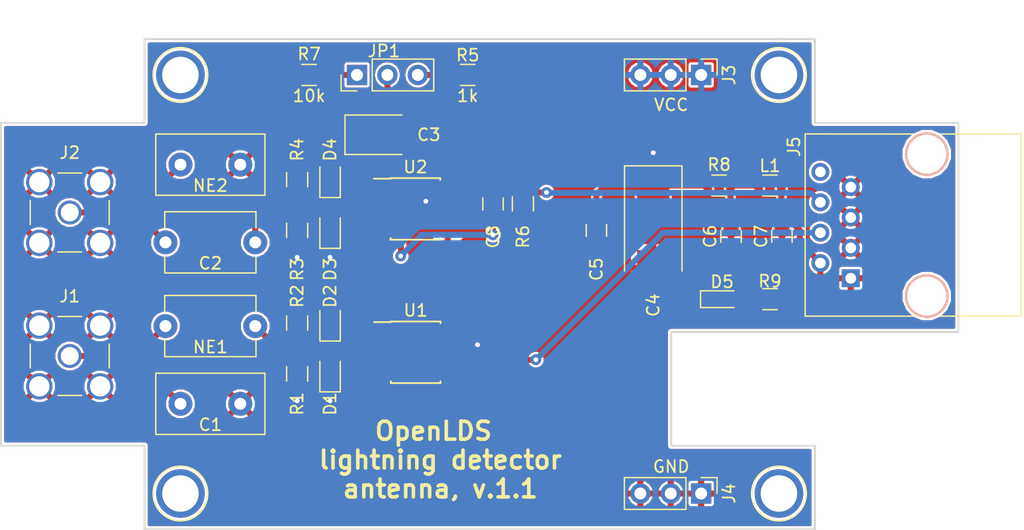
<source format=kicad_pcb>
(kicad_pcb (version 4) (host pcbnew 4.0.7)

  (general
    (links 77)
    (no_connects 0)
    (area 28.924999 25.424999 109.075001 66.575001)
    (thickness 1.6)
    (drawings 20)
    (tracks 112)
    (zones 0)
    (modules 37)
    (nets 17)
  )

  (page A4)
  (layers
    (0 F.Cu signal)
    (31 B.Cu signal)
    (32 B.Adhes user)
    (33 F.Adhes user)
    (34 B.Paste user)
    (35 F.Paste user)
    (36 B.SilkS user)
    (37 F.SilkS user)
    (38 B.Mask user)
    (39 F.Mask user)
    (40 Dwgs.User user)
    (41 Cmts.User user)
    (42 Eco1.User user)
    (43 Eco2.User user)
    (44 Edge.Cuts user)
    (45 Margin user)
    (46 B.CrtYd user)
    (47 F.CrtYd user)
    (48 B.Fab user)
    (49 F.Fab user)
  )

  (setup
    (last_trace_width 0.5)
    (trace_clearance 0.2)
    (zone_clearance 0.2)
    (zone_45_only no)
    (trace_min 0.2)
    (segment_width 0.2)
    (edge_width 0.15)
    (via_size 0.9)
    (via_drill 0.4)
    (via_min_size 0.4)
    (via_min_drill 0.3)
    (uvia_size 0.3)
    (uvia_drill 0.1)
    (uvias_allowed no)
    (uvia_min_size 0.2)
    (uvia_min_drill 0.1)
    (pcb_text_width 0.3)
    (pcb_text_size 1.5 1.5)
    (mod_edge_width 0.15)
    (mod_text_size 1 1)
    (mod_text_width 0.15)
    (pad_size 1.524 1.524)
    (pad_drill 0.762)
    (pad_to_mask_clearance 0.2)
    (aux_axis_origin 0 0)
    (visible_elements FFFFFF7F)
    (pcbplotparams
      (layerselection 0x00030_80000001)
      (usegerberextensions false)
      (excludeedgelayer true)
      (linewidth 0.100000)
      (plotframeref false)
      (viasonmask false)
      (mode 1)
      (useauxorigin false)
      (hpglpennumber 1)
      (hpglpenspeed 20)
      (hpglpendiameter 15)
      (hpglpenoverlay 2)
      (psnegative false)
      (psa4output false)
      (plotreference true)
      (plotvalue true)
      (plotinvisibletext false)
      (padsonsilk false)
      (subtractmaskfromsilk false)
      (outputformat 1)
      (mirror false)
      (drillshape 1)
      (scaleselection 1)
      (outputdirectory ""))
  )

  (net 0 "")
  (net 1 "Net-(C1-Pad1)")
  (net 2 "Net-(C1-Pad2)")
  (net 3 "Net-(C2-Pad1)")
  (net 4 "Net-(C2-Pad2)")
  (net 5 "Net-(C3-Pad1)")
  (net 6 "Net-(C3-Pad2)")
  (net 7 +5V)
  (net 8 GND)
  (net 9 "Net-(C6-Pad1)")
  (net 10 "Net-(C7-Pad1)")
  (net 11 CH0)
  (net 12 "Net-(D5-Pad2)")
  (net 13 CH1)
  (net 14 "Net-(J5-Pad8)")
  (net 15 "Net-(JP1-Pad1)")
  (net 16 "Net-(JP1-Pad3)")

  (net_class Default "Это класс цепей по умолчанию."
    (clearance 0.2)
    (trace_width 0.5)
    (via_dia 0.9)
    (via_drill 0.4)
    (uvia_dia 0.3)
    (uvia_drill 0.1)
    (add_net +5V)
    (add_net CH0)
    (add_net CH1)
    (add_net GND)
    (add_net "Net-(C1-Pad1)")
    (add_net "Net-(C1-Pad2)")
    (add_net "Net-(C2-Pad1)")
    (add_net "Net-(C2-Pad2)")
    (add_net "Net-(C3-Pad1)")
    (add_net "Net-(C3-Pad2)")
    (add_net "Net-(C6-Pad1)")
    (add_net "Net-(C7-Pad1)")
    (add_net "Net-(D5-Pad2)")
    (add_net "Net-(J5-Pad8)")
    (add_net "Net-(JP1-Pad1)")
    (add_net "Net-(JP1-Pad3)")
  )

  (module Connect:1pin (layer F.Cu) (tedit 58FE05D0) (tstamp 58FE0826)
    (at 94 63.5)
    (descr "module 1 pin (ou trou mecanique de percage)")
    (tags DEV)
    (fp_text reference REF** (at 0 -3.048) (layer F.SilkS) hide
      (effects (font (size 1 1) (thickness 0.15)))
    )
    (fp_text value 1pin (at 0 3) (layer F.Fab) hide
      (effects (font (size 1 1) (thickness 0.15)))
    )
    (fp_circle (center 0 0) (end 2 0.8) (layer F.Fab) (width 0.1))
    (fp_circle (center 0 0) (end 2.6 0) (layer F.CrtYd) (width 0.05))
    (fp_circle (center 0 0) (end 0 -2.286) (layer F.SilkS) (width 0.12))
    (pad 1 thru_hole circle (at 0 0) (size 4.064 4.064) (drill 3.048) (layers *.Cu *.Mask))
  )

  (module Connect:1pin (layer F.Cu) (tedit 58FE05D0) (tstamp 58FE0811)
    (at 94 28.5)
    (descr "module 1 pin (ou trou mecanique de percage)")
    (tags DEV)
    (fp_text reference REF** (at 0 -3.048) (layer F.SilkS) hide
      (effects (font (size 1 1) (thickness 0.15)))
    )
    (fp_text value 1pin (at 0 3) (layer F.Fab) hide
      (effects (font (size 1 1) (thickness 0.15)))
    )
    (fp_circle (center 0 0) (end 2 0.8) (layer F.Fab) (width 0.1))
    (fp_circle (center 0 0) (end 2.6 0) (layer F.CrtYd) (width 0.05))
    (fp_circle (center 0 0) (end 0 -2.286) (layer F.SilkS) (width 0.12))
    (pad 1 thru_hole circle (at 0 0) (size 4.064 4.064) (drill 3.048) (layers *.Cu *.Mask))
  )

  (module Connect:1pin (layer F.Cu) (tedit 58FE05D0) (tstamp 58FE0803)
    (at 44 63.5)
    (descr "module 1 pin (ou trou mecanique de percage)")
    (tags DEV)
    (fp_text reference REF** (at 0 -3.048) (layer F.SilkS) hide
      (effects (font (size 1 1) (thickness 0.15)))
    )
    (fp_text value 1pin (at 0 3) (layer F.Fab) hide
      (effects (font (size 1 1) (thickness 0.15)))
    )
    (fp_circle (center 0 0) (end 2 0.8) (layer F.Fab) (width 0.1))
    (fp_circle (center 0 0) (end 2.6 0) (layer F.CrtYd) (width 0.05))
    (fp_circle (center 0 0) (end 0 -2.286) (layer F.SilkS) (width 0.12))
    (pad 1 thru_hole circle (at 0 0) (size 4.064 4.064) (drill 3.048) (layers *.Cu *.Mask))
  )

  (module Capacitors_ThroughHole:C_Disc_D7.5mm_W5.0mm_P7.50mm (layer F.Cu) (tedit 58FF3B30) (tstamp 58FE03AD)
    (at 50.25 49.5 180)
    (descr "C, Disc series, Radial, pin pitch=7.50mm, , diameter*width=7.5*5.0mm^2, Capacitor, http://www.vishay.com/docs/28535/vy2series.pdf")
    (tags "C Disc series Radial pin pitch 7.50mm  diameter 7.5mm width 5.0mm Capacitor")
    (path /58FDF49C)
    (fp_text reference C1 (at 3.75 -8.25 180) (layer F.SilkS)
      (effects (font (size 1 1) (thickness 0.15)))
    )
    (fp_text value C_film (at 3.75 3.56 180) (layer F.Fab)
      (effects (font (size 1 1) (thickness 0.15)))
    )
    (fp_line (start 0 -2.5) (end 0 2.5) (layer F.Fab) (width 0.1))
    (fp_line (start 0 2.5) (end 7.5 2.5) (layer F.Fab) (width 0.1))
    (fp_line (start 7.5 2.5) (end 7.5 -2.5) (layer F.Fab) (width 0.1))
    (fp_line (start 7.5 -2.5) (end 0 -2.5) (layer F.Fab) (width 0.1))
    (fp_line (start -0.06 -2.56) (end 7.56 -2.56) (layer F.SilkS) (width 0.12))
    (fp_line (start -0.06 2.56) (end 7.56 2.56) (layer F.SilkS) (width 0.12))
    (fp_line (start -0.06 -2.56) (end -0.06 -1.195) (layer F.SilkS) (width 0.12))
    (fp_line (start -0.06 1.195) (end -0.06 2.56) (layer F.SilkS) (width 0.12))
    (fp_line (start 7.56 -2.56) (end 7.56 -1.195) (layer F.SilkS) (width 0.12))
    (fp_line (start 7.56 1.195) (end 7.56 2.56) (layer F.SilkS) (width 0.12))
    (fp_line (start -1.25 -2.85) (end -1.25 2.85) (layer F.CrtYd) (width 0.05))
    (fp_line (start -1.25 2.85) (end 8.75 2.85) (layer F.CrtYd) (width 0.05))
    (fp_line (start 8.75 2.85) (end 8.75 -2.85) (layer F.CrtYd) (width 0.05))
    (fp_line (start 8.75 -2.85) (end -1.25 -2.85) (layer F.CrtYd) (width 0.05))
    (pad 1 thru_hole circle (at 0 0 180) (size 2 2) (drill 1) (layers *.Cu *.Mask)
      (net 1 "Net-(C1-Pad1)"))
    (pad 2 thru_hole circle (at 7.5 0 180) (size 2 2) (drill 1) (layers *.Cu *.Mask)
      (net 2 "Net-(C1-Pad2)"))
    (model Capacitors_THT.3dshapes/C_Disc_D7.5mm_W5.0mm_P7.50mm.wrl
      (at (xyz 0 0 0))
      (scale (xyz 0.393701 0.393701 0.393701))
      (rotate (xyz 0 0 0))
    )
  )

  (module Capacitors_ThroughHole:C_Disc_D7.5mm_W5.0mm_P7.50mm (layer F.Cu) (tedit 58FF3B35) (tstamp 58FE03B3)
    (at 50.25 42.5 180)
    (descr "C, Disc series, Radial, pin pitch=7.50mm, , diameter*width=7.5*5.0mm^2, Capacitor, http://www.vishay.com/docs/28535/vy2series.pdf")
    (tags "C Disc series Radial pin pitch 7.50mm  diameter 7.5mm width 5.0mm Capacitor")
    (path /58FE51DC)
    (fp_text reference C2 (at 3.75 -1.75 180) (layer F.SilkS)
      (effects (font (size 1 1) (thickness 0.15)))
    )
    (fp_text value C_film (at 3.75 3.56 180) (layer F.Fab)
      (effects (font (size 1 1) (thickness 0.15)))
    )
    (fp_line (start 0 -2.5) (end 0 2.5) (layer F.Fab) (width 0.1))
    (fp_line (start 0 2.5) (end 7.5 2.5) (layer F.Fab) (width 0.1))
    (fp_line (start 7.5 2.5) (end 7.5 -2.5) (layer F.Fab) (width 0.1))
    (fp_line (start 7.5 -2.5) (end 0 -2.5) (layer F.Fab) (width 0.1))
    (fp_line (start -0.06 -2.56) (end 7.56 -2.56) (layer F.SilkS) (width 0.12))
    (fp_line (start -0.06 2.56) (end 7.56 2.56) (layer F.SilkS) (width 0.12))
    (fp_line (start -0.06 -2.56) (end -0.06 -1.195) (layer F.SilkS) (width 0.12))
    (fp_line (start -0.06 1.195) (end -0.06 2.56) (layer F.SilkS) (width 0.12))
    (fp_line (start 7.56 -2.56) (end 7.56 -1.195) (layer F.SilkS) (width 0.12))
    (fp_line (start 7.56 1.195) (end 7.56 2.56) (layer F.SilkS) (width 0.12))
    (fp_line (start -1.25 -2.85) (end -1.25 2.85) (layer F.CrtYd) (width 0.05))
    (fp_line (start -1.25 2.85) (end 8.75 2.85) (layer F.CrtYd) (width 0.05))
    (fp_line (start 8.75 2.85) (end 8.75 -2.85) (layer F.CrtYd) (width 0.05))
    (fp_line (start 8.75 -2.85) (end -1.25 -2.85) (layer F.CrtYd) (width 0.05))
    (pad 1 thru_hole circle (at 0 0 180) (size 2 2) (drill 1) (layers *.Cu *.Mask)
      (net 3 "Net-(C2-Pad1)"))
    (pad 2 thru_hole circle (at 7.5 0 180) (size 2 2) (drill 1) (layers *.Cu *.Mask)
      (net 4 "Net-(C2-Pad2)"))
    (model Capacitors_THT.3dshapes/C_Disc_D7.5mm_W5.0mm_P7.50mm.wrl
      (at (xyz 0 0 0))
      (scale (xyz 0.393701 0.393701 0.393701))
      (rotate (xyz 0 0 0))
    )
  )

  (module Capacitors_Tantalum_SMD:CP_Tantalum_Case-B_EIA-3528-21_Wave (layer F.Cu) (tedit 58FF3B69) (tstamp 58FE03B9)
    (at 60.75 33.5)
    (descr "Tantalum capacitor, Case B, EIA 3528-21, 3.5x2.8x1.9mm, Wave soldering footprint")
    (tags "capacitor tantalum smd")
    (path /58FE3E5B)
    (attr smd)
    (fp_text reference C3 (at 4 0) (layer F.SilkS)
      (effects (font (size 1 1) (thickness 0.15)))
    )
    (fp_text value CP (at 0 3.15) (layer F.Fab)
      (effects (font (size 1 1) (thickness 0.15)))
    )
    (fp_line (start -3.1 -1.75) (end -3.1 1.75) (layer F.CrtYd) (width 0.05))
    (fp_line (start -3.1 1.75) (end 3.1 1.75) (layer F.CrtYd) (width 0.05))
    (fp_line (start 3.1 1.75) (end 3.1 -1.75) (layer F.CrtYd) (width 0.05))
    (fp_line (start 3.1 -1.75) (end -3.1 -1.75) (layer F.CrtYd) (width 0.05))
    (fp_line (start -1.75 -1.4) (end -1.75 1.4) (layer F.Fab) (width 0.1))
    (fp_line (start -1.75 1.4) (end 1.75 1.4) (layer F.Fab) (width 0.1))
    (fp_line (start 1.75 1.4) (end 1.75 -1.4) (layer F.Fab) (width 0.1))
    (fp_line (start 1.75 -1.4) (end -1.75 -1.4) (layer F.Fab) (width 0.1))
    (fp_line (start -1.4 -1.4) (end -1.4 1.4) (layer F.Fab) (width 0.1))
    (fp_line (start -1.225 -1.4) (end -1.225 1.4) (layer F.Fab) (width 0.1))
    (fp_line (start -3 -1.65) (end 1.75 -1.65) (layer F.SilkS) (width 0.12))
    (fp_line (start -3 1.65) (end 1.75 1.65) (layer F.SilkS) (width 0.12))
    (fp_line (start -3 -1.65) (end -3 1.65) (layer F.SilkS) (width 0.12))
    (pad 1 smd rect (at -1.625 0) (size 2.15 1.8) (layers F.Cu F.Paste F.Mask)
      (net 5 "Net-(C3-Pad1)"))
    (pad 2 smd rect (at 1.625 0) (size 2.15 1.8) (layers F.Cu F.Paste F.Mask)
      (net 6 "Net-(C3-Pad2)"))
    (model Capacitors_Tantalum_SMD.3dshapes/CP_Tantalum_Case-B_EIA-3528-21.wrl
      (at (xyz 0 0 0))
      (scale (xyz 1 1 1))
      (rotate (xyz 0 0 0))
    )
  )

  (module Capacitors_Tantalum_SMD:CP_Tantalum_Case-D_EIA-7343-31_Wave (layer F.Cu) (tedit 58FF3B82) (tstamp 58FE03BF)
    (at 83.5 41.25 270)
    (descr "Tantalum capacitor, Case D, EIA 7343-31, 7.3x4.3x2.8mm, Wave soldering footprint")
    (tags "capacitor tantalum smd")
    (path /58FE158C)
    (attr smd)
    (fp_text reference C4 (at 6.5 0 270) (layer F.SilkS)
      (effects (font (size 1 1) (thickness 0.15)))
    )
    (fp_text value 470uF (at 0 3.9 270) (layer F.Fab)
      (effects (font (size 1 1) (thickness 0.15)))
    )
    (fp_line (start -5.25 -2.5) (end -5.25 2.5) (layer F.CrtYd) (width 0.05))
    (fp_line (start -5.25 2.5) (end 5.25 2.5) (layer F.CrtYd) (width 0.05))
    (fp_line (start 5.25 2.5) (end 5.25 -2.5) (layer F.CrtYd) (width 0.05))
    (fp_line (start 5.25 -2.5) (end -5.25 -2.5) (layer F.CrtYd) (width 0.05))
    (fp_line (start -3.65 -2.15) (end -3.65 2.15) (layer F.Fab) (width 0.1))
    (fp_line (start -3.65 2.15) (end 3.65 2.15) (layer F.Fab) (width 0.1))
    (fp_line (start 3.65 2.15) (end 3.65 -2.15) (layer F.Fab) (width 0.1))
    (fp_line (start 3.65 -2.15) (end -3.65 -2.15) (layer F.Fab) (width 0.1))
    (fp_line (start -2.92 -2.15) (end -2.92 2.15) (layer F.Fab) (width 0.1))
    (fp_line (start -2.555 -2.15) (end -2.555 2.15) (layer F.Fab) (width 0.1))
    (fp_line (start -5.15 -2.4) (end 3.65 -2.4) (layer F.SilkS) (width 0.12))
    (fp_line (start -5.15 2.4) (end 3.65 2.4) (layer F.SilkS) (width 0.12))
    (fp_line (start -5.15 -2.4) (end -5.15 2.4) (layer F.SilkS) (width 0.12))
    (pad 1 smd rect (at -3.375 0 270) (size 2.95 2.7) (layers F.Cu F.Paste F.Mask)
      (net 7 +5V))
    (pad 2 smd rect (at 3.375 0 270) (size 2.95 2.7) (layers F.Cu F.Paste F.Mask)
      (net 8 GND))
    (model Capacitors_Tantalum_SMD.3dshapes/CP_Tantalum_Case-D_EIA-7343-31.wrl
      (at (xyz 0 0 0))
      (scale (xyz 1 1 1))
      (rotate (xyz 0 0 0))
    )
  )

  (module Capacitors_SMD:C_0805 (layer F.Cu) (tedit 58FF3B7D) (tstamp 58FE03C5)
    (at 78.75 41.5 270)
    (descr "Capacitor SMD 0805, reflow soldering, AVX (see smccp.pdf)")
    (tags "capacitor 0805")
    (path /58FE1541)
    (attr smd)
    (fp_text reference C5 (at 3.25 0 270) (layer F.SilkS)
      (effects (font (size 1 1) (thickness 0.15)))
    )
    (fp_text value 100n (at 0 1.75 270) (layer F.Fab)
      (effects (font (size 1 1) (thickness 0.15)))
    )
    (fp_text user %R (at 0 -1.5 270) (layer F.Fab)
      (effects (font (size 1 1) (thickness 0.15)))
    )
    (fp_line (start -1 0.62) (end -1 -0.62) (layer F.Fab) (width 0.1))
    (fp_line (start 1 0.62) (end -1 0.62) (layer F.Fab) (width 0.1))
    (fp_line (start 1 -0.62) (end 1 0.62) (layer F.Fab) (width 0.1))
    (fp_line (start -1 -0.62) (end 1 -0.62) (layer F.Fab) (width 0.1))
    (fp_line (start 0.5 -0.85) (end -0.5 -0.85) (layer F.SilkS) (width 0.12))
    (fp_line (start -0.5 0.85) (end 0.5 0.85) (layer F.SilkS) (width 0.12))
    (fp_line (start -1.75 -0.88) (end 1.75 -0.88) (layer F.CrtYd) (width 0.05))
    (fp_line (start -1.75 -0.88) (end -1.75 0.87) (layer F.CrtYd) (width 0.05))
    (fp_line (start 1.75 0.87) (end 1.75 -0.88) (layer F.CrtYd) (width 0.05))
    (fp_line (start 1.75 0.87) (end -1.75 0.87) (layer F.CrtYd) (width 0.05))
    (pad 1 smd rect (at -1 0 270) (size 1 1.25) (layers F.Cu F.Paste F.Mask)
      (net 7 +5V))
    (pad 2 smd rect (at 1 0 270) (size 1 1.25) (layers F.Cu F.Paste F.Mask)
      (net 8 GND))
    (model Capacitors_SMD.3dshapes/C_0805.wrl
      (at (xyz 0 0 0))
      (scale (xyz 1 1 1))
      (rotate (xyz 0 0 0))
    )
  )

  (module Capacitors_SMD:C_0805 (layer F.Cu) (tedit 58FF3B8F) (tstamp 58FE03CB)
    (at 90 42 270)
    (descr "Capacitor SMD 0805, reflow soldering, AVX (see smccp.pdf)")
    (tags "capacitor 0805")
    (path /58FE145D)
    (attr smd)
    (fp_text reference C6 (at 0 1.75 270) (layer F.SilkS)
      (effects (font (size 1 1) (thickness 0.15)))
    )
    (fp_text value 100n (at 0 1.75 270) (layer F.Fab)
      (effects (font (size 1 1) (thickness 0.15)))
    )
    (fp_text user %R (at 0 -1.5 270) (layer F.Fab)
      (effects (font (size 1 1) (thickness 0.15)))
    )
    (fp_line (start -1 0.62) (end -1 -0.62) (layer F.Fab) (width 0.1))
    (fp_line (start 1 0.62) (end -1 0.62) (layer F.Fab) (width 0.1))
    (fp_line (start 1 -0.62) (end 1 0.62) (layer F.Fab) (width 0.1))
    (fp_line (start -1 -0.62) (end 1 -0.62) (layer F.Fab) (width 0.1))
    (fp_line (start 0.5 -0.85) (end -0.5 -0.85) (layer F.SilkS) (width 0.12))
    (fp_line (start -0.5 0.85) (end 0.5 0.85) (layer F.SilkS) (width 0.12))
    (fp_line (start -1.75 -0.88) (end 1.75 -0.88) (layer F.CrtYd) (width 0.05))
    (fp_line (start -1.75 -0.88) (end -1.75 0.87) (layer F.CrtYd) (width 0.05))
    (fp_line (start 1.75 0.87) (end 1.75 -0.88) (layer F.CrtYd) (width 0.05))
    (fp_line (start 1.75 0.87) (end -1.75 0.87) (layer F.CrtYd) (width 0.05))
    (pad 1 smd rect (at -1 0 270) (size 1 1.25) (layers F.Cu F.Paste F.Mask)
      (net 9 "Net-(C6-Pad1)"))
    (pad 2 smd rect (at 1 0 270) (size 1 1.25) (layers F.Cu F.Paste F.Mask)
      (net 8 GND))
    (model Capacitors_SMD.3dshapes/C_0805.wrl
      (at (xyz 0 0 0))
      (scale (xyz 1 1 1))
      (rotate (xyz 0 0 0))
    )
  )

  (module Capacitors_SMD:C_0805 (layer F.Cu) (tedit 58FF3B97) (tstamp 58FE03D1)
    (at 94.25 42 270)
    (descr "Capacitor SMD 0805, reflow soldering, AVX (see smccp.pdf)")
    (tags "capacitor 0805")
    (path /58FE12AC)
    (attr smd)
    (fp_text reference C7 (at 0 1.75 270) (layer F.SilkS)
      (effects (font (size 1 1) (thickness 0.15)))
    )
    (fp_text value 100n (at 0 1.75 270) (layer F.Fab)
      (effects (font (size 1 1) (thickness 0.15)))
    )
    (fp_text user %R (at 0 -1.5 270) (layer F.Fab)
      (effects (font (size 1 1) (thickness 0.15)))
    )
    (fp_line (start -1 0.62) (end -1 -0.62) (layer F.Fab) (width 0.1))
    (fp_line (start 1 0.62) (end -1 0.62) (layer F.Fab) (width 0.1))
    (fp_line (start 1 -0.62) (end 1 0.62) (layer F.Fab) (width 0.1))
    (fp_line (start -1 -0.62) (end 1 -0.62) (layer F.Fab) (width 0.1))
    (fp_line (start 0.5 -0.85) (end -0.5 -0.85) (layer F.SilkS) (width 0.12))
    (fp_line (start -0.5 0.85) (end 0.5 0.85) (layer F.SilkS) (width 0.12))
    (fp_line (start -1.75 -0.88) (end 1.75 -0.88) (layer F.CrtYd) (width 0.05))
    (fp_line (start -1.75 -0.88) (end -1.75 0.87) (layer F.CrtYd) (width 0.05))
    (fp_line (start 1.75 0.87) (end 1.75 -0.88) (layer F.CrtYd) (width 0.05))
    (fp_line (start 1.75 0.87) (end -1.75 0.87) (layer F.CrtYd) (width 0.05))
    (pad 1 smd rect (at -1 0 270) (size 1 1.25) (layers F.Cu F.Paste F.Mask)
      (net 10 "Net-(C7-Pad1)"))
    (pad 2 smd rect (at 1 0 270) (size 1 1.25) (layers F.Cu F.Paste F.Mask)
      (net 8 GND))
    (model Capacitors_SMD.3dshapes/C_0805.wrl
      (at (xyz 0 0 0))
      (scale (xyz 1 1 1))
      (rotate (xyz 0 0 0))
    )
  )

  (module Capacitors_SMD:C_0805 (layer F.Cu) (tedit 58FF3434) (tstamp 58FE03D7)
    (at 70.11 39.28 270)
    (descr "Capacitor SMD 0805, reflow soldering, AVX (see smccp.pdf)")
    (tags "capacitor 0805")
    (path /58FE8F0F)
    (attr smd)
    (fp_text reference C8 (at 2.75 0 270) (layer F.SilkS)
      (effects (font (size 1 1) (thickness 0.15)))
    )
    (fp_text value 22pF (at 0 1.75 270) (layer F.Fab)
      (effects (font (size 1 1) (thickness 0.15)))
    )
    (fp_text user %R (at 2.75 -1.25 270) (layer F.Fab)
      (effects (font (size 1 1) (thickness 0.15)))
    )
    (fp_line (start -1 0.62) (end -1 -0.62) (layer F.Fab) (width 0.1))
    (fp_line (start 1 0.62) (end -1 0.62) (layer F.Fab) (width 0.1))
    (fp_line (start 1 -0.62) (end 1 0.62) (layer F.Fab) (width 0.1))
    (fp_line (start -1 -0.62) (end 1 -0.62) (layer F.Fab) (width 0.1))
    (fp_line (start 0.5 -0.85) (end -0.5 -0.85) (layer F.SilkS) (width 0.12))
    (fp_line (start -0.5 0.85) (end 0.5 0.85) (layer F.SilkS) (width 0.12))
    (fp_line (start -1.75 -0.88) (end 1.75 -0.88) (layer F.CrtYd) (width 0.05))
    (fp_line (start -1.75 -0.88) (end -1.75 0.87) (layer F.CrtYd) (width 0.05))
    (fp_line (start 1.75 0.87) (end 1.75 -0.88) (layer F.CrtYd) (width 0.05))
    (fp_line (start 1.75 0.87) (end -1.75 0.87) (layer F.CrtYd) (width 0.05))
    (pad 1 smd rect (at -1 0 270) (size 1 1.25) (layers F.Cu F.Paste F.Mask)
      (net 13 CH1))
    (pad 2 smd rect (at 1 0 270) (size 1 1.25) (layers F.Cu F.Paste F.Mask)
      (net 5 "Net-(C3-Pad1)"))
    (model Capacitors_SMD.3dshapes/C_0805.wrl
      (at (xyz 0 0 0))
      (scale (xyz 1 1 1))
      (rotate (xyz 0 0 0))
    )
  )

  (module Diodes_SMD:D_SOD-323 (layer F.Cu) (tedit 58FF3B19) (tstamp 58FE03DD)
    (at 56.5 53.5 90)
    (descr SOD-323)
    (tags SOD-323)
    (path /58FDF416)
    (attr smd)
    (fp_text reference D1 (at -2.5 0 90) (layer F.SilkS)
      (effects (font (size 1 1) (thickness 0.15)))
    )
    (fp_text value 1N4148 (at 0.1 1.9 90) (layer F.Fab)
      (effects (font (size 1 1) (thickness 0.15)))
    )
    (fp_line (start -1.5 -0.85) (end -1.5 0.85) (layer F.SilkS) (width 0.12))
    (fp_line (start 0.2 0) (end 0.45 0) (layer F.Fab) (width 0.1))
    (fp_line (start 0.2 0.35) (end -0.3 0) (layer F.Fab) (width 0.1))
    (fp_line (start 0.2 -0.35) (end 0.2 0.35) (layer F.Fab) (width 0.1))
    (fp_line (start -0.3 0) (end 0.2 -0.35) (layer F.Fab) (width 0.1))
    (fp_line (start -0.3 0) (end -0.5 0) (layer F.Fab) (width 0.1))
    (fp_line (start -0.3 -0.35) (end -0.3 0.35) (layer F.Fab) (width 0.1))
    (fp_line (start -0.9 0.7) (end -0.9 -0.7) (layer F.Fab) (width 0.1))
    (fp_line (start 0.9 0.7) (end -0.9 0.7) (layer F.Fab) (width 0.1))
    (fp_line (start 0.9 -0.7) (end 0.9 0.7) (layer F.Fab) (width 0.1))
    (fp_line (start -0.9 -0.7) (end 0.9 -0.7) (layer F.Fab) (width 0.1))
    (fp_line (start -1.6 -0.95) (end 1.6 -0.95) (layer F.CrtYd) (width 0.05))
    (fp_line (start 1.6 -0.95) (end 1.6 0.95) (layer F.CrtYd) (width 0.05))
    (fp_line (start -1.6 0.95) (end 1.6 0.95) (layer F.CrtYd) (width 0.05))
    (fp_line (start -1.6 -0.95) (end -1.6 0.95) (layer F.CrtYd) (width 0.05))
    (fp_line (start -1.5 0.85) (end 1.05 0.85) (layer F.SilkS) (width 0.12))
    (fp_line (start -1.5 -0.85) (end 1.05 -0.85) (layer F.SilkS) (width 0.12))
    (pad 1 smd rect (at -1.05 0 90) (size 0.6 0.45) (layers F.Cu F.Paste F.Mask)
      (net 7 +5V))
    (pad 2 smd rect (at 1.05 0 90) (size 0.6 0.45) (layers F.Cu F.Paste F.Mask)
      (net 1 "Net-(C1-Pad1)"))
    (model Diodes_SMD.3dshapes/D_SOD-323.wrl
      (at (xyz 0 0 0))
      (scale (xyz 1 1 1))
      (rotate (xyz 0 0 180))
    )
  )

  (module Diodes_SMD:D_SOD-323 (layer F.Cu) (tedit 58FF3B12) (tstamp 58FE03E3)
    (at 56.5 49.25 90)
    (descr SOD-323)
    (tags SOD-323)
    (path /58FDF43D)
    (attr smd)
    (fp_text reference D2 (at 2.25 0 90) (layer F.SilkS)
      (effects (font (size 1 1) (thickness 0.15)))
    )
    (fp_text value 1N4148 (at 0.1 1.9 90) (layer F.Fab)
      (effects (font (size 1 1) (thickness 0.15)))
    )
    (fp_line (start -1.5 -0.85) (end -1.5 0.85) (layer F.SilkS) (width 0.12))
    (fp_line (start 0.2 0) (end 0.45 0) (layer F.Fab) (width 0.1))
    (fp_line (start 0.2 0.35) (end -0.3 0) (layer F.Fab) (width 0.1))
    (fp_line (start 0.2 -0.35) (end 0.2 0.35) (layer F.Fab) (width 0.1))
    (fp_line (start -0.3 0) (end 0.2 -0.35) (layer F.Fab) (width 0.1))
    (fp_line (start -0.3 0) (end -0.5 0) (layer F.Fab) (width 0.1))
    (fp_line (start -0.3 -0.35) (end -0.3 0.35) (layer F.Fab) (width 0.1))
    (fp_line (start -0.9 0.7) (end -0.9 -0.7) (layer F.Fab) (width 0.1))
    (fp_line (start 0.9 0.7) (end -0.9 0.7) (layer F.Fab) (width 0.1))
    (fp_line (start 0.9 -0.7) (end 0.9 0.7) (layer F.Fab) (width 0.1))
    (fp_line (start -0.9 -0.7) (end 0.9 -0.7) (layer F.Fab) (width 0.1))
    (fp_line (start -1.6 -0.95) (end 1.6 -0.95) (layer F.CrtYd) (width 0.05))
    (fp_line (start 1.6 -0.95) (end 1.6 0.95) (layer F.CrtYd) (width 0.05))
    (fp_line (start -1.6 0.95) (end 1.6 0.95) (layer F.CrtYd) (width 0.05))
    (fp_line (start -1.6 -0.95) (end -1.6 0.95) (layer F.CrtYd) (width 0.05))
    (fp_line (start -1.5 0.85) (end 1.05 0.85) (layer F.SilkS) (width 0.12))
    (fp_line (start -1.5 -0.85) (end 1.05 -0.85) (layer F.SilkS) (width 0.12))
    (pad 1 smd rect (at -1.05 0 90) (size 0.6 0.45) (layers F.Cu F.Paste F.Mask)
      (net 1 "Net-(C1-Pad1)"))
    (pad 2 smd rect (at 1.05 0 90) (size 0.6 0.45) (layers F.Cu F.Paste F.Mask)
      (net 8 GND))
    (model Diodes_SMD.3dshapes/D_SOD-323.wrl
      (at (xyz 0 0 0))
      (scale (xyz 1 1 1))
      (rotate (xyz 0 0 180))
    )
  )

  (module Diodes_SMD:D_SOD-323 (layer F.Cu) (tedit 58FF3B0A) (tstamp 58FE03E9)
    (at 56.5 41.5 90)
    (descr SOD-323)
    (tags SOD-323)
    (path /58FE51C4)
    (attr smd)
    (fp_text reference D3 (at -3.25 0 90) (layer F.SilkS)
      (effects (font (size 1 1) (thickness 0.15)))
    )
    (fp_text value 1N4148 (at 0.1 1.9 90) (layer F.Fab)
      (effects (font (size 1 1) (thickness 0.15)))
    )
    (fp_line (start -1.5 -0.85) (end -1.5 0.85) (layer F.SilkS) (width 0.12))
    (fp_line (start 0.2 0) (end 0.45 0) (layer F.Fab) (width 0.1))
    (fp_line (start 0.2 0.35) (end -0.3 0) (layer F.Fab) (width 0.1))
    (fp_line (start 0.2 -0.35) (end 0.2 0.35) (layer F.Fab) (width 0.1))
    (fp_line (start -0.3 0) (end 0.2 -0.35) (layer F.Fab) (width 0.1))
    (fp_line (start -0.3 0) (end -0.5 0) (layer F.Fab) (width 0.1))
    (fp_line (start -0.3 -0.35) (end -0.3 0.35) (layer F.Fab) (width 0.1))
    (fp_line (start -0.9 0.7) (end -0.9 -0.7) (layer F.Fab) (width 0.1))
    (fp_line (start 0.9 0.7) (end -0.9 0.7) (layer F.Fab) (width 0.1))
    (fp_line (start 0.9 -0.7) (end 0.9 0.7) (layer F.Fab) (width 0.1))
    (fp_line (start -0.9 -0.7) (end 0.9 -0.7) (layer F.Fab) (width 0.1))
    (fp_line (start -1.6 -0.95) (end 1.6 -0.95) (layer F.CrtYd) (width 0.05))
    (fp_line (start 1.6 -0.95) (end 1.6 0.95) (layer F.CrtYd) (width 0.05))
    (fp_line (start -1.6 0.95) (end 1.6 0.95) (layer F.CrtYd) (width 0.05))
    (fp_line (start -1.6 -0.95) (end -1.6 0.95) (layer F.CrtYd) (width 0.05))
    (fp_line (start -1.5 0.85) (end 1.05 0.85) (layer F.SilkS) (width 0.12))
    (fp_line (start -1.5 -0.85) (end 1.05 -0.85) (layer F.SilkS) (width 0.12))
    (pad 1 smd rect (at -1.05 0 90) (size 0.6 0.45) (layers F.Cu F.Paste F.Mask)
      (net 7 +5V))
    (pad 2 smd rect (at 1.05 0 90) (size 0.6 0.45) (layers F.Cu F.Paste F.Mask)
      (net 3 "Net-(C2-Pad1)"))
    (model Diodes_SMD.3dshapes/D_SOD-323.wrl
      (at (xyz 0 0 0))
      (scale (xyz 1 1 1))
      (rotate (xyz 0 0 180))
    )
  )

  (module Diodes_SMD:D_SOD-323 (layer F.Cu) (tedit 58FF3B00) (tstamp 58FE03EF)
    (at 56.5 37.25 90)
    (descr SOD-323)
    (tags SOD-323)
    (path /58FE51CA)
    (attr smd)
    (fp_text reference D4 (at 2.5 0 90) (layer F.SilkS)
      (effects (font (size 1 1) (thickness 0.15)))
    )
    (fp_text value 1N4148 (at 0.1 1.9 90) (layer F.Fab)
      (effects (font (size 1 1) (thickness 0.15)))
    )
    (fp_line (start -1.5 -0.85) (end -1.5 0.85) (layer F.SilkS) (width 0.12))
    (fp_line (start 0.2 0) (end 0.45 0) (layer F.Fab) (width 0.1))
    (fp_line (start 0.2 0.35) (end -0.3 0) (layer F.Fab) (width 0.1))
    (fp_line (start 0.2 -0.35) (end 0.2 0.35) (layer F.Fab) (width 0.1))
    (fp_line (start -0.3 0) (end 0.2 -0.35) (layer F.Fab) (width 0.1))
    (fp_line (start -0.3 0) (end -0.5 0) (layer F.Fab) (width 0.1))
    (fp_line (start -0.3 -0.35) (end -0.3 0.35) (layer F.Fab) (width 0.1))
    (fp_line (start -0.9 0.7) (end -0.9 -0.7) (layer F.Fab) (width 0.1))
    (fp_line (start 0.9 0.7) (end -0.9 0.7) (layer F.Fab) (width 0.1))
    (fp_line (start 0.9 -0.7) (end 0.9 0.7) (layer F.Fab) (width 0.1))
    (fp_line (start -0.9 -0.7) (end 0.9 -0.7) (layer F.Fab) (width 0.1))
    (fp_line (start -1.6 -0.95) (end 1.6 -0.95) (layer F.CrtYd) (width 0.05))
    (fp_line (start 1.6 -0.95) (end 1.6 0.95) (layer F.CrtYd) (width 0.05))
    (fp_line (start -1.6 0.95) (end 1.6 0.95) (layer F.CrtYd) (width 0.05))
    (fp_line (start -1.6 -0.95) (end -1.6 0.95) (layer F.CrtYd) (width 0.05))
    (fp_line (start -1.5 0.85) (end 1.05 0.85) (layer F.SilkS) (width 0.12))
    (fp_line (start -1.5 -0.85) (end 1.05 -0.85) (layer F.SilkS) (width 0.12))
    (pad 1 smd rect (at -1.05 0 90) (size 0.6 0.45) (layers F.Cu F.Paste F.Mask)
      (net 3 "Net-(C2-Pad1)"))
    (pad 2 smd rect (at 1.05 0 90) (size 0.6 0.45) (layers F.Cu F.Paste F.Mask)
      (net 8 GND))
    (model Diodes_SMD.3dshapes/D_SOD-323.wrl
      (at (xyz 0 0 0))
      (scale (xyz 1 1 1))
      (rotate (xyz 0 0 180))
    )
  )

  (module LEDs:LED_0805 (layer F.Cu) (tedit 57FE93EC) (tstamp 58FE03F5)
    (at 89.25 47.25)
    (descr "LED 0805 smd package")
    (tags "LED led 0805 SMD smd SMT smt smdled SMDLED smtled SMTLED")
    (path /58FE756F)
    (attr smd)
    (fp_text reference D5 (at 0 -1.45) (layer F.SilkS)
      (effects (font (size 1 1) (thickness 0.15)))
    )
    (fp_text value LED (at 0 1.55) (layer F.Fab)
      (effects (font (size 1 1) (thickness 0.15)))
    )
    (fp_line (start -1.8 -0.7) (end -1.8 0.7) (layer F.SilkS) (width 0.12))
    (fp_line (start -0.4 -0.4) (end -0.4 0.4) (layer F.Fab) (width 0.1))
    (fp_line (start -0.4 0) (end 0.2 -0.4) (layer F.Fab) (width 0.1))
    (fp_line (start 0.2 0.4) (end -0.4 0) (layer F.Fab) (width 0.1))
    (fp_line (start 0.2 -0.4) (end 0.2 0.4) (layer F.Fab) (width 0.1))
    (fp_line (start 1 0.6) (end -1 0.6) (layer F.Fab) (width 0.1))
    (fp_line (start 1 -0.6) (end 1 0.6) (layer F.Fab) (width 0.1))
    (fp_line (start -1 -0.6) (end 1 -0.6) (layer F.Fab) (width 0.1))
    (fp_line (start -1 0.6) (end -1 -0.6) (layer F.Fab) (width 0.1))
    (fp_line (start -1.8 0.7) (end 1 0.7) (layer F.SilkS) (width 0.12))
    (fp_line (start -1.8 -0.7) (end 1 -0.7) (layer F.SilkS) (width 0.12))
    (fp_line (start 1.95 -0.85) (end 1.95 0.85) (layer F.CrtYd) (width 0.05))
    (fp_line (start 1.95 0.85) (end -1.95 0.85) (layer F.CrtYd) (width 0.05))
    (fp_line (start -1.95 0.85) (end -1.95 -0.85) (layer F.CrtYd) (width 0.05))
    (fp_line (start -1.95 -0.85) (end 1.95 -0.85) (layer F.CrtYd) (width 0.05))
    (pad 2 smd rect (at 1.1 0 180) (size 1.2 1.2) (layers F.Cu F.Paste F.Mask)
      (net 12 "Net-(D5-Pad2)"))
    (pad 1 smd rect (at -1.1 0 180) (size 1.2 1.2) (layers F.Cu F.Paste F.Mask)
      (net 8 GND))
    (model LEDs.3dshapes/LED_0805.wrl
      (at (xyz 0 0 0))
      (scale (xyz 1 1 1))
      (rotate (xyz 0 0 180))
    )
  )

  (module Connect:SMA_THT_Jack_Straight (layer F.Cu) (tedit 58C301F2) (tstamp 58FE03FE)
    (at 34.75 52)
    (descr "SMA pcb through hole jack")
    (tags "SMA THT Jack Straight")
    (path /58FDF827)
    (fp_text reference J1 (at 0 -5) (layer F.SilkS)
      (effects (font (size 1 1) (thickness 0.15)))
    )
    (fp_text value CONN_COAXIAL (at 0 5) (layer F.Fab)
      (effects (font (size 1 1) (thickness 0.15)))
    )
    (fp_line (start 2.03 -3.05) (end 3.05 -3.05) (layer F.Fab) (width 0.1))
    (fp_line (start -1 -3.3) (end 1 -3.3) (layer F.SilkS) (width 0.12))
    (fp_line (start -1 3.3) (end 1 3.3) (layer F.SilkS) (width 0.12))
    (fp_text user %R (at 0 -5) (layer F.Fab)
      (effects (font (size 1 1) (thickness 0.15)))
    )
    (fp_line (start 3.3 -1) (end 3.3 1) (layer F.SilkS) (width 0.12))
    (fp_line (start -3.3 -1) (end -3.3 1) (layer F.SilkS) (width 0.12))
    (fp_line (start 3.17 -3.17) (end 3.17 3.17) (layer F.Fab) (width 0.1))
    (fp_line (start -3.17 3.17) (end 3.17 3.17) (layer F.Fab) (width 0.1))
    (fp_line (start -3.17 -3.17) (end -3.17 3.17) (layer F.Fab) (width 0.1))
    (fp_line (start -3.17 -3.17) (end 3.17 -3.17) (layer F.Fab) (width 0.1))
    (fp_line (start -2.03 -3.05) (end -2.03 -2.03) (layer F.Fab) (width 0.1))
    (fp_line (start -3.05 -2.03) (end -2.03 -2.03) (layer F.Fab) (width 0.1))
    (fp_line (start -2.03 2.03) (end -2.03 3.05) (layer F.Fab) (width 0.1))
    (fp_line (start -3.05 2.03) (end -2.03 2.03) (layer F.Fab) (width 0.1))
    (fp_line (start 2.03 -3.05) (end 2.03 -2.03) (layer F.Fab) (width 0.1))
    (fp_line (start 2.03 -2.03) (end 3.05 -2.03) (layer F.Fab) (width 0.1))
    (fp_line (start 3.05 2.03) (end 2.03 2.03) (layer F.Fab) (width 0.1))
    (fp_line (start 2.03 2.03) (end 2.03 3.05) (layer F.Fab) (width 0.1))
    (fp_line (start -4.14 -4.14) (end 4.14 -4.14) (layer F.CrtYd) (width 0.05))
    (fp_line (start -4.14 -4.14) (end -4.14 4.14) (layer F.CrtYd) (width 0.05))
    (fp_line (start 4.14 4.14) (end 4.14 -4.14) (layer F.CrtYd) (width 0.05))
    (fp_line (start 4.14 4.14) (end -4.14 4.14) (layer F.CrtYd) (width 0.05))
    (fp_circle (center 0 0) (end 2.04 0) (layer F.Fab) (width 0.1))
    (fp_circle (center 0 0) (end 0.635 0) (layer F.Fab) (width 0.1))
    (fp_line (start 3.05 -3.05) (end 3.05 -2.03) (layer F.Fab) (width 0.1))
    (fp_line (start -3.05 -3.05) (end -3.05 -2.03) (layer F.Fab) (width 0.1))
    (fp_line (start -3.05 -3.05) (end -2.03 -3.05) (layer F.Fab) (width 0.1))
    (fp_line (start -3.05 3.05) (end -2.03 3.05) (layer F.Fab) (width 0.1))
    (fp_line (start -3.05 3.05) (end -3.05 2.03) (layer F.Fab) (width 0.1))
    (fp_line (start 3.05 2.03) (end 3.05 3.05) (layer F.Fab) (width 0.1))
    (fp_line (start 2.03 3.05) (end 3.05 3.05) (layer F.Fab) (width 0.1))
    (pad 2 thru_hole circle (at -2.54 2.54) (size 2.2 2.2) (drill 1.7) (layers *.Cu *.Mask)
      (net 8 GND))
    (pad 2 thru_hole circle (at -2.54 -2.54) (size 2.2 2.2) (drill 1.7) (layers *.Cu *.Mask)
      (net 8 GND))
    (pad 2 thru_hole circle (at 2.54 -2.54) (size 2.2 2.2) (drill 1.7) (layers *.Cu *.Mask)
      (net 8 GND))
    (pad 2 thru_hole circle (at 2.54 2.54) (size 2.2 2.2) (drill 1.7) (layers *.Cu *.Mask)
      (net 8 GND))
    (pad 1 thru_hole circle (at 0 0) (size 2 2) (drill 1.5) (layers *.Cu *.Mask)
      (net 2 "Net-(C1-Pad2)"))
  )

  (module Connect:SMA_THT_Jack_Straight (layer F.Cu) (tedit 58C301F2) (tstamp 58FE0407)
    (at 34.75 40)
    (descr "SMA pcb through hole jack")
    (tags "SMA THT Jack Straight")
    (path /58FE520D)
    (fp_text reference J2 (at 0 -5) (layer F.SilkS)
      (effects (font (size 1 1) (thickness 0.15)))
    )
    (fp_text value CONN_COAXIAL (at 0 5) (layer F.Fab)
      (effects (font (size 1 1) (thickness 0.15)))
    )
    (fp_line (start 2.03 -3.05) (end 3.05 -3.05) (layer F.Fab) (width 0.1))
    (fp_line (start -1 -3.3) (end 1 -3.3) (layer F.SilkS) (width 0.12))
    (fp_line (start -1 3.3) (end 1 3.3) (layer F.SilkS) (width 0.12))
    (fp_text user %R (at 0 -5) (layer F.Fab)
      (effects (font (size 1 1) (thickness 0.15)))
    )
    (fp_line (start 3.3 -1) (end 3.3 1) (layer F.SilkS) (width 0.12))
    (fp_line (start -3.3 -1) (end -3.3 1) (layer F.SilkS) (width 0.12))
    (fp_line (start 3.17 -3.17) (end 3.17 3.17) (layer F.Fab) (width 0.1))
    (fp_line (start -3.17 3.17) (end 3.17 3.17) (layer F.Fab) (width 0.1))
    (fp_line (start -3.17 -3.17) (end -3.17 3.17) (layer F.Fab) (width 0.1))
    (fp_line (start -3.17 -3.17) (end 3.17 -3.17) (layer F.Fab) (width 0.1))
    (fp_line (start -2.03 -3.05) (end -2.03 -2.03) (layer F.Fab) (width 0.1))
    (fp_line (start -3.05 -2.03) (end -2.03 -2.03) (layer F.Fab) (width 0.1))
    (fp_line (start -2.03 2.03) (end -2.03 3.05) (layer F.Fab) (width 0.1))
    (fp_line (start -3.05 2.03) (end -2.03 2.03) (layer F.Fab) (width 0.1))
    (fp_line (start 2.03 -3.05) (end 2.03 -2.03) (layer F.Fab) (width 0.1))
    (fp_line (start 2.03 -2.03) (end 3.05 -2.03) (layer F.Fab) (width 0.1))
    (fp_line (start 3.05 2.03) (end 2.03 2.03) (layer F.Fab) (width 0.1))
    (fp_line (start 2.03 2.03) (end 2.03 3.05) (layer F.Fab) (width 0.1))
    (fp_line (start -4.14 -4.14) (end 4.14 -4.14) (layer F.CrtYd) (width 0.05))
    (fp_line (start -4.14 -4.14) (end -4.14 4.14) (layer F.CrtYd) (width 0.05))
    (fp_line (start 4.14 4.14) (end 4.14 -4.14) (layer F.CrtYd) (width 0.05))
    (fp_line (start 4.14 4.14) (end -4.14 4.14) (layer F.CrtYd) (width 0.05))
    (fp_circle (center 0 0) (end 2.04 0) (layer F.Fab) (width 0.1))
    (fp_circle (center 0 0) (end 0.635 0) (layer F.Fab) (width 0.1))
    (fp_line (start 3.05 -3.05) (end 3.05 -2.03) (layer F.Fab) (width 0.1))
    (fp_line (start -3.05 -3.05) (end -3.05 -2.03) (layer F.Fab) (width 0.1))
    (fp_line (start -3.05 -3.05) (end -2.03 -3.05) (layer F.Fab) (width 0.1))
    (fp_line (start -3.05 3.05) (end -2.03 3.05) (layer F.Fab) (width 0.1))
    (fp_line (start -3.05 3.05) (end -3.05 2.03) (layer F.Fab) (width 0.1))
    (fp_line (start 3.05 2.03) (end 3.05 3.05) (layer F.Fab) (width 0.1))
    (fp_line (start 2.03 3.05) (end 3.05 3.05) (layer F.Fab) (width 0.1))
    (pad 2 thru_hole circle (at -2.54 2.54) (size 2.2 2.2) (drill 1.7) (layers *.Cu *.Mask)
      (net 8 GND))
    (pad 2 thru_hole circle (at -2.54 -2.54) (size 2.2 2.2) (drill 1.7) (layers *.Cu *.Mask)
      (net 8 GND))
    (pad 2 thru_hole circle (at 2.54 -2.54) (size 2.2 2.2) (drill 1.7) (layers *.Cu *.Mask)
      (net 8 GND))
    (pad 2 thru_hole circle (at 2.54 2.54) (size 2.2 2.2) (drill 1.7) (layers *.Cu *.Mask)
      (net 8 GND))
    (pad 1 thru_hole circle (at 0 0) (size 2 2) (drill 1.5) (layers *.Cu *.Mask)
      (net 4 "Net-(C2-Pad2)"))
  )

  (module Pin_Headers:Pin_Header_Straight_1x03_Pitch2.54mm (layer F.Cu) (tedit 58FF3BEE) (tstamp 58FE040E)
    (at 87.5 28.5 270)
    (descr "Through hole straight pin header, 1x03, 2.54mm pitch, single row")
    (tags "Through hole pin header THT 1x03 2.54mm single row")
    (path /58FE8306)
    (fp_text reference J3 (at 0 -2.33 270) (layer F.SilkS)
      (effects (font (size 1 1) (thickness 0.15)))
    )
    (fp_text value VCC (at 2.5 2.5 360) (layer F.SilkS)
      (effects (font (size 1 1) (thickness 0.15)))
    )
    (fp_line (start -1.27 -1.27) (end -1.27 6.35) (layer F.Fab) (width 0.1))
    (fp_line (start -1.27 6.35) (end 1.27 6.35) (layer F.Fab) (width 0.1))
    (fp_line (start 1.27 6.35) (end 1.27 -1.27) (layer F.Fab) (width 0.1))
    (fp_line (start 1.27 -1.27) (end -1.27 -1.27) (layer F.Fab) (width 0.1))
    (fp_line (start -1.33 1.27) (end -1.33 6.41) (layer F.SilkS) (width 0.12))
    (fp_line (start -1.33 6.41) (end 1.33 6.41) (layer F.SilkS) (width 0.12))
    (fp_line (start 1.33 6.41) (end 1.33 1.27) (layer F.SilkS) (width 0.12))
    (fp_line (start 1.33 1.27) (end -1.33 1.27) (layer F.SilkS) (width 0.12))
    (fp_line (start -1.33 0) (end -1.33 -1.33) (layer F.SilkS) (width 0.12))
    (fp_line (start -1.33 -1.33) (end 0 -1.33) (layer F.SilkS) (width 0.12))
    (fp_line (start -1.8 -1.8) (end -1.8 6.85) (layer F.CrtYd) (width 0.05))
    (fp_line (start -1.8 6.85) (end 1.8 6.85) (layer F.CrtYd) (width 0.05))
    (fp_line (start 1.8 6.85) (end 1.8 -1.8) (layer F.CrtYd) (width 0.05))
    (fp_line (start 1.8 -1.8) (end -1.8 -1.8) (layer F.CrtYd) (width 0.05))
    (fp_text user %R (at 0 -2.33 270) (layer F.Fab)
      (effects (font (size 1 1) (thickness 0.15)))
    )
    (pad 1 thru_hole rect (at 0 0 270) (size 1.7 1.7) (drill 1) (layers *.Cu *.Mask)
      (net 7 +5V))
    (pad 2 thru_hole oval (at 0 2.54 270) (size 1.7 1.7) (drill 1) (layers *.Cu *.Mask)
      (net 7 +5V))
    (pad 3 thru_hole oval (at 0 5.08 270) (size 1.7 1.7) (drill 1) (layers *.Cu *.Mask)
      (net 7 +5V))
    (model ${KISYS3DMOD}/Pin_Headers.3dshapes/Pin_Header_Straight_1x03_Pitch2.54mm.wrl
      (at (xyz 0 -0.1 0))
      (scale (xyz 1 1 1))
      (rotate (xyz 0 0 90))
    )
  )

  (module Pin_Headers:Pin_Header_Straight_1x03_Pitch2.54mm (layer F.Cu) (tedit 58FF3BF8) (tstamp 58FE0415)
    (at 87.5 63.5 270)
    (descr "Through hole straight pin header, 1x03, 2.54mm pitch, single row")
    (tags "Through hole pin header THT 1x03 2.54mm single row")
    (path /58FE7DFB)
    (fp_text reference J4 (at 0 -2.33 270) (layer F.SilkS)
      (effects (font (size 1 1) (thickness 0.15)))
    )
    (fp_text value GND (at -2.25 2.5 360) (layer F.SilkS)
      (effects (font (size 1 1) (thickness 0.15)))
    )
    (fp_line (start -1.27 -1.27) (end -1.27 6.35) (layer F.Fab) (width 0.1))
    (fp_line (start -1.27 6.35) (end 1.27 6.35) (layer F.Fab) (width 0.1))
    (fp_line (start 1.27 6.35) (end 1.27 -1.27) (layer F.Fab) (width 0.1))
    (fp_line (start 1.27 -1.27) (end -1.27 -1.27) (layer F.Fab) (width 0.1))
    (fp_line (start -1.33 1.27) (end -1.33 6.41) (layer F.SilkS) (width 0.12))
    (fp_line (start -1.33 6.41) (end 1.33 6.41) (layer F.SilkS) (width 0.12))
    (fp_line (start 1.33 6.41) (end 1.33 1.27) (layer F.SilkS) (width 0.12))
    (fp_line (start 1.33 1.27) (end -1.33 1.27) (layer F.SilkS) (width 0.12))
    (fp_line (start -1.33 0) (end -1.33 -1.33) (layer F.SilkS) (width 0.12))
    (fp_line (start -1.33 -1.33) (end 0 -1.33) (layer F.SilkS) (width 0.12))
    (fp_line (start -1.8 -1.8) (end -1.8 6.85) (layer F.CrtYd) (width 0.05))
    (fp_line (start -1.8 6.85) (end 1.8 6.85) (layer F.CrtYd) (width 0.05))
    (fp_line (start 1.8 6.85) (end 1.8 -1.8) (layer F.CrtYd) (width 0.05))
    (fp_line (start 1.8 -1.8) (end -1.8 -1.8) (layer F.CrtYd) (width 0.05))
    (fp_text user %R (at 0 -2.33 270) (layer F.Fab)
      (effects (font (size 1 1) (thickness 0.15)))
    )
    (pad 1 thru_hole rect (at 0 0 270) (size 1.7 1.7) (drill 1) (layers *.Cu *.Mask)
      (net 8 GND))
    (pad 2 thru_hole oval (at 0 2.54 270) (size 1.7 1.7) (drill 1) (layers *.Cu *.Mask)
      (net 8 GND))
    (pad 3 thru_hole oval (at 0 5.08 270) (size 1.7 1.7) (drill 1) (layers *.Cu *.Mask)
      (net 8 GND))
    (model ${KISYS3DMOD}/Pin_Headers.3dshapes/Pin_Header_Straight_1x03_Pitch2.54mm.wrl
      (at (xyz 0 -0.1 0))
      (scale (xyz 1 1 1))
      (rotate (xyz 0 0 90))
    )
  )

  (module Connect:RJ45_8 (layer F.Cu) (tedit 58FF3BAC) (tstamp 58FE0423)
    (at 100 45.5 90)
    (tags RJ45)
    (path /58FDFC4C)
    (fp_text reference J5 (at 11 -4.75 90) (layer F.SilkS)
      (effects (font (size 1 1) (thickness 0.15)))
    )
    (fp_text value RJ45 (at 4.59 6.25 90) (layer F.Fab)
      (effects (font (size 1 1) (thickness 0.15)))
    )
    (fp_line (start -3.17 14.22) (end 12.07 14.22) (layer F.SilkS) (width 0.12))
    (fp_line (start 12.07 -3.81) (end 12.06 5.18) (layer F.SilkS) (width 0.12))
    (fp_line (start 12.07 -3.81) (end -3.17 -3.81) (layer F.SilkS) (width 0.12))
    (fp_line (start -3.17 -3.81) (end -3.17 5.19) (layer F.SilkS) (width 0.12))
    (fp_line (start 12.06 7.52) (end 12.07 14.22) (layer F.SilkS) (width 0.12))
    (fp_line (start -3.17 7.51) (end -3.17 14.22) (layer F.SilkS) (width 0.12))
    (fp_line (start -3.56 -4.06) (end 12.46 -4.06) (layer F.CrtYd) (width 0.05))
    (fp_line (start -3.56 -4.06) (end -3.56 14.47) (layer F.CrtYd) (width 0.05))
    (fp_line (start 12.46 14.47) (end 12.46 -4.06) (layer F.CrtYd) (width 0.05))
    (fp_line (start 12.46 14.47) (end -3.56 14.47) (layer F.CrtYd) (width 0.05))
    (pad Hole np_thru_hole circle (at 10.38 6.35 90) (size 3.65 3.65) (drill 3.25) (layers *.Cu *.SilkS *.Mask))
    (pad Hole np_thru_hole circle (at -1.49 6.35 90) (size 3.65 3.65) (drill 3.25) (layers *.Cu *.SilkS *.Mask))
    (pad 1 thru_hole rect (at 0 0 90) (size 1.5 1.5) (drill 0.9) (layers *.Cu *.Mask)
      (net 8 GND))
    (pad 2 thru_hole circle (at 1.27 -2.54 90) (size 1.5 1.5) (drill 0.9) (layers *.Cu *.Mask)
      (net 10 "Net-(C7-Pad1)"))
    (pad 3 thru_hole circle (at 2.54 0 90) (size 1.5 1.5) (drill 0.9) (layers *.Cu *.Mask)
      (net 8 GND))
    (pad 4 thru_hole circle (at 3.81 -2.54 90) (size 1.5 1.5) (drill 0.9) (layers *.Cu *.Mask)
      (net 11 CH0))
    (pad 5 thru_hole circle (at 5.08 0 90) (size 1.5 1.5) (drill 0.9) (layers *.Cu *.Mask)
      (net 8 GND))
    (pad 6 thru_hole circle (at 6.35 -2.54 90) (size 1.5 1.5) (drill 0.9) (layers *.Cu *.Mask)
      (net 13 CH1))
    (pad 7 thru_hole circle (at 7.62 0 90) (size 1.5 1.5) (drill 0.9) (layers *.Cu *.Mask)
      (net 8 GND))
    (pad 8 thru_hole circle (at 8.89 -2.54 90) (size 1.5 1.5) (drill 0.9) (layers *.Cu *.Mask)
      (net 14 "Net-(J5-Pad8)"))
    (model Connectors.3dshapes/RJ45_8.wrl
      (at (xyz 0.18 -0.25 0))
      (scale (xyz 0.4 0.4 0.4))
      (rotate (xyz 0 0 0))
    )
  )

  (module Pin_Headers:Pin_Header_Straight_1x03_Pitch2.54mm (layer F.Cu) (tedit 58FF3C00) (tstamp 58FE042A)
    (at 58.75 28.5 90)
    (descr "Through hole straight pin header, 1x03, 2.54mm pitch, single row")
    (tags "Through hole pin header THT 1x03 2.54mm single row")
    (path /58FE6203)
    (fp_text reference JP1 (at 2 2.25 180) (layer F.SilkS)
      (effects (font (size 1 1) (thickness 0.15)))
    )
    (fp_text value Jumper_NC_Dual (at 0 7.41 90) (layer F.Fab)
      (effects (font (size 1 1) (thickness 0.15)))
    )
    (fp_line (start -1.27 -1.27) (end -1.27 6.35) (layer F.Fab) (width 0.1))
    (fp_line (start -1.27 6.35) (end 1.27 6.35) (layer F.Fab) (width 0.1))
    (fp_line (start 1.27 6.35) (end 1.27 -1.27) (layer F.Fab) (width 0.1))
    (fp_line (start 1.27 -1.27) (end -1.27 -1.27) (layer F.Fab) (width 0.1))
    (fp_line (start -1.33 1.27) (end -1.33 6.41) (layer F.SilkS) (width 0.12))
    (fp_line (start -1.33 6.41) (end 1.33 6.41) (layer F.SilkS) (width 0.12))
    (fp_line (start 1.33 6.41) (end 1.33 1.27) (layer F.SilkS) (width 0.12))
    (fp_line (start 1.33 1.27) (end -1.33 1.27) (layer F.SilkS) (width 0.12))
    (fp_line (start -1.33 0) (end -1.33 -1.33) (layer F.SilkS) (width 0.12))
    (fp_line (start -1.33 -1.33) (end 0 -1.33) (layer F.SilkS) (width 0.12))
    (fp_line (start -1.8 -1.8) (end -1.8 6.85) (layer F.CrtYd) (width 0.05))
    (fp_line (start -1.8 6.85) (end 1.8 6.85) (layer F.CrtYd) (width 0.05))
    (fp_line (start 1.8 6.85) (end 1.8 -1.8) (layer F.CrtYd) (width 0.05))
    (fp_line (start 1.8 -1.8) (end -1.8 -1.8) (layer F.CrtYd) (width 0.05))
    (fp_text user %R (at 0 -2.33 90) (layer F.Fab)
      (effects (font (size 1 1) (thickness 0.15)))
    )
    (pad 1 thru_hole rect (at 0 0 90) (size 1.7 1.7) (drill 1) (layers *.Cu *.Mask)
      (net 15 "Net-(JP1-Pad1)"))
    (pad 2 thru_hole oval (at 0 2.54 90) (size 1.7 1.7) (drill 1) (layers *.Cu *.Mask)
      (net 6 "Net-(C3-Pad2)"))
    (pad 3 thru_hole oval (at 0 5.08 90) (size 1.7 1.7) (drill 1) (layers *.Cu *.Mask)
      (net 16 "Net-(JP1-Pad3)"))
    (model ${KISYS3DMOD}/Pin_Headers.3dshapes/Pin_Header_Straight_1x03_Pitch2.54mm.wrl
      (at (xyz 0 -0.1 0))
      (scale (xyz 1 1 1))
      (rotate (xyz 0 0 90))
    )
  )

  (module Resistors_SMD:R_0805 (layer F.Cu) (tedit 58E0A804) (tstamp 58FE0430)
    (at 93.25 37.75)
    (descr "Resistor SMD 0805, reflow soldering, Vishay (see dcrcw.pdf)")
    (tags "resistor 0805")
    (path /58FE11AF)
    (attr smd)
    (fp_text reference L1 (at 0 -1.65) (layer F.SilkS)
      (effects (font (size 1 1) (thickness 0.15)))
    )
    (fp_text value L (at 0 1.75) (layer F.Fab)
      (effects (font (size 1 1) (thickness 0.15)))
    )
    (fp_text user %R (at 0 0) (layer F.Fab)
      (effects (font (size 0.5 0.5) (thickness 0.075)))
    )
    (fp_line (start -1 0.62) (end -1 -0.62) (layer F.Fab) (width 0.1))
    (fp_line (start 1 0.62) (end -1 0.62) (layer F.Fab) (width 0.1))
    (fp_line (start 1 -0.62) (end 1 0.62) (layer F.Fab) (width 0.1))
    (fp_line (start -1 -0.62) (end 1 -0.62) (layer F.Fab) (width 0.1))
    (fp_line (start 0.6 0.88) (end -0.6 0.88) (layer F.SilkS) (width 0.12))
    (fp_line (start -0.6 -0.88) (end 0.6 -0.88) (layer F.SilkS) (width 0.12))
    (fp_line (start -1.55 -0.9) (end 1.55 -0.9) (layer F.CrtYd) (width 0.05))
    (fp_line (start -1.55 -0.9) (end -1.55 0.9) (layer F.CrtYd) (width 0.05))
    (fp_line (start 1.55 0.9) (end 1.55 -0.9) (layer F.CrtYd) (width 0.05))
    (fp_line (start 1.55 0.9) (end -1.55 0.9) (layer F.CrtYd) (width 0.05))
    (pad 1 smd rect (at -0.95 0) (size 0.7 1.3) (layers F.Cu F.Paste F.Mask)
      (net 9 "Net-(C6-Pad1)"))
    (pad 2 smd rect (at 0.95 0) (size 0.7 1.3) (layers F.Cu F.Paste F.Mask)
      (net 10 "Net-(C7-Pad1)"))
    (model ${KISYS3DMOD}/Resistors_SMD.3dshapes/R_0805.wrl
      (at (xyz 0 0 0))
      (scale (xyz 1 1 1))
      (rotate (xyz 0 0 0))
    )
  )

  (module Capacitors_ThroughHole:C_Disc_D9.0mm_W5.0mm_P5.00mm (layer F.Cu) (tedit 58FF3B28) (tstamp 58FE0436)
    (at 44 56)
    (descr "C, Disc series, Radial, pin pitch=5.00mm, , diameter*width=9*5.0mm^2, Capacitor, http://www.vishay.com/docs/28535/vy2series.pdf")
    (tags "C Disc series Radial pin pitch 5.00mm  diameter 9mm width 5.0mm Capacitor")
    (path /58FDF4E1)
    (fp_text reference NE1 (at 2.5 -4.75) (layer F.SilkS)
      (effects (font (size 1 1) (thickness 0.15)))
    )
    (fp_text value Lamp_Neon (at 2.5 3.56) (layer F.Fab)
      (effects (font (size 1 1) (thickness 0.15)))
    )
    (fp_line (start -2 -2.5) (end -2 2.5) (layer F.Fab) (width 0.1))
    (fp_line (start -2 2.5) (end 7 2.5) (layer F.Fab) (width 0.1))
    (fp_line (start 7 2.5) (end 7 -2.5) (layer F.Fab) (width 0.1))
    (fp_line (start 7 -2.5) (end -2 -2.5) (layer F.Fab) (width 0.1))
    (fp_line (start -2.06 -2.56) (end 7.06 -2.56) (layer F.SilkS) (width 0.12))
    (fp_line (start -2.06 2.56) (end 7.06 2.56) (layer F.SilkS) (width 0.12))
    (fp_line (start -2.06 -2.56) (end -2.06 2.56) (layer F.SilkS) (width 0.12))
    (fp_line (start 7.06 -2.56) (end 7.06 2.56) (layer F.SilkS) (width 0.12))
    (fp_line (start -2.35 -2.85) (end -2.35 2.85) (layer F.CrtYd) (width 0.05))
    (fp_line (start -2.35 2.85) (end 7.35 2.85) (layer F.CrtYd) (width 0.05))
    (fp_line (start 7.35 2.85) (end 7.35 -2.85) (layer F.CrtYd) (width 0.05))
    (fp_line (start 7.35 -2.85) (end -2.35 -2.85) (layer F.CrtYd) (width 0.05))
    (pad 1 thru_hole circle (at 0 0) (size 2 2) (drill 1) (layers *.Cu *.Mask)
      (net 2 "Net-(C1-Pad2)"))
    (pad 2 thru_hole circle (at 5 0) (size 2 2) (drill 1) (layers *.Cu *.Mask)
      (net 8 GND))
    (model Capacitors_THT.3dshapes/C_Disc_D9.0mm_W5.0mm_P5.00mm.wrl
      (at (xyz 0 0 0))
      (scale (xyz 0.393701 0.393701 0.393701))
      (rotate (xyz 0 0 0))
    )
  )

  (module Capacitors_ThroughHole:C_Disc_D9.0mm_W5.0mm_P5.00mm (layer F.Cu) (tedit 58FF3B3A) (tstamp 58FE043C)
    (at 44 36)
    (descr "C, Disc series, Radial, pin pitch=5.00mm, , diameter*width=9*5.0mm^2, Capacitor, http://www.vishay.com/docs/28535/vy2series.pdf")
    (tags "C Disc series Radial pin pitch 5.00mm  diameter 9mm width 5.0mm Capacitor")
    (path /58FE51E2)
    (fp_text reference NE2 (at 2.5 1.75) (layer F.SilkS)
      (effects (font (size 1 1) (thickness 0.15)))
    )
    (fp_text value Lamp_Neon (at 2.5 3.56) (layer F.Fab)
      (effects (font (size 1 1) (thickness 0.15)))
    )
    (fp_line (start -2 -2.5) (end -2 2.5) (layer F.Fab) (width 0.1))
    (fp_line (start -2 2.5) (end 7 2.5) (layer F.Fab) (width 0.1))
    (fp_line (start 7 2.5) (end 7 -2.5) (layer F.Fab) (width 0.1))
    (fp_line (start 7 -2.5) (end -2 -2.5) (layer F.Fab) (width 0.1))
    (fp_line (start -2.06 -2.56) (end 7.06 -2.56) (layer F.SilkS) (width 0.12))
    (fp_line (start -2.06 2.56) (end 7.06 2.56) (layer F.SilkS) (width 0.12))
    (fp_line (start -2.06 -2.56) (end -2.06 2.56) (layer F.SilkS) (width 0.12))
    (fp_line (start 7.06 -2.56) (end 7.06 2.56) (layer F.SilkS) (width 0.12))
    (fp_line (start -2.35 -2.85) (end -2.35 2.85) (layer F.CrtYd) (width 0.05))
    (fp_line (start -2.35 2.85) (end 7.35 2.85) (layer F.CrtYd) (width 0.05))
    (fp_line (start 7.35 2.85) (end 7.35 -2.85) (layer F.CrtYd) (width 0.05))
    (fp_line (start 7.35 -2.85) (end -2.35 -2.85) (layer F.CrtYd) (width 0.05))
    (pad 1 thru_hole circle (at 0 0) (size 2 2) (drill 1) (layers *.Cu *.Mask)
      (net 4 "Net-(C2-Pad2)"))
    (pad 2 thru_hole circle (at 5 0) (size 2 2) (drill 1) (layers *.Cu *.Mask)
      (net 8 GND))
    (model Capacitors_THT.3dshapes/C_Disc_D9.0mm_W5.0mm_P5.00mm.wrl
      (at (xyz 0 0 0))
      (scale (xyz 0.393701 0.393701 0.393701))
      (rotate (xyz 0 0 0))
    )
  )

  (module Resistors_SMD:R_0805 (layer F.Cu) (tedit 58FF3B16) (tstamp 58FE0442)
    (at 53.75 53.5 90)
    (descr "Resistor SMD 0805, reflow soldering, Vishay (see dcrcw.pdf)")
    (tags "resistor 0805")
    (path /58FDF37B)
    (attr smd)
    (fp_text reference R1 (at -2.5 0 90) (layer F.SilkS)
      (effects (font (size 1 1) (thickness 0.15)))
    )
    (fp_text value 1M (at 0 1.75 90) (layer F.Fab)
      (effects (font (size 1 1) (thickness 0.15)))
    )
    (fp_text user %R (at 0 0 90) (layer F.Fab)
      (effects (font (size 0.5 0.5) (thickness 0.075)))
    )
    (fp_line (start -1 0.62) (end -1 -0.62) (layer F.Fab) (width 0.1))
    (fp_line (start 1 0.62) (end -1 0.62) (layer F.Fab) (width 0.1))
    (fp_line (start 1 -0.62) (end 1 0.62) (layer F.Fab) (width 0.1))
    (fp_line (start -1 -0.62) (end 1 -0.62) (layer F.Fab) (width 0.1))
    (fp_line (start 0.6 0.88) (end -0.6 0.88) (layer F.SilkS) (width 0.12))
    (fp_line (start -0.6 -0.88) (end 0.6 -0.88) (layer F.SilkS) (width 0.12))
    (fp_line (start -1.55 -0.9) (end 1.55 -0.9) (layer F.CrtYd) (width 0.05))
    (fp_line (start -1.55 -0.9) (end -1.55 0.9) (layer F.CrtYd) (width 0.05))
    (fp_line (start 1.55 0.9) (end 1.55 -0.9) (layer F.CrtYd) (width 0.05))
    (fp_line (start 1.55 0.9) (end -1.55 0.9) (layer F.CrtYd) (width 0.05))
    (pad 1 smd rect (at -0.95 0 90) (size 0.7 1.3) (layers F.Cu F.Paste F.Mask)
      (net 7 +5V))
    (pad 2 smd rect (at 0.95 0 90) (size 0.7 1.3) (layers F.Cu F.Paste F.Mask)
      (net 1 "Net-(C1-Pad1)"))
    (model ${KISYS3DMOD}/Resistors_SMD.3dshapes/R_0805.wrl
      (at (xyz 0 0 0))
      (scale (xyz 1 1 1))
      (rotate (xyz 0 0 0))
    )
  )

  (module Resistors_SMD:R_0805 (layer F.Cu) (tedit 58FF3B0E) (tstamp 58FE0448)
    (at 53.75 49.25 90)
    (descr "Resistor SMD 0805, reflow soldering, Vishay (see dcrcw.pdf)")
    (tags "resistor 0805")
    (path /58FDF3AC)
    (attr smd)
    (fp_text reference R2 (at 2.25 0 90) (layer F.SilkS)
      (effects (font (size 1 1) (thickness 0.15)))
    )
    (fp_text value 1M (at 0 1.75 90) (layer F.Fab)
      (effects (font (size 1 1) (thickness 0.15)))
    )
    (fp_text user %R (at 0 0 90) (layer F.Fab)
      (effects (font (size 0.5 0.5) (thickness 0.075)))
    )
    (fp_line (start -1 0.62) (end -1 -0.62) (layer F.Fab) (width 0.1))
    (fp_line (start 1 0.62) (end -1 0.62) (layer F.Fab) (width 0.1))
    (fp_line (start 1 -0.62) (end 1 0.62) (layer F.Fab) (width 0.1))
    (fp_line (start -1 -0.62) (end 1 -0.62) (layer F.Fab) (width 0.1))
    (fp_line (start 0.6 0.88) (end -0.6 0.88) (layer F.SilkS) (width 0.12))
    (fp_line (start -0.6 -0.88) (end 0.6 -0.88) (layer F.SilkS) (width 0.12))
    (fp_line (start -1.55 -0.9) (end 1.55 -0.9) (layer F.CrtYd) (width 0.05))
    (fp_line (start -1.55 -0.9) (end -1.55 0.9) (layer F.CrtYd) (width 0.05))
    (fp_line (start 1.55 0.9) (end 1.55 -0.9) (layer F.CrtYd) (width 0.05))
    (fp_line (start 1.55 0.9) (end -1.55 0.9) (layer F.CrtYd) (width 0.05))
    (pad 1 smd rect (at -0.95 0 90) (size 0.7 1.3) (layers F.Cu F.Paste F.Mask)
      (net 1 "Net-(C1-Pad1)"))
    (pad 2 smd rect (at 0.95 0 90) (size 0.7 1.3) (layers F.Cu F.Paste F.Mask)
      (net 8 GND))
    (model ${KISYS3DMOD}/Resistors_SMD.3dshapes/R_0805.wrl
      (at (xyz 0 0 0))
      (scale (xyz 1 1 1))
      (rotate (xyz 0 0 0))
    )
  )

  (module Resistors_SMD:R_0805 (layer F.Cu) (tedit 58FF3B07) (tstamp 58FE044E)
    (at 53.75 41.5 90)
    (descr "Resistor SMD 0805, reflow soldering, Vishay (see dcrcw.pdf)")
    (tags "resistor 0805")
    (path /58FE51B8)
    (attr smd)
    (fp_text reference R3 (at -3.25 0 90) (layer F.SilkS)
      (effects (font (size 1 1) (thickness 0.15)))
    )
    (fp_text value 1M (at 0 1.75 90) (layer F.Fab)
      (effects (font (size 1 1) (thickness 0.15)))
    )
    (fp_text user %R (at 0 0 90) (layer F.Fab)
      (effects (font (size 0.5 0.5) (thickness 0.075)))
    )
    (fp_line (start -1 0.62) (end -1 -0.62) (layer F.Fab) (width 0.1))
    (fp_line (start 1 0.62) (end -1 0.62) (layer F.Fab) (width 0.1))
    (fp_line (start 1 -0.62) (end 1 0.62) (layer F.Fab) (width 0.1))
    (fp_line (start -1 -0.62) (end 1 -0.62) (layer F.Fab) (width 0.1))
    (fp_line (start 0.6 0.88) (end -0.6 0.88) (layer F.SilkS) (width 0.12))
    (fp_line (start -0.6 -0.88) (end 0.6 -0.88) (layer F.SilkS) (width 0.12))
    (fp_line (start -1.55 -0.9) (end 1.55 -0.9) (layer F.CrtYd) (width 0.05))
    (fp_line (start -1.55 -0.9) (end -1.55 0.9) (layer F.CrtYd) (width 0.05))
    (fp_line (start 1.55 0.9) (end 1.55 -0.9) (layer F.CrtYd) (width 0.05))
    (fp_line (start 1.55 0.9) (end -1.55 0.9) (layer F.CrtYd) (width 0.05))
    (pad 1 smd rect (at -0.95 0 90) (size 0.7 1.3) (layers F.Cu F.Paste F.Mask)
      (net 7 +5V))
    (pad 2 smd rect (at 0.95 0 90) (size 0.7 1.3) (layers F.Cu F.Paste F.Mask)
      (net 3 "Net-(C2-Pad1)"))
    (model ${KISYS3DMOD}/Resistors_SMD.3dshapes/R_0805.wrl
      (at (xyz 0 0 0))
      (scale (xyz 1 1 1))
      (rotate (xyz 0 0 0))
    )
  )

  (module Resistors_SMD:R_0805 (layer F.Cu) (tedit 58FF3B01) (tstamp 58FE0454)
    (at 53.75 37.25 90)
    (descr "Resistor SMD 0805, reflow soldering, Vishay (see dcrcw.pdf)")
    (tags "resistor 0805")
    (path /58FE51BE)
    (attr smd)
    (fp_text reference R4 (at 2.5 0 90) (layer F.SilkS)
      (effects (font (size 1 1) (thickness 0.15)))
    )
    (fp_text value 1M (at 0 1.75 90) (layer F.Fab)
      (effects (font (size 1 1) (thickness 0.15)))
    )
    (fp_text user %R (at 0 0 90) (layer F.Fab)
      (effects (font (size 0.5 0.5) (thickness 0.075)))
    )
    (fp_line (start -1 0.62) (end -1 -0.62) (layer F.Fab) (width 0.1))
    (fp_line (start 1 0.62) (end -1 0.62) (layer F.Fab) (width 0.1))
    (fp_line (start 1 -0.62) (end 1 0.62) (layer F.Fab) (width 0.1))
    (fp_line (start -1 -0.62) (end 1 -0.62) (layer F.Fab) (width 0.1))
    (fp_line (start 0.6 0.88) (end -0.6 0.88) (layer F.SilkS) (width 0.12))
    (fp_line (start -0.6 -0.88) (end 0.6 -0.88) (layer F.SilkS) (width 0.12))
    (fp_line (start -1.55 -0.9) (end 1.55 -0.9) (layer F.CrtYd) (width 0.05))
    (fp_line (start -1.55 -0.9) (end -1.55 0.9) (layer F.CrtYd) (width 0.05))
    (fp_line (start 1.55 0.9) (end 1.55 -0.9) (layer F.CrtYd) (width 0.05))
    (fp_line (start 1.55 0.9) (end -1.55 0.9) (layer F.CrtYd) (width 0.05))
    (pad 1 smd rect (at -0.95 0 90) (size 0.7 1.3) (layers F.Cu F.Paste F.Mask)
      (net 3 "Net-(C2-Pad1)"))
    (pad 2 smd rect (at 0.95 0 90) (size 0.7 1.3) (layers F.Cu F.Paste F.Mask)
      (net 8 GND))
    (model ${KISYS3DMOD}/Resistors_SMD.3dshapes/R_0805.wrl
      (at (xyz 0 0 0))
      (scale (xyz 1 1 1))
      (rotate (xyz 0 0 0))
    )
  )

  (module Resistors_SMD:R_0805 (layer F.Cu) (tedit 58FF3B5F) (tstamp 58FE045A)
    (at 68 28.5)
    (descr "Resistor SMD 0805, reflow soldering, Vishay (see dcrcw.pdf)")
    (tags "resistor 0805")
    (path /58FE64A8)
    (attr smd)
    (fp_text reference R5 (at 0 -1.65) (layer F.SilkS)
      (effects (font (size 1 1) (thickness 0.15)))
    )
    (fp_text value 1k (at 0 1.75) (layer F.SilkS)
      (effects (font (size 1 1) (thickness 0.15)))
    )
    (fp_text user %R (at 0 0) (layer F.Fab)
      (effects (font (size 0.5 0.5) (thickness 0.075)))
    )
    (fp_line (start -1 0.62) (end -1 -0.62) (layer F.Fab) (width 0.1))
    (fp_line (start 1 0.62) (end -1 0.62) (layer F.Fab) (width 0.1))
    (fp_line (start 1 -0.62) (end 1 0.62) (layer F.Fab) (width 0.1))
    (fp_line (start -1 -0.62) (end 1 -0.62) (layer F.Fab) (width 0.1))
    (fp_line (start 0.6 0.88) (end -0.6 0.88) (layer F.SilkS) (width 0.12))
    (fp_line (start -0.6 -0.88) (end 0.6 -0.88) (layer F.SilkS) (width 0.12))
    (fp_line (start -1.55 -0.9) (end 1.55 -0.9) (layer F.CrtYd) (width 0.05))
    (fp_line (start -1.55 -0.9) (end -1.55 0.9) (layer F.CrtYd) (width 0.05))
    (fp_line (start 1.55 0.9) (end 1.55 -0.9) (layer F.CrtYd) (width 0.05))
    (fp_line (start 1.55 0.9) (end -1.55 0.9) (layer F.CrtYd) (width 0.05))
    (pad 1 smd rect (at -0.95 0) (size 0.7 1.3) (layers F.Cu F.Paste F.Mask)
      (net 16 "Net-(JP1-Pad3)"))
    (pad 2 smd rect (at 0.95 0) (size 0.7 1.3) (layers F.Cu F.Paste F.Mask)
      (net 8 GND))
    (model ${KISYS3DMOD}/Resistors_SMD.3dshapes/R_0805.wrl
      (at (xyz 0 0 0))
      (scale (xyz 1 1 1))
      (rotate (xyz 0 0 0))
    )
  )

  (module Resistors_SMD:R_0805 (layer F.Cu) (tedit 58FF3437) (tstamp 58FE0460)
    (at 72.61 39.28 270)
    (descr "Resistor SMD 0805, reflow soldering, Vishay (see dcrcw.pdf)")
    (tags "resistor 0805")
    (path /58FE2FD7)
    (attr smd)
    (fp_text reference R6 (at 2.75 0 270) (layer F.SilkS)
      (effects (font (size 1 1) (thickness 0.15)))
    )
    (fp_text value 100k (at 0 1.75 270) (layer F.Fab)
      (effects (font (size 1 1) (thickness 0.15)))
    )
    (fp_text user %R (at 0 0 270) (layer F.Fab)
      (effects (font (size 0.5 0.5) (thickness 0.075)))
    )
    (fp_line (start -1 0.62) (end -1 -0.62) (layer F.Fab) (width 0.1))
    (fp_line (start 1 0.62) (end -1 0.62) (layer F.Fab) (width 0.1))
    (fp_line (start 1 -0.62) (end 1 0.62) (layer F.Fab) (width 0.1))
    (fp_line (start -1 -0.62) (end 1 -0.62) (layer F.Fab) (width 0.1))
    (fp_line (start 0.6 0.88) (end -0.6 0.88) (layer F.SilkS) (width 0.12))
    (fp_line (start -0.6 -0.88) (end 0.6 -0.88) (layer F.SilkS) (width 0.12))
    (fp_line (start -1.55 -0.9) (end 1.55 -0.9) (layer F.CrtYd) (width 0.05))
    (fp_line (start -1.55 -0.9) (end -1.55 0.9) (layer F.CrtYd) (width 0.05))
    (fp_line (start 1.55 0.9) (end 1.55 -0.9) (layer F.CrtYd) (width 0.05))
    (fp_line (start 1.55 0.9) (end -1.55 0.9) (layer F.CrtYd) (width 0.05))
    (pad 1 smd rect (at -0.95 0 270) (size 0.7 1.3) (layers F.Cu F.Paste F.Mask)
      (net 13 CH1))
    (pad 2 smd rect (at 0.95 0 270) (size 0.7 1.3) (layers F.Cu F.Paste F.Mask)
      (net 5 "Net-(C3-Pad1)"))
    (model ${KISYS3DMOD}/Resistors_SMD.3dshapes/R_0805.wrl
      (at (xyz 0 0 0))
      (scale (xyz 1 1 1))
      (rotate (xyz 0 0 0))
    )
  )

  (module Resistors_SMD:R_0805 (layer F.Cu) (tedit 58FF3B59) (tstamp 58FE0466)
    (at 54.75 28.5 180)
    (descr "Resistor SMD 0805, reflow soldering, Vishay (see dcrcw.pdf)")
    (tags "resistor 0805")
    (path /58FE3057)
    (attr smd)
    (fp_text reference R7 (at 0 1.75 180) (layer F.SilkS)
      (effects (font (size 1 1) (thickness 0.15)))
    )
    (fp_text value 10k (at 0 -1.75 180) (layer F.SilkS)
      (effects (font (size 1 1) (thickness 0.15)))
    )
    (fp_text user %R (at 0 0 180) (layer F.Fab)
      (effects (font (size 0.5 0.5) (thickness 0.075)))
    )
    (fp_line (start -1 0.62) (end -1 -0.62) (layer F.Fab) (width 0.1))
    (fp_line (start 1 0.62) (end -1 0.62) (layer F.Fab) (width 0.1))
    (fp_line (start 1 -0.62) (end 1 0.62) (layer F.Fab) (width 0.1))
    (fp_line (start -1 -0.62) (end 1 -0.62) (layer F.Fab) (width 0.1))
    (fp_line (start 0.6 0.88) (end -0.6 0.88) (layer F.SilkS) (width 0.12))
    (fp_line (start -0.6 -0.88) (end 0.6 -0.88) (layer F.SilkS) (width 0.12))
    (fp_line (start -1.55 -0.9) (end 1.55 -0.9) (layer F.CrtYd) (width 0.05))
    (fp_line (start -1.55 -0.9) (end -1.55 0.9) (layer F.CrtYd) (width 0.05))
    (fp_line (start 1.55 0.9) (end 1.55 -0.9) (layer F.CrtYd) (width 0.05))
    (fp_line (start 1.55 0.9) (end -1.55 0.9) (layer F.CrtYd) (width 0.05))
    (pad 1 smd rect (at -0.95 0 180) (size 0.7 1.3) (layers F.Cu F.Paste F.Mask)
      (net 15 "Net-(JP1-Pad1)"))
    (pad 2 smd rect (at 0.95 0 180) (size 0.7 1.3) (layers F.Cu F.Paste F.Mask)
      (net 8 GND))
    (model ${KISYS3DMOD}/Resistors_SMD.3dshapes/R_0805.wrl
      (at (xyz 0 0 0))
      (scale (xyz 1 1 1))
      (rotate (xyz 0 0 0))
    )
  )

  (module Resistors_SMD:R_0805 (layer F.Cu) (tedit 58FF3B87) (tstamp 58FE046C)
    (at 89 37.75 180)
    (descr "Resistor SMD 0805, reflow soldering, Vishay (see dcrcw.pdf)")
    (tags "resistor 0805")
    (path /58FE14F8)
    (attr smd)
    (fp_text reference R8 (at 0 1.75 180) (layer F.SilkS)
      (effects (font (size 1 1) (thickness 0.15)))
    )
    (fp_text value 100 (at 0 1.75 180) (layer F.Fab)
      (effects (font (size 1 1) (thickness 0.15)))
    )
    (fp_text user %R (at 0 0 180) (layer F.Fab)
      (effects (font (size 0.5 0.5) (thickness 0.075)))
    )
    (fp_line (start -1 0.62) (end -1 -0.62) (layer F.Fab) (width 0.1))
    (fp_line (start 1 0.62) (end -1 0.62) (layer F.Fab) (width 0.1))
    (fp_line (start 1 -0.62) (end 1 0.62) (layer F.Fab) (width 0.1))
    (fp_line (start -1 -0.62) (end 1 -0.62) (layer F.Fab) (width 0.1))
    (fp_line (start 0.6 0.88) (end -0.6 0.88) (layer F.SilkS) (width 0.12))
    (fp_line (start -0.6 -0.88) (end 0.6 -0.88) (layer F.SilkS) (width 0.12))
    (fp_line (start -1.55 -0.9) (end 1.55 -0.9) (layer F.CrtYd) (width 0.05))
    (fp_line (start -1.55 -0.9) (end -1.55 0.9) (layer F.CrtYd) (width 0.05))
    (fp_line (start 1.55 0.9) (end 1.55 -0.9) (layer F.CrtYd) (width 0.05))
    (fp_line (start 1.55 0.9) (end -1.55 0.9) (layer F.CrtYd) (width 0.05))
    (pad 1 smd rect (at -0.95 0 180) (size 0.7 1.3) (layers F.Cu F.Paste F.Mask)
      (net 9 "Net-(C6-Pad1)"))
    (pad 2 smd rect (at 0.95 0 180) (size 0.7 1.3) (layers F.Cu F.Paste F.Mask)
      (net 7 +5V))
    (model ${KISYS3DMOD}/Resistors_SMD.3dshapes/R_0805.wrl
      (at (xyz 0 0 0))
      (scale (xyz 1 1 1))
      (rotate (xyz 0 0 0))
    )
  )

  (module Resistors_SMD:R_0805 (layer F.Cu) (tedit 58FF3BA3) (tstamp 58FE0472)
    (at 93.25 47.25 180)
    (descr "Resistor SMD 0805, reflow soldering, Vishay (see dcrcw.pdf)")
    (tags "resistor 0805")
    (path /58FE7743)
    (attr smd)
    (fp_text reference R9 (at 0 1.5 180) (layer F.SilkS)
      (effects (font (size 1 1) (thickness 0.15)))
    )
    (fp_text value R (at 0 1.75 180) (layer F.Fab)
      (effects (font (size 1 1) (thickness 0.15)))
    )
    (fp_text user %R (at 0 0 180) (layer F.Fab)
      (effects (font (size 0.5 0.5) (thickness 0.075)))
    )
    (fp_line (start -1 0.62) (end -1 -0.62) (layer F.Fab) (width 0.1))
    (fp_line (start 1 0.62) (end -1 0.62) (layer F.Fab) (width 0.1))
    (fp_line (start 1 -0.62) (end 1 0.62) (layer F.Fab) (width 0.1))
    (fp_line (start -1 -0.62) (end 1 -0.62) (layer F.Fab) (width 0.1))
    (fp_line (start 0.6 0.88) (end -0.6 0.88) (layer F.SilkS) (width 0.12))
    (fp_line (start -0.6 -0.88) (end 0.6 -0.88) (layer F.SilkS) (width 0.12))
    (fp_line (start -1.55 -0.9) (end 1.55 -0.9) (layer F.CrtYd) (width 0.05))
    (fp_line (start -1.55 -0.9) (end -1.55 0.9) (layer F.CrtYd) (width 0.05))
    (fp_line (start 1.55 0.9) (end 1.55 -0.9) (layer F.CrtYd) (width 0.05))
    (fp_line (start 1.55 0.9) (end -1.55 0.9) (layer F.CrtYd) (width 0.05))
    (pad 1 smd rect (at -0.95 0 180) (size 0.7 1.3) (layers F.Cu F.Paste F.Mask)
      (net 10 "Net-(C7-Pad1)"))
    (pad 2 smd rect (at 0.95 0 180) (size 0.7 1.3) (layers F.Cu F.Paste F.Mask)
      (net 12 "Net-(D5-Pad2)"))
    (model ${KISYS3DMOD}/Resistors_SMD.3dshapes/R_0805.wrl
      (at (xyz 0 0 0))
      (scale (xyz 1 1 1))
      (rotate (xyz 0 0 0))
    )
  )

  (module Connect:1pin (layer F.Cu) (tedit 58FE05D0) (tstamp 58FE05C5)
    (at 44 28.5)
    (descr "module 1 pin (ou trou mecanique de percage)")
    (tags DEV)
    (fp_text reference REF** (at 0 -3.048) (layer F.SilkS) hide
      (effects (font (size 1 1) (thickness 0.15)))
    )
    (fp_text value 1pin (at 0 3) (layer F.Fab) hide
      (effects (font (size 1 1) (thickness 0.15)))
    )
    (fp_circle (center 0 0) (end 2 0.8) (layer F.Fab) (width 0.1))
    (fp_circle (center 0 0) (end 2.6 0) (layer F.CrtYd) (width 0.05))
    (fp_circle (center 0 0) (end 0 -2.286) (layer F.SilkS) (width 0.12))
    (pad 1 thru_hole circle (at 0 0) (size 4.064 4.064) (drill 3.048) (layers *.Cu *.Mask))
  )

  (module Housings_SOIC:SOIC-8_3.9x4.9mm_Pitch1.27mm (layer F.Cu) (tedit 58CD0CDA) (tstamp 5A589A2F)
    (at 63.65 51.69)
    (descr "8-Lead Plastic Small Outline (SN) - Narrow, 3.90 mm Body [SOIC] (see Microchip Packaging Specification 00000049BS.pdf)")
    (tags "SOIC 1.27")
    (path /5A58FD6F)
    (attr smd)
    (fp_text reference U1 (at 0 -3.5) (layer F.SilkS)
      (effects (font (size 1 1) (thickness 0.15)))
    )
    (fp_text value MCP633 (at 0 3.5) (layer F.Fab)
      (effects (font (size 1 1) (thickness 0.15)))
    )
    (fp_text user %R (at 0 0) (layer F.Fab)
      (effects (font (size 1 1) (thickness 0.15)))
    )
    (fp_line (start -0.95 -2.45) (end 1.95 -2.45) (layer F.Fab) (width 0.1))
    (fp_line (start 1.95 -2.45) (end 1.95 2.45) (layer F.Fab) (width 0.1))
    (fp_line (start 1.95 2.45) (end -1.95 2.45) (layer F.Fab) (width 0.1))
    (fp_line (start -1.95 2.45) (end -1.95 -1.45) (layer F.Fab) (width 0.1))
    (fp_line (start -1.95 -1.45) (end -0.95 -2.45) (layer F.Fab) (width 0.1))
    (fp_line (start -3.73 -2.7) (end -3.73 2.7) (layer F.CrtYd) (width 0.05))
    (fp_line (start 3.73 -2.7) (end 3.73 2.7) (layer F.CrtYd) (width 0.05))
    (fp_line (start -3.73 -2.7) (end 3.73 -2.7) (layer F.CrtYd) (width 0.05))
    (fp_line (start -3.73 2.7) (end 3.73 2.7) (layer F.CrtYd) (width 0.05))
    (fp_line (start -2.075 -2.575) (end -2.075 -2.525) (layer F.SilkS) (width 0.15))
    (fp_line (start 2.075 -2.575) (end 2.075 -2.43) (layer F.SilkS) (width 0.15))
    (fp_line (start 2.075 2.575) (end 2.075 2.43) (layer F.SilkS) (width 0.15))
    (fp_line (start -2.075 2.575) (end -2.075 2.43) (layer F.SilkS) (width 0.15))
    (fp_line (start -2.075 -2.575) (end 2.075 -2.575) (layer F.SilkS) (width 0.15))
    (fp_line (start -2.075 2.575) (end 2.075 2.575) (layer F.SilkS) (width 0.15))
    (fp_line (start -2.075 -2.525) (end -3.475 -2.525) (layer F.SilkS) (width 0.15))
    (pad 1 smd rect (at -2.7 -1.905) (size 1.55 0.6) (layers F.Cu F.Paste F.Mask)
      (net 8 GND))
    (pad 2 smd rect (at -2.7 -0.635) (size 1.55 0.6) (layers F.Cu F.Paste F.Mask)
      (net 11 CH0))
    (pad 3 smd rect (at -2.7 0.635) (size 1.55 0.6) (layers F.Cu F.Paste F.Mask)
      (net 1 "Net-(C1-Pad1)"))
    (pad 4 smd rect (at -2.7 1.905) (size 1.55 0.6) (layers F.Cu F.Paste F.Mask)
      (net 8 GND))
    (pad 5 smd rect (at 2.7 1.905) (size 1.55 0.6) (layers F.Cu F.Paste F.Mask)
      (net 8 GND))
    (pad 6 smd rect (at 2.7 0.635) (size 1.55 0.6) (layers F.Cu F.Paste F.Mask)
      (net 11 CH0))
    (pad 7 smd rect (at 2.7 -0.635) (size 1.55 0.6) (layers F.Cu F.Paste F.Mask)
      (net 7 +5V))
    (pad 8 smd rect (at 2.7 -1.905) (size 1.55 0.6) (layers F.Cu F.Paste F.Mask)
      (net 8 GND))
    (model ${KISYS3DMOD}/Housings_SOIC.3dshapes/SOIC-8_3.9x4.9mm_Pitch1.27mm.wrl
      (at (xyz 0 0 0))
      (scale (xyz 1 1 1))
      (rotate (xyz 0 0 0))
    )
  )

  (module Housings_SOIC:SOIC-8_3.9x4.9mm_Pitch1.27mm (layer F.Cu) (tedit 58CD0CDA) (tstamp 5A589A3B)
    (at 63.63 39.7)
    (descr "8-Lead Plastic Small Outline (SN) - Narrow, 3.90 mm Body [SOIC] (see Microchip Packaging Specification 00000049BS.pdf)")
    (tags "SOIC 1.27")
    (path /5A590215)
    (attr smd)
    (fp_text reference U2 (at 0 -3.5) (layer F.SilkS)
      (effects (font (size 1 1) (thickness 0.15)))
    )
    (fp_text value MCP633 (at 0 3.5) (layer F.Fab)
      (effects (font (size 1 1) (thickness 0.15)))
    )
    (fp_text user %R (at 0 0) (layer F.Fab)
      (effects (font (size 1 1) (thickness 0.15)))
    )
    (fp_line (start -0.95 -2.45) (end 1.95 -2.45) (layer F.Fab) (width 0.1))
    (fp_line (start 1.95 -2.45) (end 1.95 2.45) (layer F.Fab) (width 0.1))
    (fp_line (start 1.95 2.45) (end -1.95 2.45) (layer F.Fab) (width 0.1))
    (fp_line (start -1.95 2.45) (end -1.95 -1.45) (layer F.Fab) (width 0.1))
    (fp_line (start -1.95 -1.45) (end -0.95 -2.45) (layer F.Fab) (width 0.1))
    (fp_line (start -3.73 -2.7) (end -3.73 2.7) (layer F.CrtYd) (width 0.05))
    (fp_line (start 3.73 -2.7) (end 3.73 2.7) (layer F.CrtYd) (width 0.05))
    (fp_line (start -3.73 -2.7) (end 3.73 -2.7) (layer F.CrtYd) (width 0.05))
    (fp_line (start -3.73 2.7) (end 3.73 2.7) (layer F.CrtYd) (width 0.05))
    (fp_line (start -2.075 -2.575) (end -2.075 -2.525) (layer F.SilkS) (width 0.15))
    (fp_line (start 2.075 -2.575) (end 2.075 -2.43) (layer F.SilkS) (width 0.15))
    (fp_line (start 2.075 2.575) (end 2.075 2.43) (layer F.SilkS) (width 0.15))
    (fp_line (start -2.075 2.575) (end -2.075 2.43) (layer F.SilkS) (width 0.15))
    (fp_line (start -2.075 -2.575) (end 2.075 -2.575) (layer F.SilkS) (width 0.15))
    (fp_line (start -2.075 2.575) (end 2.075 2.575) (layer F.SilkS) (width 0.15))
    (fp_line (start -2.075 -2.525) (end -3.475 -2.525) (layer F.SilkS) (width 0.15))
    (pad 1 smd rect (at -2.7 -1.905) (size 1.55 0.6) (layers F.Cu F.Paste F.Mask)
      (net 8 GND))
    (pad 2 smd rect (at -2.7 -0.635) (size 1.55 0.6) (layers F.Cu F.Paste F.Mask)
      (net 5 "Net-(C3-Pad1)"))
    (pad 3 smd rect (at -2.7 0.635) (size 1.55 0.6) (layers F.Cu F.Paste F.Mask)
      (net 3 "Net-(C2-Pad1)"))
    (pad 4 smd rect (at -2.7 1.905) (size 1.55 0.6) (layers F.Cu F.Paste F.Mask)
      (net 8 GND))
    (pad 5 smd rect (at 2.7 1.905) (size 1.55 0.6) (layers F.Cu F.Paste F.Mask)
      (net 8 GND))
    (pad 6 smd rect (at 2.7 0.635) (size 1.55 0.6) (layers F.Cu F.Paste F.Mask)
      (net 13 CH1))
    (pad 7 smd rect (at 2.7 -0.635) (size 1.55 0.6) (layers F.Cu F.Paste F.Mask)
      (net 7 +5V))
    (pad 8 smd rect (at 2.7 -1.905) (size 1.55 0.6) (layers F.Cu F.Paste F.Mask)
      (net 8 GND))
    (model ${KISYS3DMOD}/Housings_SOIC.3dshapes/SOIC-8_3.9x4.9mm_Pitch1.27mm.wrl
      (at (xyz 0 0 0))
      (scale (xyz 1 1 1))
      (rotate (xyz 0 0 0))
    )
  )

  (gr_text "OpenLDS \nlightning detector\nantenna, v.1.1" (at 65.71 60.69) (layer F.SilkS)
    (effects (font (size 1.5 1.5) (thickness 0.3)))
  )
  (gr_line (start 109 50) (end 109 32.5) (angle 90) (layer Edge.Cuts) (width 0.15))
  (gr_line (start 85 50) (end 109 50) (angle 90) (layer Edge.Cuts) (width 0.15))
  (gr_line (start 85 59.5) (end 85 50) (angle 90) (layer Edge.Cuts) (width 0.15))
  (gr_line (start 97 59.5) (end 85 59.5) (angle 90) (layer Edge.Cuts) (width 0.15))
  (gr_line (start 94 25.5) (end 97 25.5) (angle 90) (layer Edge.Cuts) (width 0.15))
  (gr_line (start 94 66.5) (end 97 66.5) (angle 90) (layer Edge.Cuts) (width 0.15))
  (gr_line (start 97 60) (end 97 59.5) (angle 90) (layer Edge.Cuts) (width 0.15))
  (gr_line (start 29 59.5) (end 29 32.5) (angle 90) (layer Edge.Cuts) (width 0.15))
  (gr_line (start 41 59.5) (end 29 59.5) (angle 90) (layer Edge.Cuts) (width 0.15))
  (gr_line (start 41 60) (end 41 59.5) (angle 90) (layer Edge.Cuts) (width 0.15))
  (gr_line (start 41 66.5) (end 41 60) (angle 90) (layer Edge.Cuts) (width 0.15))
  (gr_line (start 94 66.5) (end 41 66.5) (angle 90) (layer Edge.Cuts) (width 0.15))
  (gr_line (start 97 65.5) (end 97 66.5) (angle 90) (layer Edge.Cuts) (width 0.15))
  (gr_line (start 97 60) (end 97 65.5) (angle 90) (layer Edge.Cuts) (width 0.15))
  (gr_line (start 97 32.5) (end 109 32.5) (angle 90) (layer Edge.Cuts) (width 0.15))
  (gr_line (start 97 25.5) (end 97 32.5) (angle 90) (layer Edge.Cuts) (width 0.15))
  (gr_line (start 41 25.5) (end 94 25.5) (angle 90) (layer Edge.Cuts) (width 0.15))
  (gr_line (start 41 32.5) (end 41 25.5) (angle 90) (layer Edge.Cuts) (width 0.15))
  (gr_line (start 29 32.5) (end 41 32.5) (angle 90) (layer Edge.Cuts) (width 0.15))

  (segment (start 60.95 52.325) (end 59.425 52.325) (width 0.5) (layer F.Cu) (net 1) (status 400000))
  (segment (start 58.35 51.25) (end 56.5 51.25) (width 0.5) (layer F.Cu) (net 1) (tstamp 5A589A5D))
  (segment (start 59.425 52.325) (end 58.35 51.25) (width 0.5) (layer F.Cu) (net 1) (tstamp 5A589A5C))
  (segment (start 53.75 50.2) (end 53.75 51.25) (width 0.5) (layer F.Cu) (net 1))
  (segment (start 56.5 52.45) (end 56.5 51.25) (width 0.5) (layer F.Cu) (net 1))
  (segment (start 56.5 50.3) (end 56.5 51.25) (width 0.5) (layer F.Cu) (net 1))
  (segment (start 56.5 51.25) (end 56.5 51) (width 0.5) (layer F.Cu) (net 1) (tstamp 58FF31FF))
  (segment (start 56.5 51) (end 56.5 51.25) (width 0.5) (layer F.Cu) (net 1) (tstamp 58FF3201))
  (segment (start 53.75 52.55) (end 53.75 51.25) (width 0.5) (layer F.Cu) (net 1))
  (segment (start 52 51.25) (end 50.25 49.5) (width 0.5) (layer F.Cu) (net 1) (tstamp 58FF31F5))
  (segment (start 56.5 51.25) (end 53.75 51.25) (width 0.5) (layer F.Cu) (net 1) (tstamp 58FF3202))
  (segment (start 53.75 51.25) (end 52 51.25) (width 0.5) (layer F.Cu) (net 1) (tstamp 58FF31FB))
  (segment (start 39.75 52) (end 40 52) (width 0.5) (layer F.Cu) (net 2))
  (segment (start 40 52) (end 44 56) (width 0.5) (layer F.Cu) (net 2) (tstamp 58FF3241))
  (segment (start 34.75 52) (end 39.75 52) (width 0.5) (layer F.Cu) (net 2))
  (segment (start 39.75 52) (end 40.25 52) (width 0.5) (layer F.Cu) (net 2) (tstamp 58FF323F))
  (segment (start 40.25 52) (end 42.75 49.5) (width 0.5) (layer F.Cu) (net 2) (tstamp 58FF3213))
  (segment (start 60.93 40.335) (end 59.195 40.335) (width 0.5) (layer F.Cu) (net 3) (status 400000))
  (segment (start 58.11 39.25) (end 56.5 39.25) (width 0.5) (layer F.Cu) (net 3) (tstamp 5A589A59))
  (segment (start 59.195 40.335) (end 58.11 39.25) (width 0.5) (layer F.Cu) (net 3) (tstamp 5A589A58))
  (segment (start 56.5 38.3) (end 56.5 39.25) (width 0.5) (layer F.Cu) (net 3))
  (segment (start 56.5 40.45) (end 56.5 39.25) (width 0.5) (layer F.Cu) (net 3))
  (segment (start 53.75 40.55) (end 53.75 39.25) (width 0.5) (layer F.Cu) (net 3))
  (segment (start 53.75 38.2) (end 53.75 39.25) (width 0.5) (layer F.Cu) (net 3))
  (segment (start 53.75 39.25) (end 54 39.25) (width 0.5) (layer F.Cu) (net 3) (tstamp 58FE0CAF))
  (segment (start 50.25 42.5) (end 50.25 40.75) (width 0.5) (layer F.Cu) (net 3))
  (segment (start 51.75 39.25) (end 54 39.25) (width 0.5) (layer F.Cu) (net 3) (tstamp 58FE0CA6))
  (segment (start 54 39.25) (end 56.5 39.25) (width 0.5) (layer F.Cu) (net 3) (tstamp 58FE0CB2))
  (segment (start 50.25 40.75) (end 51.75 39.25) (width 0.5) (layer F.Cu) (net 3) (tstamp 58FE0CA1))
  (segment (start 40 40) (end 40.25 40) (width 0.5) (layer F.Cu) (net 4))
  (segment (start 40.25 40) (end 42.75 42.5) (width 0.5) (layer F.Cu) (net 4) (tstamp 58FF3239))
  (segment (start 38.25 40) (end 40 40) (width 0.5) (layer F.Cu) (net 4))
  (segment (start 40 40) (end 44 36) (width 0.5) (layer F.Cu) (net 4) (tstamp 58FF3236))
  (segment (start 38.25 40) (end 34.75 40) (width 0.5) (layer F.Cu) (net 4) (tstamp 58FE0C87))
  (segment (start 60.93 39.065) (end 61.875 39.065) (width 0.5) (layer F.Cu) (net 5) (status 400000))
  (segment (start 70.11 41.87) (end 70.11 40.28) (width 0.5) (layer F.Cu) (net 5) (tstamp 5A589A98) (status 800000))
  (via (at 70.11 41.87) (size 0.9) (drill 0.4) (layers F.Cu B.Cu) (net 5))
  (segment (start 64.17 41.87) (end 70.11 41.87) (width 0.5) (layer B.Cu) (net 5) (tstamp 5A589A96))
  (segment (start 62.4 43.64) (end 64.17 41.87) (width 0.5) (layer B.Cu) (net 5) (tstamp 5A589A95))
  (via (at 62.4 43.64) (size 0.9) (drill 0.4) (layers F.Cu B.Cu) (net 5))
  (segment (start 62.42 43.62) (end 62.4 43.64) (width 0.5) (layer F.Cu) (net 5) (tstamp 5A589A93))
  (segment (start 62.42 39.61) (end 62.42 43.62) (width 0.5) (layer F.Cu) (net 5) (tstamp 5A589A92))
  (segment (start 61.875 39.065) (end 62.42 39.61) (width 0.5) (layer F.Cu) (net 5) (tstamp 5A589A91))
  (segment (start 60.93 39.065) (end 59.785 39.065) (width 0.5) (layer F.Cu) (net 5) (status 400000))
  (segment (start 59.125 38.405) (end 59.125 33.5) (width 0.5) (layer F.Cu) (net 5) (tstamp 5A589A72))
  (segment (start 59.785 39.065) (end 59.125 38.405) (width 0.5) (layer F.Cu) (net 5) (tstamp 5A589A71))
  (segment (start 70.11 40.28) (end 72.56 40.28) (width 0.5) (layer F.Cu) (net 5))
  (segment (start 72.56 40.28) (end 72.61 40.23) (width 0.5) (layer F.Cu) (net 5) (tstamp 58FE0CFC))
  (segment (start 62.375 33.5) (end 62.375 31.625) (width 0.5) (layer F.Cu) (net 6))
  (segment (start 62.375 31.625) (end 61.29 30.54) (width 0.5) (layer F.Cu) (net 6) (tstamp 58FE0D3F))
  (segment (start 61.29 30.54) (end 61.29 28.5) (width 0.5) (layer F.Cu) (net 6) (tstamp 58FE0D43))
  (segment (start 66.33 39.065) (end 64.505 39.065) (width 0.5) (layer F.Cu) (net 7) (status 400000))
  (segment (start 64.5 39.06) (end 64.49 39.06) (width 0.5) (layer B.Cu) (net 7) (tstamp 5A589A85))
  (via (at 64.5 39.06) (size 0.9) (drill 0.4) (layers F.Cu B.Cu) (net 7))
  (segment (start 64.505 39.065) (end 64.5 39.06) (width 0.5) (layer F.Cu) (net 7) (tstamp 5A589A83))
  (segment (start 66.35 51.055) (end 68.815 51.055) (width 0.5) (layer F.Cu) (net 7) (status 400000))
  (segment (start 68.82 51.06) (end 68.76 51.06) (width 0.5) (layer B.Cu) (net 7) (tstamp 5A589A66))
  (via (at 68.82 51.06) (size 0.9) (drill 0.4) (layers F.Cu B.Cu) (net 7))
  (segment (start 68.815 51.055) (end 68.82 51.06) (width 0.5) (layer F.Cu) (net 7) (tstamp 5A589A64))
  (segment (start 83.5 37.875) (end 83.5 35) (width 0.5) (layer F.Cu) (net 7))
  (via (at 83.5 35) (size 0.9) (drill 0.4) (layers F.Cu B.Cu) (net 7))
  (segment (start 83.5 37.875) (end 79.375 37.875) (width 0.5) (layer F.Cu) (net 7))
  (segment (start 78.75 38.5) (end 78.75 40.5) (width 0.5) (layer F.Cu) (net 7) (tstamp 58FF33A4))
  (segment (start 79.375 37.875) (end 78.75 38.5) (width 0.5) (layer F.Cu) (net 7) (tstamp 58FF33A3))
  (via (at 56.5 55.75) (size 0.9) (drill 0.4) (layers F.Cu B.Cu) (net 7))
  (segment (start 56.5 54.55) (end 56.5 55.75) (width 0.5) (layer F.Cu) (net 7))
  (segment (start 56.5 42.55) (end 56.5 43.75) (width 0.5) (layer F.Cu) (net 7))
  (via (at 56.5 43.75) (size 0.9) (drill 0.4) (layers F.Cu B.Cu) (net 7))
  (segment (start 53.75 42.45) (end 53.75 43.75) (width 0.5) (layer F.Cu) (net 7))
  (via (at 53.75 43.75) (size 0.9) (drill 0.4) (layers F.Cu B.Cu) (net 7))
  (segment (start 53.75 54.45) (end 53.75 55.75) (width 0.5) (layer F.Cu) (net 7))
  (via (at 53.75 55.75) (size 0.9) (drill 0.4) (layers F.Cu B.Cu) (net 7))
  (segment (start 53.85 54.55) (end 53.75 54.45) (width 0.5) (layer F.Cu) (net 7) (tstamp 58FF31C9))
  (segment (start 88.05 37.75) (end 83.625 37.75) (width 0.5) (layer F.Cu) (net 7))
  (segment (start 83.625 37.75) (end 83.5 37.875) (width 0.5) (layer F.Cu) (net 7) (tstamp 58FE0D6D))
  (segment (start 53.85 48.2) (end 53.75 48.3) (width 0.5) (layer F.Cu) (net 8) (tstamp 58FF320E))
  (segment (start 89.95 37.75) (end 92.3 37.75) (width 0.5) (layer F.Cu) (net 9))
  (segment (start 89.95 37.75) (end 89.95 40.95) (width 0.5) (layer F.Cu) (net 9))
  (segment (start 89.95 40.95) (end 90 41) (width 0.5) (layer F.Cu) (net 9) (tstamp 58FE0D70))
  (segment (start 97.46 44.23) (end 97.46 44.21) (width 0.5) (layer F.Cu) (net 10))
  (segment (start 97.46 44.21) (end 95.75 42.5) (width 0.5) (layer F.Cu) (net 10) (tstamp 58FF33ED))
  (segment (start 95.25 41) (end 94.25 41) (width 0.5) (layer F.Cu) (net 10) (tstamp 58FF33FA))
  (segment (start 95.75 41.5) (end 95.25 41) (width 0.5) (layer F.Cu) (net 10) (tstamp 58FF33F8))
  (segment (start 95.75 42.5) (end 95.75 41.5) (width 0.5) (layer F.Cu) (net 10) (tstamp 58FF33F1))
  (segment (start 97.46 44.23) (end 97.46 46.54) (width 0.5) (layer F.Cu) (net 10))
  (segment (start 96.75 47.25) (end 94.2 47.25) (width 0.5) (layer F.Cu) (net 10) (tstamp 58FE0D7A))
  (segment (start 97.46 46.54) (end 96.75 47.25) (width 0.5) (layer F.Cu) (net 10) (tstamp 58FE0D79))
  (segment (start 94.2 37.75) (end 94.2 40.95) (width 0.5) (layer F.Cu) (net 10))
  (segment (start 94.2 40.95) (end 94.25 41) (width 0.5) (layer F.Cu) (net 10) (tstamp 58FE0D75))
  (segment (start 66.35 52.325) (end 73.675 52.325) (width 0.5) (layer F.Cu) (net 11) (status 400000))
  (segment (start 84.31 41.69) (end 97.46 41.69) (width 0.5) (layer B.Cu) (net 11) (tstamp 5A589A6D) (status 800000))
  (segment (start 73.69 52.31) (end 84.31 41.69) (width 0.5) (layer B.Cu) (net 11) (tstamp 5A589A6C))
  (via (at 73.69 52.31) (size 0.9) (drill 0.4) (layers F.Cu B.Cu) (net 11))
  (segment (start 73.675 52.325) (end 73.69 52.31) (width 0.5) (layer F.Cu) (net 11) (tstamp 5A589A6A))
  (segment (start 60.95 51.055) (end 62.875 51.055) (width 0.5) (layer F.Cu) (net 11) (status 400000))
  (segment (start 64.145 52.325) (end 66.35 52.325) (width 0.5) (layer F.Cu) (net 11) (tstamp 5A589A61) (status 800000))
  (segment (start 62.875 51.055) (end 64.145 52.325) (width 0.5) (layer F.Cu) (net 11) (tstamp 5A589A60))
  (segment (start 90.35 47.25) (end 92.3 47.25) (width 0.5) (layer F.Cu) (net 12))
  (segment (start 72.61 38.33) (end 74.58 38.33) (width 0.5) (layer F.Cu) (net 13) (status 400000))
  (segment (start 96.67 38.36) (end 97.46 39.15) (width 0.5) (layer B.Cu) (net 13) (tstamp 5A589A80) (status 800000))
  (segment (start 74.61 38.36) (end 96.67 38.36) (width 0.5) (layer B.Cu) (net 13) (tstamp 5A589A7F))
  (segment (start 74.58 38.33) (end 74.61 38.36) (width 0.5) (layer B.Cu) (net 13) (tstamp 5A589A7E))
  (via (at 74.58 38.33) (size 0.9) (drill 0.4) (layers F.Cu B.Cu) (net 13))
  (segment (start 66.33 40.335) (end 67.875 40.335) (width 0.5) (layer F.Cu) (net 13) (status 400000))
  (segment (start 68.81 38.28) (end 70.11 38.28) (width 0.5) (layer F.Cu) (net 13) (tstamp 5A589A79) (status 800000))
  (segment (start 68.32 38.77) (end 68.81 38.28) (width 0.5) (layer F.Cu) (net 13) (tstamp 5A589A78))
  (segment (start 68.32 39.89) (end 68.32 38.77) (width 0.5) (layer F.Cu) (net 13) (tstamp 5A589A77))
  (segment (start 67.875 40.335) (end 68.32 39.89) (width 0.5) (layer F.Cu) (net 13) (tstamp 5A589A76))
  (segment (start 70.11 38.28) (end 72.56 38.28) (width 0.5) (layer F.Cu) (net 13))
  (segment (start 72.56 38.28) (end 72.61 38.33) (width 0.5) (layer F.Cu) (net 13) (tstamp 58FE0CF9))
  (segment (start 58.75 28.5) (end 55.7 28.5) (width 0.5) (layer F.Cu) (net 15))
  (segment (start 63.83 28.5) (end 67.05 28.5) (width 0.5) (layer F.Cu) (net 16))

  (zone (net 8) (net_name GND) (layer F.Cu) (tstamp 58FE0BEA) (hatch edge 0.508)
    (connect_pads (clearance 0.2))
    (min_thickness 0.254)
    (fill yes (arc_segments 16) (thermal_gap 0.508) (thermal_bridge_width 0.508))
    (polygon
      (pts
        (xy 29 59.5) (xy 29 32.5) (xy 41 32.5) (xy 41 25.5) (xy 97 25.5)
        (xy 97 32.5) (xy 109 32.5) (xy 109 50) (xy 85 50) (xy 85 59.5)
        (xy 97 59.5) (xy 97 66.5) (xy 41 66.5) (xy 41 59.5)
      )
    )
    (filled_polygon
      (pts
        (xy 96.598 32.5) (xy 96.6286 32.653839) (xy 96.715743 32.784257) (xy 96.846161 32.8714) (xy 97 32.902)
        (xy 108.598 32.902) (xy 108.598 49.598) (xy 85 49.598) (xy 84.846161 49.6286) (xy 84.715743 49.715743)
        (xy 84.6286 49.846161) (xy 84.598 50) (xy 84.598 59.5) (xy 84.6286 59.653839) (xy 84.715743 59.784257)
        (xy 84.846161 59.8714) (xy 85 59.902) (xy 96.598 59.902) (xy 96.598 66.098) (xy 41.402 66.098)
        (xy 41.402 63.967176) (xy 41.640591 63.967176) (xy 41.998971 64.834521) (xy 42.661989 65.498697) (xy 43.528707 65.85859)
        (xy 44.467176 65.859409) (xy 45.334521 65.501029) (xy 45.998697 64.838011) (xy 46.35859 63.971293) (xy 46.358689 63.856892)
        (xy 80.978514 63.856892) (xy 81.224817 64.381358) (xy 81.653076 64.771645) (xy 82.06311 64.941476) (xy 82.293 64.820155)
        (xy 82.293 63.627) (xy 82.547 63.627) (xy 82.547 64.820155) (xy 82.77689 64.941476) (xy 83.186924 64.771645)
        (xy 83.615183 64.381358) (xy 83.69 64.222046) (xy 83.764817 64.381358) (xy 84.193076 64.771645) (xy 84.60311 64.941476)
        (xy 84.833 64.820155) (xy 84.833 63.627) (xy 85.087 63.627) (xy 85.087 64.820155) (xy 85.31689 64.941476)
        (xy 85.726924 64.771645) (xy 86.024864 64.500122) (xy 86.111673 64.709698) (xy 86.290301 64.888327) (xy 86.52369 64.985)
        (xy 87.21425 64.985) (xy 87.373 64.82625) (xy 87.373 63.627) (xy 87.627 63.627) (xy 87.627 64.82625)
        (xy 87.78575 64.985) (xy 88.47631 64.985) (xy 88.709699 64.888327) (xy 88.888327 64.709698) (xy 88.985 64.476309)
        (xy 88.985 63.967176) (xy 91.640591 63.967176) (xy 91.998971 64.834521) (xy 92.661989 65.498697) (xy 93.528707 65.85859)
        (xy 94.467176 65.859409) (xy 95.334521 65.501029) (xy 95.998697 64.838011) (xy 96.35859 63.971293) (xy 96.359409 63.032824)
        (xy 96.001029 62.165479) (xy 95.338011 61.501303) (xy 94.471293 61.14141) (xy 93.532824 61.140591) (xy 92.665479 61.498971)
        (xy 92.001303 62.161989) (xy 91.64141 63.028707) (xy 91.640591 63.967176) (xy 88.985 63.967176) (xy 88.985 63.78575)
        (xy 88.82625 63.627) (xy 87.627 63.627) (xy 87.373 63.627) (xy 85.087 63.627) (xy 84.833 63.627)
        (xy 82.547 63.627) (xy 82.293 63.627) (xy 81.099181 63.627) (xy 80.978514 63.856892) (xy 46.358689 63.856892)
        (xy 46.359312 63.143108) (xy 80.978514 63.143108) (xy 81.099181 63.373) (xy 82.293 63.373) (xy 82.293 62.179845)
        (xy 82.547 62.179845) (xy 82.547 63.373) (xy 84.833 63.373) (xy 84.833 62.179845) (xy 85.087 62.179845)
        (xy 85.087 63.373) (xy 87.373 63.373) (xy 87.373 62.17375) (xy 87.627 62.17375) (xy 87.627 63.373)
        (xy 88.82625 63.373) (xy 88.985 63.21425) (xy 88.985 62.523691) (xy 88.888327 62.290302) (xy 88.709699 62.111673)
        (xy 88.47631 62.015) (xy 87.78575 62.015) (xy 87.627 62.17375) (xy 87.373 62.17375) (xy 87.21425 62.015)
        (xy 86.52369 62.015) (xy 86.290301 62.111673) (xy 86.111673 62.290302) (xy 86.024864 62.499878) (xy 85.726924 62.228355)
        (xy 85.31689 62.058524) (xy 85.087 62.179845) (xy 84.833 62.179845) (xy 84.60311 62.058524) (xy 84.193076 62.228355)
        (xy 83.764817 62.618642) (xy 83.69 62.777954) (xy 83.615183 62.618642) (xy 83.186924 62.228355) (xy 82.77689 62.058524)
        (xy 82.547 62.179845) (xy 82.293 62.179845) (xy 82.06311 62.058524) (xy 81.653076 62.228355) (xy 81.224817 62.618642)
        (xy 80.978514 63.143108) (xy 46.359312 63.143108) (xy 46.359409 63.032824) (xy 46.001029 62.165479) (xy 45.338011 61.501303)
        (xy 44.471293 61.14141) (xy 43.532824 61.140591) (xy 42.665479 61.498971) (xy 42.001303 62.161989) (xy 41.64141 63.028707)
        (xy 41.640591 63.967176) (xy 41.402 63.967176) (xy 41.402 59.5) (xy 41.3714 59.346161) (xy 41.284257 59.215743)
        (xy 41.153839 59.1286) (xy 41 59.098) (xy 29.402 59.098) (xy 29.402 55.764868) (xy 31.164737 55.764868)
        (xy 31.275641 56.042099) (xy 31.921593 56.285323) (xy 32.611453 56.262836) (xy 33.144359 56.042099) (xy 33.255263 55.764868)
        (xy 36.244737 55.764868) (xy 36.355641 56.042099) (xy 37.001593 56.285323) (xy 37.691453 56.262836) (xy 38.224359 56.042099)
        (xy 38.335263 55.764868) (xy 37.29 54.719605) (xy 36.244737 55.764868) (xy 33.255263 55.764868) (xy 32.21 54.719605)
        (xy 31.164737 55.764868) (xy 29.402 55.764868) (xy 29.402 54.251593) (xy 30.464677 54.251593) (xy 30.487164 54.941453)
        (xy 30.707901 55.474359) (xy 30.985132 55.585263) (xy 32.030395 54.54) (xy 32.389605 54.54) (xy 33.434868 55.585263)
        (xy 33.712099 55.474359) (xy 33.955323 54.828407) (xy 33.936521 54.251593) (xy 35.544677 54.251593) (xy 35.567164 54.941453)
        (xy 35.787901 55.474359) (xy 36.065132 55.585263) (xy 37.110395 54.54) (xy 37.469605 54.54) (xy 38.514868 55.585263)
        (xy 38.792099 55.474359) (xy 39.035323 54.828407) (xy 39.012836 54.138547) (xy 38.792099 53.605641) (xy 38.514868 53.494737)
        (xy 37.469605 54.54) (xy 37.110395 54.54) (xy 36.065132 53.494737) (xy 35.787901 53.605641) (xy 35.544677 54.251593)
        (xy 33.936521 54.251593) (xy 33.932836 54.138547) (xy 33.712099 53.605641) (xy 33.434868 53.494737) (xy 32.389605 54.54)
        (xy 32.030395 54.54) (xy 30.985132 53.494737) (xy 30.707901 53.605641) (xy 30.464677 54.251593) (xy 29.402 54.251593)
        (xy 29.402 53.315132) (xy 31.164737 53.315132) (xy 32.21 54.360395) (xy 33.255263 53.315132) (xy 33.144359 53.037901)
        (xy 32.498407 52.794677) (xy 31.808547 52.817164) (xy 31.275641 53.037901) (xy 31.164737 53.315132) (xy 29.402 53.315132)
        (xy 29.402 52.262798) (xy 33.422771 52.262798) (xy 33.624369 52.750703) (xy 33.997334 53.124319) (xy 34.484885 53.326769)
        (xy 35.012798 53.327229) (xy 35.042075 53.315132) (xy 36.244737 53.315132) (xy 37.29 54.360395) (xy 38.335263 53.315132)
        (xy 38.224359 53.037901) (xy 37.578407 52.794677) (xy 36.888547 52.817164) (xy 36.355641 53.037901) (xy 36.244737 53.315132)
        (xy 35.042075 53.315132) (xy 35.500703 53.125631) (xy 35.874319 52.752666) (xy 35.947262 52.577) (xy 39.760998 52.577)
        (xy 42.745307 55.561308) (xy 42.673231 55.734885) (xy 42.672771 56.262798) (xy 42.874369 56.750703) (xy 43.247334 57.124319)
        (xy 43.734885 57.326769) (xy 44.262798 57.327229) (xy 44.685597 57.152532) (xy 48.027073 57.152532) (xy 48.125736 57.419387)
        (xy 48.735461 57.645908) (xy 49.38546 57.621856) (xy 49.874264 57.419387) (xy 49.972927 57.152532) (xy 49 56.179605)
        (xy 48.027073 57.152532) (xy 44.685597 57.152532) (xy 44.750703 57.125631) (xy 45.124319 56.752666) (xy 45.326769 56.265115)
        (xy 45.327229 55.737202) (xy 45.32651 55.735461) (xy 47.354092 55.735461) (xy 47.378144 56.38546) (xy 47.580613 56.874264)
        (xy 47.847468 56.972927) (xy 48.820395 56) (xy 49.179605 56) (xy 50.152532 56.972927) (xy 50.419387 56.874264)
        (xy 50.645908 56.264539) (xy 50.621856 55.61454) (xy 50.419387 55.125736) (xy 50.152532 55.027073) (xy 49.179605 56)
        (xy 48.820395 56) (xy 47.847468 55.027073) (xy 47.580613 55.125736) (xy 47.354092 55.735461) (xy 45.32651 55.735461)
        (xy 45.125631 55.249297) (xy 44.752666 54.875681) (xy 44.684722 54.847468) (xy 48.027073 54.847468) (xy 49 55.820395)
        (xy 49.972927 54.847468) (xy 49.874264 54.580613) (xy 49.264539 54.354092) (xy 48.61454 54.378144) (xy 48.125736 54.580613)
        (xy 48.027073 54.847468) (xy 44.684722 54.847468) (xy 44.265115 54.673231) (xy 43.737202 54.672771) (xy 43.561409 54.745407)
        (xy 42.916002 54.1) (xy 52.766594 54.1) (xy 52.766594 54.8) (xy 52.789395 54.921179) (xy 52.861012 55.032474)
        (xy 52.970286 55.107138) (xy 53.1 55.133406) (xy 53.173 55.133406) (xy 53.173 55.228108) (xy 53.091676 55.30929)
        (xy 52.973135 55.594767) (xy 52.972866 55.903877) (xy 53.090908 56.18956) (xy 53.30929 56.408324) (xy 53.594767 56.526865)
        (xy 53.903877 56.527134) (xy 54.18956 56.409092) (xy 54.408324 56.19071) (xy 54.526865 55.905233) (xy 54.526866 55.903877)
        (xy 55.722866 55.903877) (xy 55.840908 56.18956) (xy 56.05929 56.408324) (xy 56.344767 56.526865) (xy 56.653877 56.527134)
        (xy 56.93956 56.409092) (xy 57.158324 56.19071) (xy 57.276865 55.905233) (xy 57.277134 55.596123) (xy 57.159092 55.31044)
        (xy 57.077 55.228204) (xy 57.077 54.55) (xy 57.058406 54.456523) (xy 57.058406 54.25) (xy 57.035605 54.128821)
        (xy 56.963988 54.017526) (xy 56.854714 53.942862) (xy 56.725 53.916594) (xy 56.275 53.916594) (xy 56.153821 53.939395)
        (xy 56.042526 54.011012) (xy 55.967862 54.120286) (xy 55.941594 54.25) (xy 55.941594 54.456523) (xy 55.923 54.55)
        (xy 55.923 55.228108) (xy 55.841676 55.30929) (xy 55.723135 55.594767) (xy 55.722866 55.903877) (xy 54.526866 55.903877)
        (xy 54.527134 55.596123) (xy 54.409092 55.31044) (xy 54.327 55.228204) (xy 54.327 55.133406) (xy 54.4 55.133406)
        (xy 54.521179 55.110605) (xy 54.632474 55.038988) (xy 54.707138 54.929714) (xy 54.733406 54.8) (xy 54.733406 54.1)
        (xy 54.710605 53.978821) (xy 54.647498 53.88075) (xy 59.54 53.88075) (xy 59.54 54.02131) (xy 59.636673 54.254699)
        (xy 59.815302 54.433327) (xy 60.048691 54.53) (xy 60.66425 54.53) (xy 60.823 54.37125) (xy 60.823 53.722)
        (xy 61.077 53.722) (xy 61.077 54.37125) (xy 61.23575 54.53) (xy 61.851309 54.53) (xy 62.084698 54.433327)
        (xy 62.263327 54.254699) (xy 62.36 54.02131) (xy 62.36 53.88075) (xy 64.94 53.88075) (xy 64.94 54.02131)
        (xy 65.036673 54.254699) (xy 65.215302 54.433327) (xy 65.448691 54.53) (xy 66.06425 54.53) (xy 66.223 54.37125)
        (xy 66.223 53.722) (xy 66.477 53.722) (xy 66.477 54.37125) (xy 66.63575 54.53) (xy 67.251309 54.53)
        (xy 67.484698 54.433327) (xy 67.663327 54.254699) (xy 67.76 54.02131) (xy 67.76 53.88075) (xy 67.60125 53.722)
        (xy 66.477 53.722) (xy 66.223 53.722) (xy 65.09875 53.722) (xy 64.94 53.88075) (xy 62.36 53.88075)
        (xy 62.20125 53.722) (xy 61.077 53.722) (xy 60.823 53.722) (xy 59.69875 53.722) (xy 59.54 53.88075)
        (xy 54.647498 53.88075) (xy 54.638988 53.867526) (xy 54.529714 53.792862) (xy 54.4 53.766594) (xy 53.1 53.766594)
        (xy 52.978821 53.789395) (xy 52.867526 53.861012) (xy 52.792862 53.970286) (xy 52.766594 54.1) (xy 42.916002 54.1)
        (xy 40.941002 52.125) (xy 42.311309 50.754693) (xy 42.484885 50.826769) (xy 43.012798 50.827229) (xy 43.500703 50.625631)
        (xy 43.874319 50.252666) (xy 44.076769 49.765115) (xy 44.076771 49.762798) (xy 48.922771 49.762798) (xy 49.124369 50.250703)
        (xy 49.497334 50.624319) (xy 49.984885 50.826769) (xy 50.512798 50.827229) (xy 50.688591 50.754593) (xy 51.591997 51.657998)
        (xy 51.591999 51.658001) (xy 51.769979 51.776922) (xy 51.779192 51.783078) (xy 52 51.827001) (xy 52.000005 51.827)
        (xy 53.173 51.827) (xy 53.173 51.866594) (xy 53.1 51.866594) (xy 52.978821 51.889395) (xy 52.867526 51.961012)
        (xy 52.792862 52.070286) (xy 52.766594 52.2) (xy 52.766594 52.9) (xy 52.789395 53.021179) (xy 52.861012 53.132474)
        (xy 52.970286 53.207138) (xy 53.1 53.233406) (xy 54.4 53.233406) (xy 54.521179 53.210605) (xy 54.632474 53.138988)
        (xy 54.707138 53.029714) (xy 54.733406 52.9) (xy 54.733406 52.2) (xy 54.710605 52.078821) (xy 54.638988 51.967526)
        (xy 54.529714 51.892862) (xy 54.4 51.866594) (xy 54.327 51.866594) (xy 54.327 51.827) (xy 55.923 51.827)
        (xy 55.923 52.45) (xy 55.941594 52.543477) (xy 55.941594 52.75) (xy 55.964395 52.871179) (xy 56.036012 52.982474)
        (xy 56.145286 53.057138) (xy 56.275 53.083406) (xy 56.725 53.083406) (xy 56.846179 53.060605) (xy 56.957474 52.988988)
        (xy 57.032138 52.879714) (xy 57.058406 52.75) (xy 57.058406 52.543477) (xy 57.077 52.45) (xy 57.077 51.827)
        (xy 58.110998 51.827) (xy 59.016997 52.732998) (xy 59.016999 52.733001) (xy 59.145333 52.81875) (xy 59.204192 52.858078)
        (xy 59.425 52.902001) (xy 59.425005 52.902) (xy 59.669974 52.902) (xy 59.636673 52.935301) (xy 59.54 53.16869)
        (xy 59.54 53.30925) (xy 59.69875 53.468) (xy 60.823 53.468) (xy 60.823 53.448) (xy 61.077 53.448)
        (xy 61.077 53.468) (xy 62.20125 53.468) (xy 62.36 53.30925) (xy 62.36 53.16869) (xy 62.263327 52.935301)
        (xy 62.084698 52.756673) (xy 62.03584 52.736435) (xy 62.058406 52.625) (xy 62.058406 52.025) (xy 62.035605 51.903821)
        (xy 61.963988 51.792526) (xy 61.854714 51.717862) (xy 61.725 51.691594) (xy 60.175 51.691594) (xy 60.053821 51.714395)
        (xy 60.001598 51.748) (xy 59.664001 51.748) (xy 58.758001 50.841999) (xy 58.570808 50.716922) (xy 58.35 50.672999)
        (xy 58.349995 50.673) (xy 57.077 50.673) (xy 57.077 50.3) (xy 57.058406 50.206523) (xy 57.058406 50.07075)
        (xy 59.54 50.07075) (xy 59.54 50.21131) (xy 59.636673 50.444699) (xy 59.815302 50.623327) (xy 59.86416 50.643565)
        (xy 59.841594 50.755) (xy 59.841594 51.355) (xy 59.864395 51.476179) (xy 59.936012 51.587474) (xy 60.045286 51.662138)
        (xy 60.175 51.688406) (xy 61.725 51.688406) (xy 61.846179 51.665605) (xy 61.898402 51.632) (xy 62.635998 51.632)
        (xy 63.736997 52.732998) (xy 63.736999 52.733001) (xy 63.865333 52.81875) (xy 63.924192 52.858078) (xy 64.145 52.902)
        (xy 65.069974 52.902) (xy 65.036673 52.935301) (xy 64.94 53.16869) (xy 64.94 53.30925) (xy 65.09875 53.468)
        (xy 66.223 53.468) (xy 66.223 53.448) (xy 66.477 53.448) (xy 66.477 53.468) (xy 67.60125 53.468)
        (xy 67.76 53.30925) (xy 67.76 53.16869) (xy 67.663327 52.935301) (xy 67.630026 52.902) (xy 73.183082 52.902)
        (xy 73.24929 52.968324) (xy 73.534767 53.086865) (xy 73.843877 53.087134) (xy 74.12956 52.969092) (xy 74.348324 52.75071)
        (xy 74.466865 52.465233) (xy 74.467134 52.156123) (xy 74.349092 51.87044) (xy 74.13071 51.651676) (xy 73.845233 51.533135)
        (xy 73.536123 51.532866) (xy 73.25044 51.650908) (xy 73.153178 51.748) (xy 69.189597 51.748) (xy 69.25956 51.719092)
        (xy 69.478324 51.50071) (xy 69.596865 51.215233) (xy 69.597134 50.906123) (xy 69.479092 50.62044) (xy 69.26071 50.401676)
        (xy 68.975233 50.283135) (xy 68.666123 50.282866) (xy 68.38044 50.400908) (xy 68.303213 50.478) (xy 67.630026 50.478)
        (xy 67.663327 50.444699) (xy 67.76 50.21131) (xy 67.76 50.07075) (xy 67.60125 49.912) (xy 66.477 49.912)
        (xy 66.477 49.932) (xy 66.223 49.932) (xy 66.223 49.912) (xy 65.09875 49.912) (xy 64.94 50.07075)
        (xy 64.94 50.21131) (xy 65.036673 50.444699) (xy 65.215302 50.623327) (xy 65.26416 50.643565) (xy 65.241594 50.755)
        (xy 65.241594 51.355) (xy 65.264395 51.476179) (xy 65.336012 51.587474) (xy 65.445286 51.662138) (xy 65.575 51.688406)
        (xy 67.125 51.688406) (xy 67.246179 51.665605) (xy 67.298402 51.632) (xy 68.293117 51.632) (xy 68.37929 51.718324)
        (xy 68.450757 51.748) (xy 67.298822 51.748) (xy 67.254714 51.717862) (xy 67.125 51.691594) (xy 65.575 51.691594)
        (xy 65.453821 51.714395) (xy 65.401598 51.748) (xy 64.384001 51.748) (xy 63.283001 50.646999) (xy 63.095808 50.521922)
        (xy 62.875 50.477999) (xy 62.874995 50.478) (xy 62.230026 50.478) (xy 62.263327 50.444699) (xy 62.36 50.21131)
        (xy 62.36 50.07075) (xy 62.20125 49.912) (xy 61.077 49.912) (xy 61.077 49.932) (xy 60.823 49.932)
        (xy 60.823 49.912) (xy 59.69875 49.912) (xy 59.54 50.07075) (xy 57.058406 50.07075) (xy 57.058406 50)
        (xy 57.035605 49.878821) (xy 56.963988 49.767526) (xy 56.854714 49.692862) (xy 56.725 49.666594) (xy 56.275 49.666594)
        (xy 56.153821 49.689395) (xy 56.042526 49.761012) (xy 55.967862 49.870286) (xy 55.941594 50) (xy 55.941594 50.206523)
        (xy 55.923 50.3) (xy 55.923 50.673) (xy 54.708498 50.673) (xy 54.733406 50.55) (xy 54.733406 49.85)
        (xy 54.710605 49.728821) (xy 54.638988 49.617526) (xy 54.529714 49.542862) (xy 54.4 49.516594) (xy 53.1 49.516594)
        (xy 52.978821 49.539395) (xy 52.867526 49.611012) (xy 52.792862 49.720286) (xy 52.766594 49.85) (xy 52.766594 50.55)
        (xy 52.789395 50.671179) (xy 52.790567 50.673) (xy 52.239001 50.673) (xy 51.504693 49.938692) (xy 51.576769 49.765115)
        (xy 51.577123 49.35869) (xy 59.54 49.35869) (xy 59.54 49.49925) (xy 59.69875 49.658) (xy 60.823 49.658)
        (xy 60.823 49.00875) (xy 61.077 49.00875) (xy 61.077 49.658) (xy 62.20125 49.658) (xy 62.36 49.49925)
        (xy 62.36 49.35869) (xy 64.94 49.35869) (xy 64.94 49.49925) (xy 65.09875 49.658) (xy 66.223 49.658)
        (xy 66.223 49.00875) (xy 66.477 49.00875) (xy 66.477 49.658) (xy 67.60125 49.658) (xy 67.76 49.49925)
        (xy 67.76 49.35869) (xy 67.663327 49.125301) (xy 67.484698 48.946673) (xy 67.251309 48.85) (xy 66.63575 48.85)
        (xy 66.477 49.00875) (xy 66.223 49.00875) (xy 66.06425 48.85) (xy 65.448691 48.85) (xy 65.215302 48.946673)
        (xy 65.036673 49.125301) (xy 64.94 49.35869) (xy 62.36 49.35869) (xy 62.263327 49.125301) (xy 62.084698 48.946673)
        (xy 61.851309 48.85) (xy 61.23575 48.85) (xy 61.077 49.00875) (xy 60.823 49.00875) (xy 60.66425 48.85)
        (xy 60.048691 48.85) (xy 59.815302 48.946673) (xy 59.636673 49.125301) (xy 59.54 49.35869) (xy 51.577123 49.35869)
        (xy 51.577229 49.237202) (xy 51.375631 48.749297) (xy 51.212369 48.58575) (xy 52.465 48.58575) (xy 52.465 48.776309)
        (xy 52.561673 49.009698) (xy 52.740301 49.188327) (xy 52.97369 49.285) (xy 53.46425 49.285) (xy 53.623 49.12625)
        (xy 53.623 48.427) (xy 53.877 48.427) (xy 53.877 49.12625) (xy 54.03575 49.285) (xy 54.52631 49.285)
        (xy 54.759699 49.188327) (xy 54.938327 49.009698) (xy 55.035 48.776309) (xy 55.035 48.58575) (xy 54.935 48.48575)
        (xy 55.64 48.48575) (xy 55.64 48.626309) (xy 55.736673 48.859698) (xy 55.915301 49.038327) (xy 56.14869 49.135)
        (xy 56.22875 49.135) (xy 56.3875 48.97625) (xy 56.3875 48.327) (xy 56.6125 48.327) (xy 56.6125 48.97625)
        (xy 56.77125 49.135) (xy 56.85131 49.135) (xy 57.084699 49.038327) (xy 57.263327 48.859698) (xy 57.36 48.626309)
        (xy 57.36 48.48575) (xy 57.20125 48.327) (xy 56.6125 48.327) (xy 56.3875 48.327) (xy 55.79875 48.327)
        (xy 55.64 48.48575) (xy 54.935 48.48575) (xy 54.87625 48.427) (xy 53.877 48.427) (xy 53.623 48.427)
        (xy 52.62375 48.427) (xy 52.465 48.58575) (xy 51.212369 48.58575) (xy 51.002666 48.375681) (xy 50.515115 48.173231)
        (xy 49.987202 48.172771) (xy 49.499297 48.374369) (xy 49.125681 48.747334) (xy 48.923231 49.234885) (xy 48.922771 49.762798)
        (xy 44.076771 49.762798) (xy 44.077229 49.237202) (xy 43.875631 48.749297) (xy 43.502666 48.375681) (xy 43.015115 48.173231)
        (xy 42.487202 48.172771) (xy 41.999297 48.374369) (xy 41.625681 48.747334) (xy 41.423231 49.234885) (xy 41.422771 49.762798)
        (xy 41.495407 49.938591) (xy 40.010998 51.423) (xy 40.000005 51.423) (xy 40 51.422999) (xy 39.999995 51.423)
        (xy 35.947404 51.423) (xy 35.875631 51.249297) (xy 35.502666 50.875681) (xy 35.04314 50.684868) (xy 36.244737 50.684868)
        (xy 36.355641 50.962099) (xy 37.001593 51.205323) (xy 37.691453 51.182836) (xy 38.224359 50.962099) (xy 38.335263 50.684868)
        (xy 37.29 49.639605) (xy 36.244737 50.684868) (xy 35.04314 50.684868) (xy 35.015115 50.673231) (xy 34.487202 50.672771)
        (xy 33.999297 50.874369) (xy 33.625681 51.247334) (xy 33.423231 51.734885) (xy 33.422771 52.262798) (xy 29.402 52.262798)
        (xy 29.402 50.684868) (xy 31.164737 50.684868) (xy 31.275641 50.962099) (xy 31.921593 51.205323) (xy 32.611453 51.182836)
        (xy 33.144359 50.962099) (xy 33.255263 50.684868) (xy 32.21 49.639605) (xy 31.164737 50.684868) (xy 29.402 50.684868)
        (xy 29.402 49.171593) (xy 30.464677 49.171593) (xy 30.487164 49.861453) (xy 30.707901 50.394359) (xy 30.985132 50.505263)
        (xy 32.030395 49.46) (xy 32.389605 49.46) (xy 33.434868 50.505263) (xy 33.712099 50.394359) (xy 33.955323 49.748407)
        (xy 33.936521 49.171593) (xy 35.544677 49.171593) (xy 35.567164 49.861453) (xy 35.787901 50.394359) (xy 36.065132 50.505263)
        (xy 37.110395 49.46) (xy 37.469605 49.46) (xy 38.514868 50.505263) (xy 38.792099 50.394359) (xy 39.035323 49.748407)
        (xy 39.012836 49.058547) (xy 38.792099 48.525641) (xy 38.514868 48.414737) (xy 37.469605 49.46) (xy 37.110395 49.46)
        (xy 36.065132 48.414737) (xy 35.787901 48.525641) (xy 35.544677 49.171593) (xy 33.936521 49.171593) (xy 33.932836 49.058547)
        (xy 33.712099 48.525641) (xy 33.434868 48.414737) (xy 32.389605 49.46) (xy 32.030395 49.46) (xy 30.985132 48.414737)
        (xy 30.707901 48.525641) (xy 30.464677 49.171593) (xy 29.402 49.171593) (xy 29.402 48.235132) (xy 31.164737 48.235132)
        (xy 32.21 49.280395) (xy 33.255263 48.235132) (xy 36.244737 48.235132) (xy 37.29 49.280395) (xy 38.335263 48.235132)
        (xy 38.224359 47.957901) (xy 37.867926 47.823691) (xy 52.465 47.823691) (xy 52.465 48.01425) (xy 52.62375 48.173)
        (xy 53.623 48.173) (xy 53.623 47.47375) (xy 53.877 47.47375) (xy 53.877 48.173) (xy 54.87625 48.173)
        (xy 55.035 48.01425) (xy 55.035 47.823691) (xy 55.01429 47.773691) (xy 55.64 47.773691) (xy 55.64 47.91425)
        (xy 55.79875 48.073) (xy 56.3875 48.073) (xy 56.3875 47.42375) (xy 56.6125 47.42375) (xy 56.6125 48.073)
        (xy 57.20125 48.073) (xy 57.36 47.91425) (xy 57.36 47.773691) (xy 57.263327 47.540302) (xy 57.258776 47.53575)
        (xy 86.915 47.53575) (xy 86.915 47.97631) (xy 87.011673 48.209699) (xy 87.190302 48.388327) (xy 87.423691 48.485)
        (xy 87.86425 48.485) (xy 88.023 48.32625) (xy 88.023 47.377) (xy 88.277 47.377) (xy 88.277 48.32625)
        (xy 88.43575 48.485) (xy 88.876309 48.485) (xy 89.109698 48.388327) (xy 89.288327 48.209699) (xy 89.385 47.97631)
        (xy 89.385 47.53575) (xy 89.22625 47.377) (xy 88.277 47.377) (xy 88.023 47.377) (xy 87.07375 47.377)
        (xy 86.915 47.53575) (xy 57.258776 47.53575) (xy 57.084699 47.361673) (xy 56.85131 47.265) (xy 56.77125 47.265)
        (xy 56.6125 47.42375) (xy 56.3875 47.42375) (xy 56.22875 47.265) (xy 56.14869 47.265) (xy 55.915301 47.361673)
        (xy 55.736673 47.540302) (xy 55.64 47.773691) (xy 55.01429 47.773691) (xy 54.938327 47.590302) (xy 54.759699 47.411673)
        (xy 54.52631 47.315) (xy 54.03575 47.315) (xy 53.877 47.47375) (xy 53.623 47.47375) (xy 53.46425 47.315)
        (xy 52.97369 47.315) (xy 52.740301 47.411673) (xy 52.561673 47.590302) (xy 52.465 47.823691) (xy 37.867926 47.823691)
        (xy 37.578407 47.714677) (xy 36.888547 47.737164) (xy 36.355641 47.957901) (xy 36.244737 48.235132) (xy 33.255263 48.235132)
        (xy 33.144359 47.957901) (xy 32.498407 47.714677) (xy 31.808547 47.737164) (xy 31.275641 47.957901) (xy 31.164737 48.235132)
        (xy 29.402 48.235132) (xy 29.402 44.91075) (xy 81.515 44.91075) (xy 81.515 46.226309) (xy 81.611673 46.459698)
        (xy 81.790301 46.638327) (xy 82.02369 46.735) (xy 83.21425 46.735) (xy 83.373 46.57625) (xy 83.373 44.752)
        (xy 83.627 44.752) (xy 83.627 46.57625) (xy 83.78575 46.735) (xy 84.97631 46.735) (xy 85.209699 46.638327)
        (xy 85.324335 46.52369) (xy 86.915 46.52369) (xy 86.915 46.96425) (xy 87.07375 47.123) (xy 88.023 47.123)
        (xy 88.023 46.17375) (xy 88.277 46.17375) (xy 88.277 47.123) (xy 89.22625 47.123) (xy 89.385 46.96425)
        (xy 89.385 46.65) (xy 89.416594 46.65) (xy 89.416594 47.85) (xy 89.439395 47.971179) (xy 89.511012 48.082474)
        (xy 89.620286 48.157138) (xy 89.75 48.183406) (xy 90.95 48.183406) (xy 91.071179 48.160605) (xy 91.182474 48.088988)
        (xy 91.257138 47.979714) (xy 91.283406 47.85) (xy 91.283406 47.827) (xy 91.616594 47.827) (xy 91.616594 47.9)
        (xy 91.639395 48.021179) (xy 91.711012 48.132474) (xy 91.820286 48.207138) (xy 91.95 48.233406) (xy 92.65 48.233406)
        (xy 92.771179 48.210605) (xy 92.882474 48.138988) (xy 92.957138 48.029714) (xy 92.983406 47.9) (xy 92.983406 46.6)
        (xy 92.960605 46.478821) (xy 92.888988 46.367526) (xy 92.779714 46.292862) (xy 92.65 46.266594) (xy 91.95 46.266594)
        (xy 91.828821 46.289395) (xy 91.717526 46.361012) (xy 91.642862 46.470286) (xy 91.616594 46.6) (xy 91.616594 46.673)
        (xy 91.283406 46.673) (xy 91.283406 46.65) (xy 91.260605 46.528821) (xy 91.188988 46.417526) (xy 91.079714 46.342862)
        (xy 90.95 46.316594) (xy 89.75 46.316594) (xy 89.628821 46.339395) (xy 89.517526 46.411012) (xy 89.442862 46.520286)
        (xy 89.416594 46.65) (xy 89.385 46.65) (xy 89.385 46.52369) (xy 89.288327 46.290301) (xy 89.109698 46.111673)
        (xy 88.876309 46.015) (xy 88.43575 46.015) (xy 88.277 46.17375) (xy 88.023 46.17375) (xy 87.86425 46.015)
        (xy 87.423691 46.015) (xy 87.190302 46.111673) (xy 87.011673 46.290301) (xy 86.915 46.52369) (xy 85.324335 46.52369)
        (xy 85.388327 46.459698) (xy 85.485 46.226309) (xy 85.485 44.91075) (xy 85.32625 44.752) (xy 83.627 44.752)
        (xy 83.373 44.752) (xy 81.67375 44.752) (xy 81.515 44.91075) (xy 29.402 44.91075) (xy 29.402 43.764868)
        (xy 31.164737 43.764868) (xy 31.275641 44.042099) (xy 31.921593 44.285323) (xy 32.611453 44.262836) (xy 33.144359 44.042099)
        (xy 33.255263 43.764868) (xy 36.244737 43.764868) (xy 36.355641 44.042099) (xy 37.001593 44.285323) (xy 37.691453 44.262836)
        (xy 38.224359 44.042099) (xy 38.335263 43.764868) (xy 37.29 42.719605) (xy 36.244737 43.764868) (xy 33.255263 43.764868)
        (xy 32.21 42.719605) (xy 31.164737 43.764868) (xy 29.402 43.764868) (xy 29.402 42.251593) (xy 30.464677 42.251593)
        (xy 30.487164 42.941453) (xy 30.707901 43.474359) (xy 30.985132 43.585263) (xy 32.030395 42.54) (xy 32.389605 42.54)
        (xy 33.434868 43.585263) (xy 33.712099 43.474359) (xy 33.955323 42.828407) (xy 33.936521 42.251593) (xy 35.544677 42.251593)
        (xy 35.567164 42.941453) (xy 35.787901 43.474359) (xy 36.065132 43.585263) (xy 37.110395 42.54) (xy 37.469605 42.54)
        (xy 38.514868 43.585263) (xy 38.792099 43.474359) (xy 39.035323 42.828407) (xy 39.012836 42.138547) (xy 38.792099 41.605641)
        (xy 38.514868 41.494737) (xy 37.469605 42.54) (xy 37.110395 42.54) (xy 36.065132 41.494737) (xy 35.787901 41.605641)
        (xy 35.544677 42.251593) (xy 33.936521 42.251593) (xy 33.932836 42.138547) (xy 33.712099 41.605641) (xy 33.434868 41.494737)
        (xy 32.389605 42.54) (xy 32.030395 42.54) (xy 30.985132 41.494737) (xy 30.707901 41.605641) (xy 30.464677 42.251593)
        (xy 29.402 42.251593) (xy 29.402 41.315132) (xy 31.164737 41.315132) (xy 32.21 42.360395) (xy 33.255263 41.315132)
        (xy 33.144359 41.037901) (xy 32.498407 40.794677) (xy 31.808547 40.817164) (xy 31.275641 41.037901) (xy 31.164737 41.315132)
        (xy 29.402 41.315132) (xy 29.402 40.262798) (xy 33.422771 40.262798) (xy 33.624369 40.750703) (xy 33.997334 41.124319)
        (xy 34.484885 41.326769) (xy 35.012798 41.327229) (xy 35.042075 41.315132) (xy 36.244737 41.315132) (xy 37.29 42.360395)
        (xy 38.335263 41.315132) (xy 38.224359 41.037901) (xy 37.578407 40.794677) (xy 36.888547 40.817164) (xy 36.355641 41.037901)
        (xy 36.244737 41.315132) (xy 35.042075 41.315132) (xy 35.500703 41.125631) (xy 35.874319 40.752666) (xy 35.947262 40.577)
        (xy 39.999995 40.577) (xy 40 40.577001) (xy 40.000005 40.577) (xy 40.010998 40.577) (xy 41.495307 42.061309)
        (xy 41.423231 42.234885) (xy 41.422771 42.762798) (xy 41.624369 43.250703) (xy 41.997334 43.624319) (xy 42.484885 43.826769)
        (xy 43.012798 43.827229) (xy 43.500703 43.625631) (xy 43.874319 43.252666) (xy 44.076769 42.765115) (xy 44.076771 42.762798)
        (xy 48.922771 42.762798) (xy 49.124369 43.250703) (xy 49.497334 43.624319) (xy 49.984885 43.826769) (xy 50.512798 43.827229)
        (xy 51.000703 43.625631) (xy 51.374319 43.252666) (xy 51.576769 42.765115) (xy 51.577229 42.237202) (xy 51.520539 42.1)
        (xy 52.766594 42.1) (xy 52.766594 42.8) (xy 52.789395 42.921179) (xy 52.861012 43.032474) (xy 52.970286 43.107138)
        (xy 53.1 43.133406) (xy 53.173 43.133406) (xy 53.173 43.228108) (xy 53.091676 43.30929) (xy 52.973135 43.594767)
        (xy 52.972866 43.903877) (xy 53.090908 44.18956) (xy 53.30929 44.408324) (xy 53.594767 44.526865) (xy 53.903877 44.527134)
        (xy 54.18956 44.409092) (xy 54.408324 44.19071) (xy 54.526865 43.905233) (xy 54.526866 43.903877) (xy 55.722866 43.903877)
        (xy 55.840908 44.18956) (xy 56.05929 44.408324) (xy 56.344767 44.526865) (xy 56.653877 44.527134) (xy 56.93956 44.409092)
        (xy 57.158324 44.19071) (xy 57.276865 43.905233) (xy 57.277134 43.596123) (xy 57.159092 43.31044) (xy 57.077 43.228204)
        (xy 57.077 42.55) (xy 57.058406 42.456523) (xy 57.058406 42.25) (xy 57.035605 42.128821) (xy 56.963988 42.017526)
        (xy 56.854714 41.942862) (xy 56.725 41.916594) (xy 56.275 41.916594) (xy 56.153821 41.939395) (xy 56.042526 42.011012)
        (xy 55.967862 42.120286) (xy 55.941594 42.25) (xy 55.941594 42.456523) (xy 55.923 42.55) (xy 55.923 43.228108)
        (xy 55.841676 43.30929) (xy 55.723135 43.594767) (xy 55.722866 43.903877) (xy 54.526866 43.903877) (xy 54.527134 43.596123)
        (xy 54.409092 43.31044) (xy 54.327 43.228204) (xy 54.327 43.133406) (xy 54.4 43.133406) (xy 54.521179 43.110605)
        (xy 54.632474 43.038988) (xy 54.707138 42.929714) (xy 54.733406 42.8) (xy 54.733406 42.1) (xy 54.710605 41.978821)
        (xy 54.653933 41.89075) (xy 59.52 41.89075) (xy 59.52 42.03131) (xy 59.616673 42.264699) (xy 59.795302 42.443327)
        (xy 60.028691 42.54) (xy 60.64425 42.54) (xy 60.803 42.38125) (xy 60.803 41.732) (xy 59.67875 41.732)
        (xy 59.52 41.89075) (xy 54.653933 41.89075) (xy 54.638988 41.867526) (xy 54.529714 41.792862) (xy 54.4 41.766594)
        (xy 53.1 41.766594) (xy 52.978821 41.789395) (xy 52.867526 41.861012) (xy 52.792862 41.970286) (xy 52.766594 42.1)
        (xy 51.520539 42.1) (xy 51.375631 41.749297) (xy 51.002666 41.375681) (xy 50.827 41.302738) (xy 50.827 40.989002)
        (xy 51.989001 39.827) (xy 53.173 39.827) (xy 53.173 39.866594) (xy 53.1 39.866594) (xy 52.978821 39.889395)
        (xy 52.867526 39.961012) (xy 52.792862 40.070286) (xy 52.766594 40.2) (xy 52.766594 40.9) (xy 52.789395 41.021179)
        (xy 52.861012 41.132474) (xy 52.970286 41.207138) (xy 53.1 41.233406) (xy 54.4 41.233406) (xy 54.521179 41.210605)
        (xy 54.632474 41.138988) (xy 54.707138 41.029714) (xy 54.733406 40.9) (xy 54.733406 40.2) (xy 54.710605 40.078821)
        (xy 54.638988 39.967526) (xy 54.529714 39.892862) (xy 54.4 39.866594) (xy 54.327 39.866594) (xy 54.327 39.827)
        (xy 55.923 39.827) (xy 55.923 40.45) (xy 55.941594 40.543477) (xy 55.941594 40.75) (xy 55.964395 40.871179)
        (xy 56.036012 40.982474) (xy 56.145286 41.057138) (xy 56.275 41.083406) (xy 56.725 41.083406) (xy 56.846179 41.060605)
        (xy 56.957474 40.988988) (xy 57.032138 40.879714) (xy 57.058406 40.75) (xy 57.058406 40.543477) (xy 57.077 40.45)
        (xy 57.077 39.827) (xy 57.870998 39.827) (xy 58.786997 40.742998) (xy 58.786999 40.743001) (xy 58.957614 40.857001)
        (xy 58.974192 40.868078) (xy 59.195 40.912001) (xy 59.195005 40.912) (xy 59.649974 40.912) (xy 59.616673 40.945301)
        (xy 59.52 41.17869) (xy 59.52 41.31925) (xy 59.67875 41.478) (xy 60.803 41.478) (xy 60.803 41.458)
        (xy 61.057 41.458) (xy 61.057 41.478) (xy 61.077 41.478) (xy 61.077 41.732) (xy 61.057 41.732)
        (xy 61.057 42.38125) (xy 61.21575 42.54) (xy 61.831309 42.54) (xy 61.843 42.535157) (xy 61.843 43.098143)
        (xy 61.741676 43.19929) (xy 61.623135 43.484767) (xy 61.622866 43.793877) (xy 61.740908 44.07956) (xy 61.95929 44.298324)
        (xy 62.244767 44.416865) (xy 62.553877 44.417134) (xy 62.83956 44.299092) (xy 63.058324 44.08071) (xy 63.176865 43.795233)
        (xy 63.177134 43.486123) (xy 63.059092 43.20044) (xy 62.997 43.138239) (xy 62.997 42.78575) (xy 77.49 42.78575)
        (xy 77.49 43.126309) (xy 77.586673 43.359698) (xy 77.765301 43.538327) (xy 77.99869 43.635) (xy 78.46425 43.635)
        (xy 78.623 43.47625) (xy 78.623 42.627) (xy 78.877 42.627) (xy 78.877 43.47625) (xy 79.03575 43.635)
        (xy 79.50131 43.635) (xy 79.734699 43.538327) (xy 79.913327 43.359698) (xy 80.01 43.126309) (xy 80.01 43.023691)
        (xy 81.515 43.023691) (xy 81.515 44.33925) (xy 81.67375 44.498) (xy 83.373 44.498) (xy 83.373 42.67375)
        (xy 83.627 42.67375) (xy 83.627 44.498) (xy 85.32625 44.498) (xy 85.485 44.33925) (xy 85.485 43.28575)
        (xy 88.74 43.28575) (xy 88.74 43.626309) (xy 88.836673 43.859698) (xy 89.015301 44.038327) (xy 89.24869 44.135)
        (xy 89.71425 44.135) (xy 89.873 43.97625) (xy 89.873 43.127) (xy 90.127 43.127) (xy 90.127 43.97625)
        (xy 90.28575 44.135) (xy 90.75131 44.135) (xy 90.984699 44.038327) (xy 91.163327 43.859698) (xy 91.26 43.626309)
        (xy 91.26 43.28575) (xy 92.99 43.28575) (xy 92.99 43.626309) (xy 93.086673 43.859698) (xy 93.265301 44.038327)
        (xy 93.49869 44.135) (xy 93.96425 44.135) (xy 94.123 43.97625) (xy 94.123 43.127) (xy 93.14875 43.127)
        (xy 92.99 43.28575) (xy 91.26 43.28575) (xy 91.10125 43.127) (xy 90.127 43.127) (xy 89.873 43.127)
        (xy 88.89875 43.127) (xy 88.74 43.28575) (xy 85.485 43.28575) (xy 85.485 43.023691) (xy 85.388327 42.790302)
        (xy 85.209699 42.611673) (xy 84.97631 42.515) (xy 83.78575 42.515) (xy 83.627 42.67375) (xy 83.373 42.67375)
        (xy 83.21425 42.515) (xy 82.02369 42.515) (xy 81.790301 42.611673) (xy 81.611673 42.790302) (xy 81.515 43.023691)
        (xy 80.01 43.023691) (xy 80.01 42.78575) (xy 79.85125 42.627) (xy 78.877 42.627) (xy 78.623 42.627)
        (xy 77.64875 42.627) (xy 77.49 42.78575) (xy 62.997 42.78575) (xy 62.997 41.89075) (xy 64.92 41.89075)
        (xy 64.92 42.03131) (xy 65.016673 42.264699) (xy 65.195302 42.443327) (xy 65.428691 42.54) (xy 66.04425 42.54)
        (xy 66.203 42.38125) (xy 66.203 41.732) (xy 66.457 41.732) (xy 66.457 42.38125) (xy 66.61575 42.54)
        (xy 67.231309 42.54) (xy 67.464698 42.443327) (xy 67.643327 42.264699) (xy 67.74 42.03131) (xy 67.74 41.89075)
        (xy 67.58125 41.732) (xy 66.457 41.732) (xy 66.203 41.732) (xy 65.07875 41.732) (xy 64.92 41.89075)
        (xy 62.997 41.89075) (xy 62.997 41.17869) (xy 64.92 41.17869) (xy 64.92 41.31925) (xy 65.07875 41.478)
        (xy 66.203 41.478) (xy 66.203 41.458) (xy 66.457 41.458) (xy 66.457 41.478) (xy 67.58125 41.478)
        (xy 67.74 41.31925) (xy 67.74 41.17869) (xy 67.643327 40.945301) (xy 67.610026 40.912) (xy 67.874995 40.912)
        (xy 67.875 40.912001) (xy 68.095808 40.868078) (xy 68.283001 40.743001) (xy 68.728001 40.298001) (xy 68.853078 40.110808)
        (xy 68.897001 39.89) (xy 68.897 39.889995) (xy 68.897 39.78) (xy 69.151594 39.78) (xy 69.151594 40.78)
        (xy 69.174395 40.901179) (xy 69.246012 41.012474) (xy 69.355286 41.087138) (xy 69.485 41.113406) (xy 69.533 41.113406)
        (xy 69.533 41.348108) (xy 69.451676 41.42929) (xy 69.333135 41.714767) (xy 69.332866 42.023877) (xy 69.450908 42.30956)
        (xy 69.66929 42.528324) (xy 69.954767 42.646865) (xy 70.263877 42.647134) (xy 70.54956 42.529092) (xy 70.705232 42.373691)
        (xy 88.74 42.373691) (xy 88.74 42.71425) (xy 88.89875 42.873) (xy 89.873 42.873) (xy 89.873 42.02375)
        (xy 90.127 42.02375) (xy 90.127 42.873) (xy 91.10125 42.873) (xy 91.26 42.71425) (xy 91.26 42.373691)
        (xy 92.99 42.373691) (xy 92.99 42.71425) (xy 93.14875 42.873) (xy 94.123 42.873) (xy 94.123 42.02375)
        (xy 93.96425 41.865) (xy 93.49869 41.865) (xy 93.265301 41.961673) (xy 93.086673 42.140302) (xy 92.99 42.373691)
        (xy 91.26 42.373691) (xy 91.163327 42.140302) (xy 90.984699 41.961673) (xy 90.75131 41.865) (xy 90.28575 41.865)
        (xy 90.127 42.02375) (xy 89.873 42.02375) (xy 89.71425 41.865) (xy 89.24869 41.865) (xy 89.015301 41.961673)
        (xy 88.836673 42.140302) (xy 88.74 42.373691) (xy 70.705232 42.373691) (xy 70.768324 42.31071) (xy 70.886865 42.025233)
        (xy 70.886996 41.873691) (xy 77.49 41.873691) (xy 77.49 42.21425) (xy 77.64875 42.373) (xy 78.623 42.373)
        (xy 78.623 41.52375) (xy 78.877 41.52375) (xy 78.877 42.373) (xy 79.85125 42.373) (xy 80.01 42.21425)
        (xy 80.01 41.873691) (xy 79.913327 41.640302) (xy 79.734699 41.461673) (xy 79.50131 41.365) (xy 79.03575 41.365)
        (xy 78.877 41.52375) (xy 78.623 41.52375) (xy 78.46425 41.365) (xy 77.99869 41.365) (xy 77.765301 41.461673)
        (xy 77.586673 41.640302) (xy 77.49 41.873691) (xy 70.886996 41.873691) (xy 70.887134 41.716123) (xy 70.769092 41.43044)
        (xy 70.687 41.348204) (xy 70.687 41.113406) (xy 70.735 41.113406) (xy 70.856179 41.090605) (xy 70.967474 41.018988)
        (xy 71.042138 40.909714) (xy 71.052813 40.857) (xy 71.786178 40.857) (xy 71.830286 40.887138) (xy 71.96 40.913406)
        (xy 73.26 40.913406) (xy 73.381179 40.890605) (xy 73.492474 40.818988) (xy 73.567138 40.709714) (xy 73.593406 40.58)
        (xy 73.593406 40) (xy 77.791594 40) (xy 77.791594 41) (xy 77.814395 41.121179) (xy 77.886012 41.232474)
        (xy 77.995286 41.307138) (xy 78.125 41.333406) (xy 79.375 41.333406) (xy 79.496179 41.310605) (xy 79.607474 41.238988)
        (xy 79.682138 41.129714) (xy 79.708406 41) (xy 79.708406 40.5) (xy 89.041594 40.5) (xy 89.041594 41.5)
        (xy 89.064395 41.621179) (xy 89.136012 41.732474) (xy 89.245286 41.807138) (xy 89.375 41.833406) (xy 90.625 41.833406)
        (xy 90.746179 41.810605) (xy 90.857474 41.738988) (xy 90.932138 41.629714) (xy 90.958406 41.5) (xy 90.958406 40.5)
        (xy 93.291594 40.5) (xy 93.291594 41.5) (xy 93.314395 41.621179) (xy 93.386012 41.732474) (xy 93.495286 41.807138)
        (xy 93.625 41.833406) (xy 94.875 41.833406) (xy 94.996179 41.810605) (xy 95.107474 41.738988) (xy 95.134067 41.700068)
        (xy 95.173 41.739001) (xy 95.173 41.936116) (xy 95.00131 41.865) (xy 94.53575 41.865) (xy 94.377 42.02375)
        (xy 94.377 42.873) (xy 94.397 42.873) (xy 94.397 43.127) (xy 94.377 43.127) (xy 94.377 43.97625)
        (xy 94.53575 44.135) (xy 95.00131 44.135) (xy 95.234699 44.038327) (xy 95.413327 43.859698) (xy 95.51 43.626309)
        (xy 95.51 43.28575) (xy 95.351252 43.127002) (xy 95.51 43.127002) (xy 95.51 43.076002) (xy 96.402447 43.968448)
        (xy 96.383187 44.014832) (xy 96.382813 44.443289) (xy 96.546431 44.839275) (xy 96.849132 45.142504) (xy 96.883 45.156567)
        (xy 96.883 46.300999) (xy 96.510998 46.673) (xy 94.883406 46.673) (xy 94.883406 46.6) (xy 94.860605 46.478821)
        (xy 94.788988 46.367526) (xy 94.679714 46.292862) (xy 94.55 46.266594) (xy 93.85 46.266594) (xy 93.728821 46.289395)
        (xy 93.617526 46.361012) (xy 93.542862 46.470286) (xy 93.516594 46.6) (xy 93.516594 47.9) (xy 93.539395 48.021179)
        (xy 93.611012 48.132474) (xy 93.720286 48.207138) (xy 93.85 48.233406) (xy 94.55 48.233406) (xy 94.671179 48.210605)
        (xy 94.782474 48.138988) (xy 94.857138 48.029714) (xy 94.883406 47.9) (xy 94.883406 47.827) (xy 96.749995 47.827)
        (xy 96.75 47.827001) (xy 96.970808 47.783078) (xy 97.158001 47.658001) (xy 97.39982 47.416181) (xy 104.197627 47.416181)
        (xy 104.52456 48.207417) (xy 105.129398 48.813313) (xy 105.920063 49.141625) (xy 106.776181 49.142373) (xy 107.567417 48.81544)
        (xy 108.173313 48.210602) (xy 108.501625 47.419937) (xy 108.502373 46.563819) (xy 108.17544 45.772583) (xy 107.570602 45.166687)
        (xy 106.779937 44.838375) (xy 105.923819 44.837627) (xy 105.132583 45.16456) (xy 104.526687 45.769398) (xy 104.198375 46.560063)
        (xy 104.197627 47.416181) (xy 97.39982 47.416181) (xy 97.867998 46.948003) (xy 97.868001 46.948001) (xy 97.993078 46.760808)
        (xy 98.001808 46.716922) (xy 98.037001 46.54) (xy 98.037 46.539995) (xy 98.037 45.78575) (xy 98.615 45.78575)
        (xy 98.615 46.376309) (xy 98.711673 46.609698) (xy 98.890301 46.788327) (xy 99.12369 46.885) (xy 99.71425 46.885)
        (xy 99.873 46.72625) (xy 99.873 45.627) (xy 100.127 45.627) (xy 100.127 46.72625) (xy 100.28575 46.885)
        (xy 100.87631 46.885) (xy 101.109699 46.788327) (xy 101.288327 46.609698) (xy 101.385 46.376309) (xy 101.385 45.78575)
        (xy 101.22625 45.627) (xy 100.127 45.627) (xy 99.873 45.627) (xy 98.77375 45.627) (xy 98.615 45.78575)
        (xy 98.037 45.78575) (xy 98.037 45.156905) (xy 98.069275 45.143569) (xy 98.372504 44.840868) (xy 98.462683 44.623691)
        (xy 98.615 44.623691) (xy 98.615 45.21425) (xy 98.77375 45.373) (xy 99.873 45.373) (xy 99.873 45.353)
        (xy 100.127 45.353) (xy 100.127 45.373) (xy 101.22625 45.373) (xy 101.385 45.21425) (xy 101.385 44.623691)
        (xy 101.288327 44.390302) (xy 101.109699 44.211673) (xy 100.87631 44.115) (xy 100.740137 44.115) (xy 100.791912 43.931517)
        (xy 100 43.139605) (xy 99.208088 43.931517) (xy 99.259863 44.115) (xy 99.12369 44.115) (xy 98.890301 44.211673)
        (xy 98.711673 44.390302) (xy 98.615 44.623691) (xy 98.462683 44.623691) (xy 98.536813 44.445168) (xy 98.537187 44.016711)
        (xy 98.373569 43.620725) (xy 98.070868 43.317496) (xy 97.675168 43.153187) (xy 97.246711 43.152813) (xy 97.226971 43.160969)
        (xy 96.327 42.260998) (xy 96.327 41.903289) (xy 96.382813 41.903289) (xy 96.546431 42.299275) (xy 96.849132 42.602504)
        (xy 97.244832 42.766813) (xy 97.673289 42.767187) (xy 97.702369 42.755171) (xy 98.602799 42.755171) (xy 98.63077 43.305448)
        (xy 98.78754 43.683923) (xy 99.028483 43.751912) (xy 99.820395 42.96) (xy 100.179605 42.96) (xy 100.971517 43.751912)
        (xy 101.21246 43.683923) (xy 101.397201 43.164829) (xy 101.36923 42.614552) (xy 101.21246 42.236077) (xy 100.971517 42.168088)
        (xy 100.179605 42.96) (xy 99.820395 42.96) (xy 99.028483 42.168088) (xy 98.78754 42.236077) (xy 98.602799 42.755171)
        (xy 97.702369 42.755171) (xy 98.069275 42.603569) (xy 98.372504 42.300868) (xy 98.536813 41.905168) (xy 98.537187 41.476711)
        (xy 98.501986 41.391517) (xy 99.208088 41.391517) (xy 99.276077 41.63246) (xy 99.425511 41.685642) (xy 99.276077 41.74754)
        (xy 99.208088 41.988483) (xy 100 42.780395) (xy 100.791912 41.988483) (xy 100.723923 41.74754) (xy 100.574489 41.694358)
        (xy 100.723923 41.63246) (xy 100.791912 41.391517) (xy 100 40.599605) (xy 99.208088 41.391517) (xy 98.501986 41.391517)
        (xy 98.373569 41.080725) (xy 98.070868 40.777496) (xy 97.675168 40.613187) (xy 97.246711 40.612813) (xy 96.850725 40.776431)
        (xy 96.547496 41.079132) (xy 96.383187 41.474832) (xy 96.382813 41.903289) (xy 96.327 41.903289) (xy 96.327 41.500005)
        (xy 96.327001 41.5) (xy 96.283078 41.279192) (xy 96.237966 41.211676) (xy 96.158001 41.091999) (xy 96.157998 41.091997)
        (xy 95.658001 40.591999) (xy 95.470808 40.466922) (xy 95.25 40.422999) (xy 95.249995 40.423) (xy 95.193918 40.423)
        (xy 95.185605 40.378821) (xy 95.113988 40.267526) (xy 95.004714 40.192862) (xy 94.875 40.166594) (xy 94.777 40.166594)
        (xy 94.777 39.363289) (xy 96.382813 39.363289) (xy 96.546431 39.759275) (xy 96.849132 40.062504) (xy 97.244832 40.226813)
        (xy 97.673289 40.227187) (xy 97.702369 40.215171) (xy 98.602799 40.215171) (xy 98.63077 40.765448) (xy 98.78754 41.143923)
        (xy 99.028483 41.211912) (xy 99.820395 40.42) (xy 100.179605 40.42) (xy 100.971517 41.211912) (xy 101.21246 41.143923)
        (xy 101.397201 40.624829) (xy 101.36923 40.074552) (xy 101.21246 39.696077) (xy 100.971517 39.628088) (xy 100.179605 40.42)
        (xy 99.820395 40.42) (xy 99.028483 39.628088) (xy 98.78754 39.696077) (xy 98.602799 40.215171) (xy 97.702369 40.215171)
        (xy 98.069275 40.063569) (xy 98.372504 39.760868) (xy 98.536813 39.365168) (xy 98.537187 38.936711) (xy 98.501986 38.851517)
        (xy 99.208088 38.851517) (xy 99.276077 39.09246) (xy 99.425511 39.145642) (xy 99.276077 39.20754) (xy 99.208088 39.448483)
        (xy 100 40.240395) (xy 100.791912 39.448483) (xy 100.723923 39.20754) (xy 100.574489 39.154358) (xy 100.723923 39.09246)
        (xy 100.791912 38.851517) (xy 100 38.059605) (xy 99.208088 38.851517) (xy 98.501986 38.851517) (xy 98.373569 38.540725)
        (xy 98.070868 38.237496) (xy 97.675168 38.073187) (xy 97.246711 38.072813) (xy 96.850725 38.236431) (xy 96.547496 38.539132)
        (xy 96.383187 38.934832) (xy 96.382813 39.363289) (xy 94.777 39.363289) (xy 94.777 38.64251) (xy 94.782474 38.638988)
        (xy 94.857138 38.529714) (xy 94.883406 38.4) (xy 94.883406 37.1) (xy 94.860605 36.978821) (xy 94.788988 36.867526)
        (xy 94.724246 36.823289) (xy 96.382813 36.823289) (xy 96.546431 37.219275) (xy 96.849132 37.522504) (xy 97.244832 37.686813)
        (xy 97.673289 37.687187) (xy 97.702369 37.675171) (xy 98.602799 37.675171) (xy 98.63077 38.225448) (xy 98.78754 38.603923)
        (xy 99.028483 38.671912) (xy 99.820395 37.88) (xy 100.179605 37.88) (xy 100.971517 38.671912) (xy 101.21246 38.603923)
        (xy 101.397201 38.084829) (xy 101.36923 37.534552) (xy 101.21246 37.156077) (xy 100.971517 37.088088) (xy 100.179605 37.88)
        (xy 99.820395 37.88) (xy 99.028483 37.088088) (xy 98.78754 37.156077) (xy 98.602799 37.675171) (xy 97.702369 37.675171)
        (xy 98.069275 37.523569) (xy 98.372504 37.220868) (xy 98.502217 36.908483) (xy 99.208088 36.908483) (xy 100 37.700395)
        (xy 100.791912 36.908483) (xy 100.723923 36.66754) (xy 100.204829 36.482799) (xy 99.654552 36.51077) (xy 99.276077 36.66754)
        (xy 99.208088 36.908483) (xy 98.502217 36.908483) (xy 98.536813 36.825168) (xy 98.537187 36.396711) (xy 98.373569 36.000725)
        (xy 98.070868 35.697496) (xy 97.706462 35.546181) (xy 104.197627 35.546181) (xy 104.52456 36.337417) (xy 105.129398 36.943313)
        (xy 105.920063 37.271625) (xy 106.776181 37.272373) (xy 107.567417 36.94544) (xy 108.173313 36.340602) (xy 108.501625 35.549937)
        (xy 108.502373 34.693819) (xy 108.17544 33.902583) (xy 107.570602 33.296687) (xy 106.779937 32.968375) (xy 105.923819 32.967627)
        (xy 105.132583 33.29456) (xy 104.526687 33.899398) (xy 104.198375 34.690063) (xy 104.197627 35.546181) (xy 97.706462 35.546181)
        (xy 97.675168 35.533187) (xy 97.246711 35.532813) (xy 96.850725 35.696431) (xy 96.547496 35.999132) (xy 96.383187 36.394832)
        (xy 96.382813 36.823289) (xy 94.724246 36.823289) (xy 94.679714 36.792862) (xy 94.55 36.766594) (xy 93.85 36.766594)
        (xy 93.728821 36.789395) (xy 93.617526 36.861012) (xy 93.542862 36.970286) (xy 93.516594 37.1) (xy 93.516594 38.4)
        (xy 93.539395 38.521179) (xy 93.611012 38.632474) (xy 93.623 38.640665) (xy 93.623 40.16697) (xy 93.503821 40.189395)
        (xy 93.392526 40.261012) (xy 93.317862 40.370286) (xy 93.291594 40.5) (xy 90.958406 40.5) (xy 90.935605 40.378821)
        (xy 90.863988 40.267526) (xy 90.754714 40.192862) (xy 90.625 40.166594) (xy 90.527 40.166594) (xy 90.527 38.64251)
        (xy 90.532474 38.638988) (xy 90.607138 38.529714) (xy 90.633406 38.4) (xy 90.633406 38.327) (xy 91.616594 38.327)
        (xy 91.616594 38.4) (xy 91.639395 38.521179) (xy 91.711012 38.632474) (xy 91.820286 38.707138) (xy 91.95 38.733406)
        (xy 92.65 38.733406) (xy 92.771179 38.710605) (xy 92.882474 38.638988) (xy 92.957138 38.529714) (xy 92.983406 38.4)
        (xy 92.983406 37.1) (xy 92.960605 36.978821) (xy 92.888988 36.867526) (xy 92.779714 36.792862) (xy 92.65 36.766594)
        (xy 91.95 36.766594) (xy 91.828821 36.789395) (xy 91.717526 36.861012) (xy 91.642862 36.970286) (xy 91.616594 37.1)
        (xy 91.616594 37.173) (xy 90.633406 37.173) (xy 90.633406 37.1) (xy 90.610605 36.978821) (xy 90.538988 36.867526)
        (xy 90.429714 36.792862) (xy 90.3 36.766594) (xy 89.6 36.766594) (xy 89.478821 36.789395) (xy 89.367526 36.861012)
        (xy 89.292862 36.970286) (xy 89.266594 37.1) (xy 89.266594 38.4) (xy 89.289395 38.521179) (xy 89.361012 38.632474)
        (xy 89.373 38.640665) (xy 89.373 40.16697) (xy 89.253821 40.189395) (xy 89.142526 40.261012) (xy 89.067862 40.370286)
        (xy 89.041594 40.5) (xy 79.708406 40.5) (xy 79.708406 40) (xy 79.685605 39.878821) (xy 79.613988 39.767526)
        (xy 79.504714 39.692862) (xy 79.375 39.666594) (xy 79.327 39.666594) (xy 79.327 38.739002) (xy 79.614001 38.452)
        (xy 81.816594 38.452) (xy 81.816594 39.35) (xy 81.839395 39.471179) (xy 81.911012 39.582474) (xy 82.020286 39.657138)
        (xy 82.15 39.683406) (xy 84.85 39.683406) (xy 84.971179 39.660605) (xy 85.082474 39.588988) (xy 85.157138 39.479714)
        (xy 85.183406 39.35) (xy 85.183406 38.327) (xy 87.366594 38.327) (xy 87.366594 38.4) (xy 87.389395 38.521179)
        (xy 87.461012 38.632474) (xy 87.570286 38.707138) (xy 87.7 38.733406) (xy 88.4 38.733406) (xy 88.521179 38.710605)
        (xy 88.632474 38.638988) (xy 88.707138 38.529714) (xy 88.733406 38.4) (xy 88.733406 37.1) (xy 88.710605 36.978821)
        (xy 88.638988 36.867526) (xy 88.529714 36.792862) (xy 88.4 36.766594) (xy 87.7 36.766594) (xy 87.578821 36.789395)
        (xy 87.467526 36.861012) (xy 87.392862 36.970286) (xy 87.366594 37.1) (xy 87.366594 37.173) (xy 85.183406 37.173)
        (xy 85.183406 36.4) (xy 85.160605 36.278821) (xy 85.088988 36.167526) (xy 84.979714 36.092862) (xy 84.85 36.066594)
        (xy 84.077 36.066594) (xy 84.077 35.521892) (xy 84.158324 35.44071) (xy 84.276865 35.155233) (xy 84.277134 34.846123)
        (xy 84.159092 34.56044) (xy 83.94071 34.341676) (xy 83.655233 34.223135) (xy 83.346123 34.222866) (xy 83.06044 34.340908)
        (xy 82.841676 34.55929) (xy 82.723135 34.844767) (xy 82.722866 35.153877) (xy 82.840908 35.43956) (xy 82.923 35.521796)
        (xy 82.923 36.066594) (xy 82.15 36.066594) (xy 82.028821 36.089395) (xy 81.917526 36.161012) (xy 81.842862 36.270286)
        (xy 81.816594 36.4) (xy 81.816594 37.298) (xy 79.375 37.298) (xy 79.154191 37.341922) (xy 79.11413 37.36869)
        (xy 78.966999 37.466999) (xy 78.966997 37.467002) (xy 78.341999 38.091999) (xy 78.216922 38.279192) (xy 78.172999 38.5)
        (xy 78.173 38.500005) (xy 78.173 39.666594) (xy 78.125 39.666594) (xy 78.003821 39.689395) (xy 77.892526 39.761012)
        (xy 77.817862 39.870286) (xy 77.791594 40) (xy 73.593406 40) (xy 73.593406 39.88) (xy 73.570605 39.758821)
        (xy 73.498988 39.647526) (xy 73.389714 39.572862) (xy 73.26 39.546594) (xy 71.96 39.546594) (xy 71.838821 39.569395)
        (xy 71.727526 39.641012) (xy 71.685171 39.703) (xy 71.053918 39.703) (xy 71.045605 39.658821) (xy 70.973988 39.547526)
        (xy 70.864714 39.472862) (xy 70.735 39.446594) (xy 69.485 39.446594) (xy 69.363821 39.469395) (xy 69.252526 39.541012)
        (xy 69.177862 39.650286) (xy 69.151594 39.78) (xy 68.897 39.78) (xy 68.897 39.009002) (xy 69.049001 38.857)
        (xy 69.166082 38.857) (xy 69.174395 38.901179) (xy 69.246012 39.012474) (xy 69.355286 39.087138) (xy 69.485 39.113406)
        (xy 70.735 39.113406) (xy 70.856179 39.090605) (xy 70.967474 39.018988) (xy 71.042138 38.909714) (xy 71.052813 38.857)
        (xy 71.685315 38.857) (xy 71.721012 38.912474) (xy 71.830286 38.987138) (xy 71.96 39.013406) (xy 73.26 39.013406)
        (xy 73.381179 38.990605) (xy 73.492474 38.918988) (xy 73.500665 38.907) (xy 74.058108 38.907) (xy 74.13929 38.988324)
        (xy 74.424767 39.106865) (xy 74.733877 39.107134) (xy 75.01956 38.989092) (xy 75.238324 38.77071) (xy 75.356865 38.485233)
        (xy 75.357134 38.176123) (xy 75.239092 37.89044) (xy 75.02071 37.671676) (xy 74.735233 37.553135) (xy 74.426123 37.552866)
        (xy 74.14044 37.670908) (xy 74.058204 37.753) (xy 73.50251 37.753) (xy 73.498988 37.747526) (xy 73.389714 37.672862)
        (xy 73.26 37.646594) (xy 71.96 37.646594) (xy 71.838821 37.669395) (xy 71.786598 37.703) (xy 71.053918 37.703)
        (xy 71.045605 37.658821) (xy 70.973988 37.547526) (xy 70.864714 37.472862) (xy 70.735 37.446594) (xy 69.485 37.446594)
        (xy 69.363821 37.469395) (xy 69.252526 37.541012) (xy 69.177862 37.650286) (xy 69.167187 37.703) (xy 68.810005 37.703)
        (xy 68.81 37.702999) (xy 68.618903 37.741012) (xy 68.589192 37.746922) (xy 68.401999 37.871999) (xy 68.401997 37.872002)
        (xy 67.911999 38.361999) (xy 67.786922 38.549192) (xy 67.742999 38.77) (xy 67.743 38.770005) (xy 67.743 39.650998)
        (xy 67.635998 39.758) (xy 67.278822 39.758) (xy 67.234714 39.727862) (xy 67.105 39.701594) (xy 65.555 39.701594)
        (xy 65.433821 39.724395) (xy 65.322526 39.796012) (xy 65.247862 39.905286) (xy 65.221594 40.035) (xy 65.221594 40.635)
        (xy 65.242677 40.74705) (xy 65.195302 40.766673) (xy 65.016673 40.945301) (xy 64.92 41.17869) (xy 62.997 41.17869)
        (xy 62.997 39.61) (xy 62.969721 39.472862) (xy 62.953078 39.389191) (xy 62.880659 39.280808) (xy 62.835938 39.213877)
        (xy 63.722866 39.213877) (xy 63.840908 39.49956) (xy 64.05929 39.718324) (xy 64.344767 39.836865) (xy 64.653877 39.837134)
        (xy 64.93956 39.719092) (xy 65.016787 39.642) (xy 65.381178 39.642) (xy 65.425286 39.672138) (xy 65.555 39.698406)
        (xy 67.105 39.698406) (xy 67.226179 39.675605) (xy 67.337474 39.603988) (xy 67.412138 39.494714) (xy 67.438406 39.365)
        (xy 67.438406 38.765) (xy 67.417323 38.65295) (xy 67.464698 38.633327) (xy 67.643327 38.454699) (xy 67.74 38.22131)
        (xy 67.74 38.08075) (xy 67.58125 37.922) (xy 66.457 37.922) (xy 66.457 37.942) (xy 66.203 37.942)
        (xy 66.203 37.922) (xy 65.07875 37.922) (xy 64.92 38.08075) (xy 64.92 38.22131) (xy 65.016673 38.454699)
        (xy 65.049974 38.488) (xy 65.026883 38.488) (xy 64.94071 38.401676) (xy 64.655233 38.283135) (xy 64.346123 38.282866)
        (xy 64.06044 38.400908) (xy 63.841676 38.61929) (xy 63.723135 38.904767) (xy 63.722866 39.213877) (xy 62.835938 39.213877)
        (xy 62.828001 39.201999) (xy 62.827998 39.201997) (xy 62.283001 38.656999) (xy 62.137947 38.560078) (xy 62.243327 38.454699)
        (xy 62.34 38.22131) (xy 62.34 38.08075) (xy 62.18125 37.922) (xy 61.057 37.922) (xy 61.057 37.942)
        (xy 60.803 37.942) (xy 60.803 37.922) (xy 60.783 37.922) (xy 60.783 37.668) (xy 60.803 37.668)
        (xy 60.803 37.01875) (xy 61.057 37.01875) (xy 61.057 37.668) (xy 62.18125 37.668) (xy 62.34 37.50925)
        (xy 62.34 37.36869) (xy 64.92 37.36869) (xy 64.92 37.50925) (xy 65.07875 37.668) (xy 66.203 37.668)
        (xy 66.203 37.01875) (xy 66.457 37.01875) (xy 66.457 37.668) (xy 67.58125 37.668) (xy 67.74 37.50925)
        (xy 67.74 37.36869) (xy 67.643327 37.135301) (xy 67.464698 36.956673) (xy 67.231309 36.86) (xy 66.61575 36.86)
        (xy 66.457 37.01875) (xy 66.203 37.01875) (xy 66.04425 36.86) (xy 65.428691 36.86) (xy 65.195302 36.956673)
        (xy 65.016673 37.135301) (xy 64.92 37.36869) (xy 62.34 37.36869) (xy 62.243327 37.135301) (xy 62.064698 36.956673)
        (xy 61.831309 36.86) (xy 61.21575 36.86) (xy 61.057 37.01875) (xy 60.803 37.01875) (xy 60.64425 36.86)
        (xy 60.028691 36.86) (xy 59.795302 36.956673) (xy 59.702 37.049974) (xy 59.702 34.733406) (xy 60.2 34.733406)
        (xy 60.321179 34.710605) (xy 60.432474 34.638988) (xy 60.507138 34.529714) (xy 60.533406 34.4) (xy 60.533406 32.6)
        (xy 60.510605 32.478821) (xy 60.438988 32.367526) (xy 60.329714 32.292862) (xy 60.2 32.266594) (xy 58.05 32.266594)
        (xy 57.928821 32.289395) (xy 57.817526 32.361012) (xy 57.742862 32.470286) (xy 57.716594 32.6) (xy 57.716594 34.4)
        (xy 57.739395 34.521179) (xy 57.811012 34.632474) (xy 57.920286 34.707138) (xy 58.05 34.733406) (xy 58.548 34.733406)
        (xy 58.548 38.404995) (xy 58.547999 38.405) (xy 58.591922 38.625808) (xy 58.716999 38.813001) (xy 59.376999 39.473001)
        (xy 59.564192 39.598078) (xy 59.785 39.642001) (xy 59.785005 39.642) (xy 59.981178 39.642) (xy 60.025286 39.672138)
        (xy 60.155 39.698406) (xy 61.692404 39.698406) (xy 61.695592 39.701594) (xy 60.155 39.701594) (xy 60.033821 39.724395)
        (xy 59.981598 39.758) (xy 59.434001 39.758) (xy 58.518001 38.841999) (xy 58.330808 38.716922) (xy 58.11 38.672999)
        (xy 58.109995 38.673) (xy 57.077 38.673) (xy 57.077 38.3) (xy 57.058406 38.206523) (xy 57.058406 38)
        (xy 57.035605 37.878821) (xy 56.963988 37.767526) (xy 56.854714 37.692862) (xy 56.725 37.666594) (xy 56.275 37.666594)
        (xy 56.153821 37.689395) (xy 56.042526 37.761012) (xy 55.967862 37.870286) (xy 55.941594 38) (xy 55.941594 38.206523)
        (xy 55.923 38.3) (xy 55.923 38.673) (xy 54.708498 38.673) (xy 54.733406 38.55) (xy 54.733406 37.85)
        (xy 54.710605 37.728821) (xy 54.638988 37.617526) (xy 54.529714 37.542862) (xy 54.4 37.516594) (xy 53.1 37.516594)
        (xy 52.978821 37.539395) (xy 52.867526 37.611012) (xy 52.792862 37.720286) (xy 52.766594 37.85) (xy 52.766594 38.55)
        (xy 52.789395 38.671179) (xy 52.790567 38.673) (xy 51.75 38.673) (xy 51.529192 38.716922) (xy 51.341999 38.841999)
        (xy 51.341997 38.842002) (xy 49.841999 40.341999) (xy 49.716922 40.529192) (xy 49.672999 40.75) (xy 49.673 40.750005)
        (xy 49.673 41.302596) (xy 49.499297 41.374369) (xy 49.125681 41.747334) (xy 48.923231 42.234885) (xy 48.922771 42.762798)
        (xy 44.076771 42.762798) (xy 44.077229 42.237202) (xy 43.875631 41.749297) (xy 43.502666 41.375681) (xy 43.015115 41.173231)
        (xy 42.487202 41.172771) (xy 42.311409 41.245407) (xy 40.941002 39.875) (xy 43.561308 37.254693) (xy 43.734885 37.326769)
        (xy 44.262798 37.327229) (xy 44.685597 37.152532) (xy 48.027073 37.152532) (xy 48.125736 37.419387) (xy 48.735461 37.645908)
        (xy 49.38546 37.621856) (xy 49.874264 37.419387) (xy 49.972927 37.152532) (xy 49 36.179605) (xy 48.027073 37.152532)
        (xy 44.685597 37.152532) (xy 44.750703 37.125631) (xy 45.124319 36.752666) (xy 45.326769 36.265115) (xy 45.327229 35.737202)
        (xy 45.32651 35.735461) (xy 47.354092 35.735461) (xy 47.378144 36.38546) (xy 47.580613 36.874264) (xy 47.847468 36.972927)
        (xy 48.820395 36) (xy 49.179605 36) (xy 50.152532 36.972927) (xy 50.419387 36.874264) (xy 50.526573 36.58575)
        (xy 52.465 36.58575) (xy 52.465 36.776309) (xy 52.561673 37.009698) (xy 52.740301 37.188327) (xy 52.97369 37.285)
        (xy 53.46425 37.285) (xy 53.623 37.12625) (xy 53.623 36.427) (xy 53.877 36.427) (xy 53.877 37.12625)
        (xy 54.03575 37.285) (xy 54.52631 37.285) (xy 54.759699 37.188327) (xy 54.938327 37.009698) (xy 55.035 36.776309)
        (xy 55.035 36.58575) (xy 54.935 36.48575) (xy 55.64 36.48575) (xy 55.64 36.626309) (xy 55.736673 36.859698)
        (xy 55.915301 37.038327) (xy 56.14869 37.135) (xy 56.22875 37.135) (xy 56.3875 36.97625) (xy 56.3875 36.327)
        (xy 56.6125 36.327) (xy 56.6125 36.97625) (xy 56.77125 37.135) (xy 56.85131 37.135) (xy 57.084699 37.038327)
        (xy 57.263327 36.859698) (xy 57.36 36.626309) (xy 57.36 36.48575) (xy 57.20125 36.327) (xy 56.6125 36.327)
        (xy 56.3875 36.327) (xy 55.79875 36.327) (xy 55.64 36.48575) (xy 54.935 36.48575) (xy 54.87625 36.427)
        (xy 53.877 36.427) (xy 53.623 36.427) (xy 52.62375 36.427) (xy 52.465 36.58575) (xy 50.526573 36.58575)
        (xy 50.645908 36.264539) (xy 50.629596 35.823691) (xy 52.465 35.823691) (xy 52.465 36.01425) (xy 52.62375 36.173)
        (xy 53.623 36.173) (xy 53.623 35.47375) (xy 53.877 35.47375) (xy 53.877 36.173) (xy 54.87625 36.173)
        (xy 55.035 36.01425) (xy 55.035 35.823691) (xy 55.01429 35.773691) (xy 55.64 35.773691) (xy 55.64 35.91425)
        (xy 55.79875 36.073) (xy 56.3875 36.073) (xy 56.3875 35.42375) (xy 56.6125 35.42375) (xy 56.6125 36.073)
        (xy 57.20125 36.073) (xy 57.36 35.91425) (xy 57.36 35.773691) (xy 57.263327 35.540302) (xy 57.084699 35.361673)
        (xy 56.85131 35.265) (xy 56.77125 35.265) (xy 56.6125 35.42375) (xy 56.3875 35.42375) (xy 56.22875 35.265)
        (xy 56.14869 35.265) (xy 55.915301 35.361673) (xy 55.736673 35.540302) (xy 55.64 35.773691) (xy 55.01429 35.773691)
        (xy 54.938327 35.590302) (xy 54.759699 35.411673) (xy 54.52631 35.315) (xy 54.03575 35.315) (xy 53.877 35.47375)
        (xy 53.623 35.47375) (xy 53.46425 35.315) (xy 52.97369 35.315) (xy 52.740301 35.411673) (xy 52.561673 35.590302)
        (xy 52.465 35.823691) (xy 50.629596 35.823691) (xy 50.621856 35.61454) (xy 50.419387 35.125736) (xy 50.152532 35.027073)
        (xy 49.179605 36) (xy 48.820395 36) (xy 47.847468 35.027073) (xy 47.580613 35.125736) (xy 47.354092 35.735461)
        (xy 45.32651 35.735461) (xy 45.125631 35.249297) (xy 44.752666 34.875681) (xy 44.684722 34.847468) (xy 48.027073 34.847468)
        (xy 49 35.820395) (xy 49.972927 34.847468) (xy 49.874264 34.580613) (xy 49.264539 34.354092) (xy 48.61454 34.378144)
        (xy 48.125736 34.580613) (xy 48.027073 34.847468) (xy 44.684722 34.847468) (xy 44.265115 34.673231) (xy 43.737202 34.672771)
        (xy 43.249297 34.874369) (xy 42.875681 35.247334) (xy 42.673231 35.734885) (xy 42.672771 36.262798) (xy 42.745407 36.438591)
        (xy 39.760998 39.423) (xy 35.947404 39.423) (xy 35.875631 39.249297) (xy 35.502666 38.875681) (xy 35.04314 38.684868)
        (xy 36.244737 38.684868) (xy 36.355641 38.962099) (xy 37.001593 39.205323) (xy 37.691453 39.182836) (xy 38.224359 38.962099)
        (xy 38.335263 38.684868) (xy 37.29 37.639605) (xy 36.244737 38.684868) (xy 35.04314 38.684868) (xy 35.015115 38.673231)
        (xy 34.487202 38.672771) (xy 33.999297 38.874369) (xy 33.625681 39.247334) (xy 33.423231 39.734885) (xy 33.422771 40.262798)
        (xy 29.402 40.262798) (xy 29.402 38.684868) (xy 31.164737 38.684868) (xy 31.275641 38.962099) (xy 31.921593 39.205323)
        (xy 32.611453 39.182836) (xy 33.144359 38.962099) (xy 33.255263 38.684868) (xy 32.21 37.639605) (xy 31.164737 38.684868)
        (xy 29.402 38.684868) (xy 29.402 37.171593) (xy 30.464677 37.171593) (xy 30.487164 37.861453) (xy 30.707901 38.394359)
        (xy 30.985132 38.505263) (xy 32.030395 37.46) (xy 32.389605 37.46) (xy 33.434868 38.505263) (xy 33.712099 38.394359)
        (xy 33.955323 37.748407) (xy 33.936521 37.171593) (xy 35.544677 37.171593) (xy 35.567164 37.861453) (xy 35.787901 38.394359)
        (xy 36.065132 38.505263) (xy 37.110395 37.46) (xy 37.469605 37.46) (xy 38.514868 38.505263) (xy 38.792099 38.394359)
        (xy 39.035323 37.748407) (xy 39.012836 37.058547) (xy 38.792099 36.525641) (xy 38.514868 36.414737) (xy 37.469605 37.46)
        (xy 37.110395 37.46) (xy 36.065132 36.414737) (xy 35.787901 36.525641) (xy 35.544677 37.171593) (xy 33.936521 37.171593)
        (xy 33.932836 37.058547) (xy 33.712099 36.525641) (xy 33.434868 36.414737) (xy 32.389605 37.46) (xy 32.030395 37.46)
        (xy 30.985132 36.414737) (xy 30.707901 36.525641) (xy 30.464677 37.171593) (xy 29.402 37.171593) (xy 29.402 36.235132)
        (xy 31.164737 36.235132) (xy 32.21 37.280395) (xy 33.255263 36.235132) (xy 36.244737 36.235132) (xy 37.29 37.280395)
        (xy 38.335263 36.235132) (xy 38.224359 35.957901) (xy 37.578407 35.714677) (xy 36.888547 35.737164) (xy 36.355641 35.957901)
        (xy 36.244737 36.235132) (xy 33.255263 36.235132) (xy 33.144359 35.957901) (xy 32.498407 35.714677) (xy 31.808547 35.737164)
        (xy 31.275641 35.957901) (xy 31.164737 36.235132) (xy 29.402 36.235132) (xy 29.402 32.902) (xy 41 32.902)
        (xy 41.153839 32.8714) (xy 41.284257 32.784257) (xy 41.3714 32.653839) (xy 41.402 32.5) (xy 41.402 28.967176)
        (xy 41.640591 28.967176) (xy 41.998971 29.834521) (xy 42.661989 30.498697) (xy 43.528707 30.85859) (xy 44.467176 30.859409)
        (xy 45.334521 30.501029) (xy 45.998697 29.838011) (xy 46.35859 28.971293) (xy 46.358751 28.78575) (xy 52.815 28.78575)
        (xy 52.815 29.27631) (xy 52.911673 29.509699) (xy 53.090302 29.688327) (xy 53.323691 29.785) (xy 53.51425 29.785)
        (xy 53.673 29.62625) (xy 53.673 28.627) (xy 53.927 28.627) (xy 53.927 29.62625) (xy 54.08575 29.785)
        (xy 54.276309 29.785) (xy 54.509698 29.688327) (xy 54.688327 29.509699) (xy 54.785 29.27631) (xy 54.785 28.78575)
        (xy 54.62625 28.627) (xy 53.927 28.627) (xy 53.673 28.627) (xy 52.97375 28.627) (xy 52.815 28.78575)
        (xy 46.358751 28.78575) (xy 46.359409 28.032824) (xy 46.231678 27.72369) (xy 52.815 27.72369) (xy 52.815 28.21425)
        (xy 52.97375 28.373) (xy 53.673 28.373) (xy 53.673 27.37375) (xy 53.927 27.37375) (xy 53.927 28.373)
        (xy 54.62625 28.373) (xy 54.785 28.21425) (xy 54.785 27.85) (xy 55.016594 27.85) (xy 55.016594 29.15)
        (xy 55.039395 29.271179) (xy 55.111012 29.382474) (xy 55.220286 29.457138) (xy 55.35 29.483406) (xy 56.05 29.483406)
        (xy 56.171179 29.460605) (xy 56.282474 29.388988) (xy 56.357138 29.279714) (xy 56.383406 29.15) (xy 56.383406 29.077)
        (xy 57.566594 29.077) (xy 57.566594 29.35) (xy 57.589395 29.471179) (xy 57.661012 29.582474) (xy 57.770286 29.657138)
        (xy 57.9 29.683406) (xy 59.6 29.683406) (xy 59.721179 29.660605) (xy 59.832474 29.588988) (xy 59.907138 29.479714)
        (xy 59.933406 29.35) (xy 59.933406 28.476941) (xy 60.113 28.476941) (xy 60.113 28.523059) (xy 60.202594 28.973477)
        (xy 60.457735 29.355324) (xy 60.713 29.525886) (xy 60.713 30.539995) (xy 60.712999 30.54) (xy 60.756922 30.760808)
        (xy 60.881999 30.948001) (xy 61.798 31.864001) (xy 61.798 32.266594) (xy 61.3 32.266594) (xy 61.178821 32.289395)
        (xy 61.067526 32.361012) (xy 60.992862 32.470286) (xy 60.966594 32.6) (xy 60.966594 34.4) (xy 60.989395 34.521179)
        (xy 61.061012 34.632474) (xy 61.170286 34.707138) (xy 61.3 34.733406) (xy 63.45 34.733406) (xy 63.571179 34.710605)
        (xy 63.682474 34.638988) (xy 63.757138 34.529714) (xy 63.783406 34.4) (xy 63.783406 32.6) (xy 63.760605 32.478821)
        (xy 63.688988 32.367526) (xy 63.579714 32.292862) (xy 63.45 32.266594) (xy 62.952 32.266594) (xy 62.952 31.625005)
        (xy 62.952001 31.625) (xy 62.908078 31.404192) (xy 62.783001 31.216999) (xy 62.782998 31.216997) (xy 61.867 30.300998)
        (xy 61.867 29.525886) (xy 62.122265 29.355324) (xy 62.377406 28.973477) (xy 62.467 28.523059) (xy 62.467 28.476941)
        (xy 62.653 28.476941) (xy 62.653 28.523059) (xy 62.742594 28.973477) (xy 62.997735 29.355324) (xy 63.379582 29.610465)
        (xy 63.83 29.700059) (xy 64.280418 29.610465) (xy 64.662265 29.355324) (xy 64.848234 29.077) (xy 66.366594 29.077)
        (xy 66.366594 29.15) (xy 66.389395 29.271179) (xy 66.461012 29.382474) (xy 66.570286 29.457138) (xy 66.7 29.483406)
        (xy 67.4 29.483406) (xy 67.521179 29.460605) (xy 67.632474 29.388988) (xy 67.707138 29.279714) (xy 67.733406 29.15)
        (xy 67.733406 28.78575) (xy 67.965 28.78575) (xy 67.965 29.27631) (xy 68.061673 29.509699) (xy 68.240302 29.688327)
        (xy 68.473691 29.785) (xy 68.66425 29.785) (xy 68.823 29.62625) (xy 68.823 28.627) (xy 69.077 28.627)
        (xy 69.077 29.62625) (xy 69.23575 29.785) (xy 69.426309 29.785) (xy 69.659698 29.688327) (xy 69.838327 29.509699)
        (xy 69.935 29.27631) (xy 69.935 28.78575) (xy 69.77625 28.627) (xy 69.077 28.627) (xy 68.823 28.627)
        (xy 68.12375 28.627) (xy 67.965 28.78575) (xy 67.733406 28.78575) (xy 67.733406 28.476941) (xy 81.243 28.476941)
        (xy 81.243 28.523059) (xy 81.332594 28.973477) (xy 81.587735 29.355324) (xy 81.969582 29.610465) (xy 82.42 29.700059)
        (xy 82.870418 29.610465) (xy 83.252265 29.355324) (xy 83.507406 28.973477) (xy 83.597 28.523059) (xy 83.597 28.476941)
        (xy 83.783 28.476941) (xy 83.783 28.523059) (xy 83.872594 28.973477) (xy 84.127735 29.355324) (xy 84.509582 29.610465)
        (xy 84.96 29.700059) (xy 85.410418 29.610465) (xy 85.792265 29.355324) (xy 86.047406 28.973477) (xy 86.137 28.523059)
        (xy 86.137 28.476941) (xy 86.047406 28.026523) (xy 85.795823 27.65) (xy 86.316594 27.65) (xy 86.316594 29.35)
        (xy 86.339395 29.471179) (xy 86.411012 29.582474) (xy 86.520286 29.657138) (xy 86.65 29.683406) (xy 88.35 29.683406)
        (xy 88.471179 29.660605) (xy 88.582474 29.588988) (xy 88.657138 29.479714) (xy 88.683406 29.35) (xy 88.683406 28.967176)
        (xy 91.640591 28.967176) (xy 91.998971 29.834521) (xy 92.661989 30.498697) (xy 93.528707 30.85859) (xy 94.467176 30.859409)
        (xy 95.334521 30.501029) (xy 95.998697 29.838011) (xy 96.35859 28.971293) (xy 96.359409 28.032824) (xy 96.001029 27.165479)
        (xy 95.338011 26.501303) (xy 94.471293 26.14141) (xy 93.532824 26.140591) (xy 92.665479 26.498971) (xy 92.001303 27.161989)
        (xy 91.64141 28.028707) (xy 91.640591 28.967176) (xy 88.683406 28.967176) (xy 88.683406 27.65) (xy 88.660605 27.528821)
        (xy 88.588988 27.417526) (xy 88.479714 27.342862) (xy 88.35 27.316594) (xy 86.65 27.316594) (xy 86.528821 27.339395)
        (xy 86.417526 27.411012) (xy 86.342862 27.520286) (xy 86.316594 27.65) (xy 85.795823 27.65) (xy 85.792265 27.644676)
        (xy 85.410418 27.389535) (xy 84.96 27.299941) (xy 84.509582 27.389535) (xy 84.127735 27.644676) (xy 83.872594 28.026523)
        (xy 83.783 28.476941) (xy 83.597 28.476941) (xy 83.507406 28.026523) (xy 83.252265 27.644676) (xy 82.870418 27.389535)
        (xy 82.42 27.299941) (xy 81.969582 27.389535) (xy 81.587735 27.644676) (xy 81.332594 28.026523) (xy 81.243 28.476941)
        (xy 67.733406 28.476941) (xy 67.733406 27.85) (xy 67.710605 27.728821) (xy 67.707304 27.72369) (xy 67.965 27.72369)
        (xy 67.965 28.21425) (xy 68.12375 28.373) (xy 68.823 28.373) (xy 68.823 27.37375) (xy 69.077 27.37375)
        (xy 69.077 28.373) (xy 69.77625 28.373) (xy 69.935 28.21425) (xy 69.935 27.72369) (xy 69.838327 27.490301)
        (xy 69.659698 27.311673) (xy 69.426309 27.215) (xy 69.23575 27.215) (xy 69.077 27.37375) (xy 68.823 27.37375)
        (xy 68.66425 27.215) (xy 68.473691 27.215) (xy 68.240302 27.311673) (xy 68.061673 27.490301) (xy 67.965 27.72369)
        (xy 67.707304 27.72369) (xy 67.638988 27.617526) (xy 67.529714 27.542862) (xy 67.4 27.516594) (xy 66.7 27.516594)
        (xy 66.578821 27.539395) (xy 66.467526 27.611012) (xy 66.392862 27.720286) (xy 66.366594 27.85) (xy 66.366594 27.923)
        (xy 64.848234 27.923) (xy 64.662265 27.644676) (xy 64.280418 27.389535) (xy 63.83 27.299941) (xy 63.379582 27.389535)
        (xy 62.997735 27.644676) (xy 62.742594 28.026523) (xy 62.653 28.476941) (xy 62.467 28.476941) (xy 62.377406 28.026523)
        (xy 62.122265 27.644676) (xy 61.740418 27.389535) (xy 61.29 27.299941) (xy 60.839582 27.389535) (xy 60.457735 27.644676)
        (xy 60.202594 28.026523) (xy 60.113 28.476941) (xy 59.933406 28.476941) (xy 59.933406 27.65) (xy 59.910605 27.528821)
        (xy 59.838988 27.417526) (xy 59.729714 27.342862) (xy 59.6 27.316594) (xy 57.9 27.316594) (xy 57.778821 27.339395)
        (xy 57.667526 27.411012) (xy 57.592862 27.520286) (xy 57.566594 27.65) (xy 57.566594 27.923) (xy 56.383406 27.923)
        (xy 56.383406 27.85) (xy 56.360605 27.728821) (xy 56.288988 27.617526) (xy 56.179714 27.542862) (xy 56.05 27.516594)
        (xy 55.35 27.516594) (xy 55.228821 27.539395) (xy 55.117526 27.611012) (xy 55.042862 27.720286) (xy 55.016594 27.85)
        (xy 54.785 27.85) (xy 54.785 27.72369) (xy 54.688327 27.490301) (xy 54.509698 27.311673) (xy 54.276309 27.215)
        (xy 54.08575 27.215) (xy 53.927 27.37375) (xy 53.673 27.37375) (xy 53.51425 27.215) (xy 53.323691 27.215)
        (xy 53.090302 27.311673) (xy 52.911673 27.490301) (xy 52.815 27.72369) (xy 46.231678 27.72369) (xy 46.001029 27.165479)
        (xy 45.338011 26.501303) (xy 44.471293 26.14141) (xy 43.532824 26.140591) (xy 42.665479 26.498971) (xy 42.001303 27.161989)
        (xy 41.64141 28.028707) (xy 41.640591 28.967176) (xy 41.402 28.967176) (xy 41.402 25.902) (xy 96.598 25.902)
      )
    )
  )
  (zone (net 7) (net_name +5V) (layer B.Cu) (tstamp 58FE0C0F) (hatch edge 0.508)
    (connect_pads (clearance 0.2))
    (min_thickness 0.254)
    (fill yes (arc_segments 16) (thermal_gap 0.508) (thermal_bridge_width 0.508))
    (polygon
      (pts
        (xy 29 59.5) (xy 29 32.5) (xy 41 32.5) (xy 41 25.5) (xy 97 25.5)
        (xy 97 32.5) (xy 109 32.5) (xy 109 50) (xy 85 50) (xy 85 59.5)
        (xy 97 59.5) (xy 97 66.5) (xy 41 66.5) (xy 41 59.5)
      )
    )
    (filled_polygon
      (pts
        (xy 96.598 32.5) (xy 96.6286 32.653839) (xy 96.715743 32.784257) (xy 96.846161 32.8714) (xy 97 32.902)
        (xy 108.598 32.902) (xy 108.598 49.598) (xy 85 49.598) (xy 84.846161 49.6286) (xy 84.715743 49.715743)
        (xy 84.6286 49.846161) (xy 84.598 50) (xy 84.598 59.5) (xy 84.6286 59.653839) (xy 84.715743 59.784257)
        (xy 84.846161 59.8714) (xy 85 59.902) (xy 96.598 59.902) (xy 96.598 66.098) (xy 41.402 66.098)
        (xy 41.402 63.967176) (xy 41.640591 63.967176) (xy 41.998971 64.834521) (xy 42.661989 65.498697) (xy 43.528707 65.85859)
        (xy 44.467176 65.859409) (xy 45.334521 65.501029) (xy 45.998697 64.838011) (xy 46.35859 63.971293) (xy 46.359021 63.476941)
        (xy 81.243 63.476941) (xy 81.243 63.523059) (xy 81.332594 63.973477) (xy 81.587735 64.355324) (xy 81.969582 64.610465)
        (xy 82.42 64.700059) (xy 82.870418 64.610465) (xy 83.252265 64.355324) (xy 83.507406 63.973477) (xy 83.597 63.523059)
        (xy 83.597 63.476941) (xy 83.783 63.476941) (xy 83.783 63.523059) (xy 83.872594 63.973477) (xy 84.127735 64.355324)
        (xy 84.509582 64.610465) (xy 84.96 64.700059) (xy 85.410418 64.610465) (xy 85.792265 64.355324) (xy 86.047406 63.973477)
        (xy 86.137 63.523059) (xy 86.137 63.476941) (xy 86.047406 63.026523) (xy 85.795823 62.65) (xy 86.316594 62.65)
        (xy 86.316594 64.35) (xy 86.339395 64.471179) (xy 86.411012 64.582474) (xy 86.520286 64.657138) (xy 86.65 64.683406)
        (xy 88.35 64.683406) (xy 88.471179 64.660605) (xy 88.582474 64.588988) (xy 88.657138 64.479714) (xy 88.683406 64.35)
        (xy 88.683406 63.967176) (xy 91.640591 63.967176) (xy 91.998971 64.834521) (xy 92.661989 65.498697) (xy 93.528707 65.85859)
        (xy 94.467176 65.859409) (xy 95.334521 65.501029) (xy 95.998697 64.838011) (xy 96.35859 63.971293) (xy 96.359409 63.032824)
        (xy 96.001029 62.165479) (xy 95.338011 61.501303) (xy 94.471293 61.14141) (xy 93.532824 61.140591) (xy 92.665479 61.498971)
        (xy 92.001303 62.161989) (xy 91.64141 63.028707) (xy 91.640591 63.967176) (xy 88.683406 63.967176) (xy 88.683406 62.65)
        (xy 88.660605 62.528821) (xy 88.588988 62.417526) (xy 88.479714 62.342862) (xy 88.35 62.316594) (xy 86.65 62.316594)
        (xy 86.528821 62.339395) (xy 86.417526 62.411012) (xy 86.342862 62.520286) (xy 86.316594 62.65) (xy 85.795823 62.65)
        (xy 85.792265 62.644676) (xy 85.410418 62.389535) (xy 84.96 62.299941) (xy 84.509582 62.389535) (xy 84.127735 62.644676)
        (xy 83.872594 63.026523) (xy 83.783 63.476941) (xy 83.597 63.476941) (xy 83.507406 63.026523) (xy 83.252265 62.644676)
        (xy 82.870418 62.389535) (xy 82.42 62.299941) (xy 81.969582 62.389535) (xy 81.587735 62.644676) (xy 81.332594 63.026523)
        (xy 81.243 63.476941) (xy 46.359021 63.476941) (xy 46.359409 63.032824) (xy 46.001029 62.165479) (xy 45.338011 61.501303)
        (xy 44.471293 61.14141) (xy 43.532824 61.140591) (xy 42.665479 61.498971) (xy 42.001303 62.161989) (xy 41.64141 63.028707)
        (xy 41.640591 63.967176) (xy 41.402 63.967176) (xy 41.402 59.5) (xy 41.3714 59.346161) (xy 41.284257 59.215743)
        (xy 41.153839 59.1286) (xy 41 59.098) (xy 29.402 59.098) (xy 29.402 56.262798) (xy 42.672771 56.262798)
        (xy 42.874369 56.750703) (xy 43.247334 57.124319) (xy 43.734885 57.326769) (xy 44.262798 57.327229) (xy 44.750703 57.125631)
        (xy 45.124319 56.752666) (xy 45.326769 56.265115) (xy 45.326771 56.262798) (xy 47.672771 56.262798) (xy 47.874369 56.750703)
        (xy 48.247334 57.124319) (xy 48.734885 57.326769) (xy 49.262798 57.327229) (xy 49.750703 57.125631) (xy 50.124319 56.752666)
        (xy 50.326769 56.265115) (xy 50.327229 55.737202) (xy 50.125631 55.249297) (xy 49.752666 54.875681) (xy 49.265115 54.673231)
        (xy 48.737202 54.672771) (xy 48.249297 54.874369) (xy 47.875681 55.247334) (xy 47.673231 55.734885) (xy 47.672771 56.262798)
        (xy 45.326771 56.262798) (xy 45.327229 55.737202) (xy 45.125631 55.249297) (xy 44.752666 54.875681) (xy 44.265115 54.673231)
        (xy 43.737202 54.672771) (xy 43.249297 54.874369) (xy 42.875681 55.247334) (xy 42.673231 55.734885) (xy 42.672771 56.262798)
        (xy 29.402 56.262798) (xy 29.402 54.822603) (xy 30.782752 54.822603) (xy 30.999543 55.347275) (xy 31.400614 55.749047)
        (xy 31.924907 55.966752) (xy 32.492603 55.967248) (xy 33.017275 55.750457) (xy 33.419047 55.349386) (xy 33.636752 54.825093)
        (xy 33.636754 54.822603) (xy 35.862752 54.822603) (xy 36.079543 55.347275) (xy 36.480614 55.749047) (xy 37.004907 55.966752)
        (xy 37.572603 55.967248) (xy 38.097275 55.750457) (xy 38.499047 55.349386) (xy 38.716752 54.825093) (xy 38.717248 54.257397)
        (xy 38.500457 53.732725) (xy 38.099386 53.330953) (xy 37.575093 53.113248) (xy 37.007397 53.112752) (xy 36.482725 53.329543)
        (xy 36.080953 53.730614) (xy 35.863248 54.254907) (xy 35.862752 54.822603) (xy 33.636754 54.822603) (xy 33.637248 54.257397)
        (xy 33.420457 53.732725) (xy 33.019386 53.330953) (xy 32.495093 53.113248) (xy 31.927397 53.112752) (xy 31.402725 53.329543)
        (xy 31.000953 53.730614) (xy 30.783248 54.254907) (xy 30.782752 54.822603) (xy 29.402 54.822603) (xy 29.402 52.262798)
        (xy 33.422771 52.262798) (xy 33.624369 52.750703) (xy 33.997334 53.124319) (xy 34.484885 53.326769) (xy 35.012798 53.327229)
        (xy 35.500703 53.125631) (xy 35.874319 52.752666) (xy 35.994235 52.463877) (xy 72.912866 52.463877) (xy 73.030908 52.74956)
        (xy 73.24929 52.968324) (xy 73.534767 53.086865) (xy 73.843877 53.087134) (xy 74.12956 52.969092) (xy 74.348324 52.75071)
        (xy 74.466865 52.465233) (xy 74.466966 52.349036) (xy 79.399821 47.416181) (xy 104.197627 47.416181) (xy 104.52456 48.207417)
        (xy 105.129398 48.813313) (xy 105.920063 49.141625) (xy 106.776181 49.142373) (xy 107.567417 48.81544) (xy 108.173313 48.210602)
        (xy 108.501625 47.419937) (xy 108.502373 46.563819) (xy 108.17544 45.772583) (xy 107.570602 45.166687) (xy 106.779937 44.838375)
        (xy 105.923819 44.837627) (xy 105.132583 45.16456) (xy 104.526687 45.769398) (xy 104.198375 46.560063) (xy 104.197627 47.416181)
        (xy 79.399821 47.416181) (xy 82.372713 44.443289) (xy 96.382813 44.443289) (xy 96.546431 44.839275) (xy 96.849132 45.142504)
        (xy 97.244832 45.306813) (xy 97.673289 45.307187) (xy 98.069275 45.143569) (xy 98.372504 44.840868) (xy 98.410235 44.75)
        (xy 98.916594 44.75) (xy 98.916594 46.25) (xy 98.939395 46.371179) (xy 99.011012 46.482474) (xy 99.120286 46.557138)
        (xy 99.25 46.583406) (xy 100.75 46.583406) (xy 100.871179 46.560605) (xy 100.982474 46.488988) (xy 101.057138 46.379714)
        (xy 101.083406 46.25) (xy 101.083406 44.75) (xy 101.060605 44.628821) (xy 100.988988 44.517526) (xy 100.879714 44.442862)
        (xy 100.75 44.416594) (xy 99.25 44.416594) (xy 99.128821 44.439395) (xy 99.017526 44.511012) (xy 98.942862 44.620286)
        (xy 98.916594 44.75) (xy 98.410235 44.75) (xy 98.536813 44.445168) (xy 98.537187 44.016711) (xy 98.373569 43.620725)
        (xy 98.070868 43.317496) (xy 97.723579 43.173289) (xy 98.922813 43.173289) (xy 99.086431 43.569275) (xy 99.389132 43.872504)
        (xy 99.784832 44.036813) (xy 100.213289 44.037187) (xy 100.609275 43.873569) (xy 100.912504 43.570868) (xy 101.076813 43.175168)
        (xy 101.077187 42.746711) (xy 100.913569 42.350725) (xy 100.610868 42.047496) (xy 100.215168 41.883187) (xy 99.786711 41.882813)
        (xy 99.390725 42.046431) (xy 99.087496 42.349132) (xy 98.923187 42.744832) (xy 98.922813 43.173289) (xy 97.723579 43.173289)
        (xy 97.675168 43.153187) (xy 97.246711 43.152813) (xy 96.850725 43.316431) (xy 96.547496 43.619132) (xy 96.383187 44.014832)
        (xy 96.382813 44.443289) (xy 82.372713 44.443289) (xy 84.549002 42.267) (xy 96.533095 42.267) (xy 96.546431 42.299275)
        (xy 96.849132 42.602504) (xy 97.244832 42.766813) (xy 97.673289 42.767187) (xy 98.069275 42.603569) (xy 98.372504 42.300868)
        (xy 98.536813 41.905168) (xy 98.537187 41.476711) (xy 98.373569 41.080725) (xy 98.070868 40.777496) (xy 97.723579 40.633289)
        (xy 98.922813 40.633289) (xy 99.086431 41.029275) (xy 99.389132 41.332504) (xy 99.784832 41.496813) (xy 100.213289 41.497187)
        (xy 100.609275 41.333569) (xy 100.912504 41.030868) (xy 101.076813 40.635168) (xy 101.077187 40.206711) (xy 100.913569 39.810725)
        (xy 100.610868 39.507496) (xy 100.215168 39.343187) (xy 99.786711 39.342813) (xy 99.390725 39.506431) (xy 99.087496 39.809132)
        (xy 98.923187 40.204832) (xy 98.922813 40.633289) (xy 97.723579 40.633289) (xy 97.675168 40.613187) (xy 97.246711 40.612813)
        (xy 96.850725 40.776431) (xy 96.547496 41.079132) (xy 96.533433 41.113) (xy 84.310005 41.113) (xy 84.31 41.112999)
        (xy 84.089192 41.156922) (xy 83.901999 41.281999) (xy 73.651032 51.532966) (xy 73.536123 51.532866) (xy 73.25044 51.650908)
        (xy 73.031676 51.86929) (xy 72.913135 52.154767) (xy 72.912866 52.463877) (xy 35.994235 52.463877) (xy 36.076769 52.265115)
        (xy 36.077229 51.737202) (xy 35.875631 51.249297) (xy 35.502666 50.875681) (xy 35.015115 50.673231) (xy 34.487202 50.672771)
        (xy 33.999297 50.874369) (xy 33.625681 51.247334) (xy 33.423231 51.734885) (xy 33.422771 52.262798) (xy 29.402 52.262798)
        (xy 29.402 49.742603) (xy 30.782752 49.742603) (xy 30.999543 50.267275) (xy 31.400614 50.669047) (xy 31.924907 50.886752)
        (xy 32.492603 50.887248) (xy 33.017275 50.670457) (xy 33.419047 50.269386) (xy 33.636752 49.745093) (xy 33.636754 49.742603)
        (xy 35.862752 49.742603) (xy 36.079543 50.267275) (xy 36.480614 50.669047) (xy 37.004907 50.886752) (xy 37.572603 50.887248)
        (xy 38.097275 50.670457) (xy 38.499047 50.269386) (xy 38.7094 49.762798) (xy 41.422771 49.762798) (xy 41.624369 50.250703)
        (xy 41.997334 50.624319) (xy 42.484885 50.826769) (xy 43.012798 50.827229) (xy 43.500703 50.625631) (xy 43.874319 50.252666)
        (xy 44.076769 49.765115) (xy 44.076771 49.762798) (xy 48.922771 49.762798) (xy 49.124369 50.250703) (xy 49.497334 50.624319)
        (xy 49.984885 50.826769) (xy 50.512798 50.827229) (xy 51.000703 50.625631) (xy 51.374319 50.252666) (xy 51.576769 49.765115)
        (xy 51.577229 49.237202) (xy 51.375631 48.749297) (xy 51.002666 48.375681) (xy 50.515115 48.173231) (xy 49.987202 48.172771)
        (xy 49.499297 48.374369) (xy 49.125681 48.747334) (xy 48.923231 49.234885) (xy 48.922771 49.762798) (xy 44.076771 49.762798)
        (xy 44.077229 49.237202) (xy 43.875631 48.749297) (xy 43.502666 48.375681) (xy 43.015115 48.173231) (xy 42.487202 48.172771)
        (xy 41.999297 48.374369) (xy 41.625681 48.747334) (xy 41.423231 49.234885) (xy 41.422771 49.762798) (xy 38.7094 49.762798)
        (xy 38.716752 49.745093) (xy 38.717248 49.177397) (xy 38.500457 48.652725) (xy 38.099386 48.250953) (xy 37.575093 48.033248)
        (xy 37.007397 48.032752) (xy 36.482725 48.249543) (xy 36.080953 48.650614) (xy 35.863248 49.174907) (xy 35.862752 49.742603)
        (xy 33.636754 49.742603) (xy 33.637248 49.177397) (xy 33.420457 48.652725) (xy 33.019386 48.250953) (xy 32.495093 48.033248)
        (xy 31.927397 48.032752) (xy 31.402725 48.249543) (xy 31.000953 48.650614) (xy 30.783248 49.174907) (xy 30.782752 49.742603)
        (xy 29.402 49.742603) (xy 29.402 42.822603) (xy 30.782752 42.822603) (xy 30.999543 43.347275) (xy 31.400614 43.749047)
        (xy 31.924907 43.966752) (xy 32.492603 43.967248) (xy 33.017275 43.750457) (xy 33.419047 43.349386) (xy 33.636752 42.825093)
        (xy 33.636754 42.822603) (xy 35.862752 42.822603) (xy 36.079543 43.347275) (xy 36.480614 43.749047) (xy 37.004907 43.966752)
        (xy 37.572603 43.967248) (xy 38.097275 43.750457) (xy 38.499047 43.349386) (xy 38.716752 42.825093) (xy 38.716806 42.762798)
        (xy 41.422771 42.762798) (xy 41.624369 43.250703) (xy 41.997334 43.624319) (xy 42.484885 43.826769) (xy 43.012798 43.827229)
        (xy 43.500703 43.625631) (xy 43.874319 43.252666) (xy 44.076769 42.765115) (xy 44.076771 42.762798) (xy 48.922771 42.762798)
        (xy 49.124369 43.250703) (xy 49.497334 43.624319) (xy 49.984885 43.826769) (xy 50.512798 43.827229) (xy 50.593516 43.793877)
        (xy 61.622866 43.793877) (xy 61.740908 44.07956) (xy 61.95929 44.298324) (xy 62.244767 44.416865) (xy 62.553877 44.417134)
        (xy 62.83956 44.299092) (xy 63.058324 44.08071) (xy 63.176865 43.795233) (xy 63.176966 43.679036) (xy 64.409002 42.447)
        (xy 69.588108 42.447) (xy 69.66929 42.528324) (xy 69.954767 42.646865) (xy 70.263877 42.647134) (xy 70.54956 42.529092)
        (xy 70.768324 42.31071) (xy 70.886865 42.025233) (xy 70.887134 41.716123) (xy 70.769092 41.43044) (xy 70.55071 41.211676)
        (xy 70.265233 41.093135) (xy 69.956123 41.092866) (xy 69.67044 41.210908) (xy 69.588204 41.293) (xy 64.170005 41.293)
        (xy 64.17 41.292999) (xy 63.949192 41.336922) (xy 63.761999 41.461999) (xy 62.361032 42.862966) (xy 62.246123 42.862866)
        (xy 61.96044 42.980908) (xy 61.741676 43.19929) (xy 61.623135 43.484767) (xy 61.622866 43.793877) (xy 50.593516 43.793877)
        (xy 51.000703 43.625631) (xy 51.374319 43.252666) (xy 51.576769 42.765115) (xy 51.577229 42.237202) (xy 51.375631 41.749297)
        (xy 51.002666 41.375681) (xy 50.515115 41.173231) (xy 49.987202 41.172771) (xy 49.499297 41.374369) (xy 49.125681 41.747334)
        (xy 48.923231 42.234885) (xy 48.922771 42.762798) (xy 44.076771 42.762798) (xy 44.077229 42.237202) (xy 43.875631 41.749297)
        (xy 43.502666 41.375681) (xy 43.015115 41.173231) (xy 42.487202 41.172771) (xy 41.999297 41.374369) (xy 41.625681 41.747334)
        (xy 41.423231 42.234885) (xy 41.422771 42.762798) (xy 38.716806 42.762798) (xy 38.717248 42.257397) (xy 38.500457 41.732725)
        (xy 38.099386 41.330953) (xy 37.575093 41.113248) (xy 37.007397 41.112752) (xy 36.482725 41.329543) (xy 36.080953 41.730614)
        (xy 35.863248 42.254907) (xy 35.862752 42.822603) (xy 33.636754 42.822603) (xy 33.637248 42.257397) (xy 33.420457 41.732725)
        (xy 33.019386 41.330953) (xy 32.495093 41.113248) (xy 31.927397 41.112752) (xy 31.402725 41.329543) (xy 31.000953 41.730614)
        (xy 30.783248 42.254907) (xy 30.782752 42.822603) (xy 29.402 42.822603) (xy 29.402 40.262798) (xy 33.422771 40.262798)
        (xy 33.624369 40.750703) (xy 33.997334 41.124319) (xy 34.484885 41.326769) (xy 35.012798 41.327229) (xy 35.500703 41.125631)
        (xy 35.874319 40.752666) (xy 36.076769 40.265115) (xy 36.077229 39.737202) (xy 35.875631 39.249297) (xy 35.502666 38.875681)
        (xy 35.015115 38.673231) (xy 34.487202 38.672771) (xy 33.999297 38.874369) (xy 33.625681 39.247334) (xy 33.423231 39.734885)
        (xy 33.422771 40.262798) (xy 29.402 40.262798) (xy 29.402 37.742603) (xy 30.782752 37.742603) (xy 30.999543 38.267275)
        (xy 31.400614 38.669047) (xy 31.924907 38.886752) (xy 32.492603 38.887248) (xy 33.017275 38.670457) (xy 33.419047 38.269386)
        (xy 33.636752 37.745093) (xy 33.636754 37.742603) (xy 35.862752 37.742603) (xy 36.079543 38.267275) (xy 36.480614 38.669047)
        (xy 37.004907 38.886752) (xy 37.572603 38.887248) (xy 38.097275 38.670457) (xy 38.284181 38.483877) (xy 73.802866 38.483877)
        (xy 73.920908 38.76956) (xy 74.13929 38.988324) (xy 74.424767 39.106865) (xy 74.733877 39.107134) (xy 75.01956 38.989092)
        (xy 75.071743 38.937) (xy 96.383185 38.937) (xy 96.382813 39.363289) (xy 96.546431 39.759275) (xy 96.849132 40.062504)
        (xy 97.244832 40.226813) (xy 97.673289 40.227187) (xy 98.069275 40.063569) (xy 98.372504 39.760868) (xy 98.536813 39.365168)
        (xy 98.537187 38.936711) (xy 98.373569 38.540725) (xy 98.070868 38.237496) (xy 97.723579 38.093289) (xy 98.922813 38.093289)
        (xy 99.086431 38.489275) (xy 99.389132 38.792504) (xy 99.784832 38.956813) (xy 100.213289 38.957187) (xy 100.609275 38.793569)
        (xy 100.912504 38.490868) (xy 101.076813 38.095168) (xy 101.077187 37.666711) (xy 100.913569 37.270725) (xy 100.610868 36.967496)
        (xy 100.215168 36.803187) (xy 99.786711 36.802813) (xy 99.390725 36.966431) (xy 99.087496 37.269132) (xy 98.923187 37.664832)
        (xy 98.922813 38.093289) (xy 97.723579 38.093289) (xy 97.675168 38.073187) (xy 97.246711 38.072813) (xy 97.212819 38.086817)
        (xy 97.078001 37.951999) (xy 96.890808 37.826922) (xy 96.67 37.782999) (xy 96.669995 37.783) (xy 75.13184 37.783)
        (xy 75.02071 37.671676) (xy 74.735233 37.553135) (xy 74.426123 37.552866) (xy 74.14044 37.670908) (xy 73.921676 37.88929)
        (xy 73.803135 38.174767) (xy 73.802866 38.483877) (xy 38.284181 38.483877) (xy 38.499047 38.269386) (xy 38.716752 37.745093)
        (xy 38.717248 37.177397) (xy 38.500457 36.652725) (xy 38.111211 36.262798) (xy 42.672771 36.262798) (xy 42.874369 36.750703)
        (xy 43.247334 37.124319) (xy 43.734885 37.326769) (xy 44.262798 37.327229) (xy 44.750703 37.125631) (xy 45.124319 36.752666)
        (xy 45.326769 36.265115) (xy 45.326771 36.262798) (xy 47.672771 36.262798) (xy 47.874369 36.750703) (xy 48.247334 37.124319)
        (xy 48.734885 37.326769) (xy 49.262798 37.327229) (xy 49.750703 37.125631) (xy 50.053572 36.823289) (xy 96.382813 36.823289)
        (xy 96.546431 37.219275) (xy 96.849132 37.522504) (xy 97.244832 37.686813) (xy 97.673289 37.687187) (xy 98.069275 37.523569)
        (xy 98.372504 37.220868) (xy 98.536813 36.825168) (xy 98.537187 36.396711) (xy 98.373569 36.000725) (xy 98.070868 35.697496)
        (xy 97.706462 35.546181) (xy 104.197627 35.546181) (xy 104.52456 36.337417) (xy 105.129398 36.943313) (xy 105.920063 37.271625)
        (xy 106.776181 37.272373) (xy 107.567417 36.94544) (xy 108.173313 36.340602) (xy 108.501625 35.549937) (xy 108.502373 34.693819)
        (xy 108.17544 33.902583) (xy 107.570602 33.296687) (xy 106.779937 32.968375) (xy 105.923819 32.967627) (xy 105.132583 33.29456)
        (xy 104.526687 33.899398) (xy 104.198375 34.690063) (xy 104.197627 35.546181) (xy 97.706462 35.546181) (xy 97.675168 35.533187)
        (xy 97.246711 35.532813) (xy 96.850725 35.696431) (xy 96.547496 35.999132) (xy 96.383187 36.394832) (xy 96.382813 36.823289)
        (xy 50.053572 36.823289) (xy 50.124319 36.752666) (xy 50.326769 36.265115) (xy 50.327229 35.737202) (xy 50.125631 35.249297)
        (xy 49.752666 34.875681) (xy 49.265115 34.673231) (xy 48.737202 34.672771) (xy 48.249297 34.874369) (xy 47.875681 35.247334)
        (xy 47.673231 35.734885) (xy 47.672771 36.262798) (xy 45.326771 36.262798) (xy 45.327229 35.737202) (xy 45.125631 35.249297)
        (xy 44.752666 34.875681) (xy 44.265115 34.673231) (xy 43.737202 34.672771) (xy 43.249297 34.874369) (xy 42.875681 35.247334)
        (xy 42.673231 35.734885) (xy 42.672771 36.262798) (xy 38.111211 36.262798) (xy 38.099386 36.250953) (xy 37.575093 36.033248)
        (xy 37.007397 36.032752) (xy 36.482725 36.249543) (xy 36.080953 36.650614) (xy 35.863248 37.174907) (xy 35.862752 37.742603)
        (xy 33.636754 37.742603) (xy 33.637248 37.177397) (xy 33.420457 36.652725) (xy 33.019386 36.250953) (xy 32.495093 36.033248)
        (xy 31.927397 36.032752) (xy 31.402725 36.249543) (xy 31.000953 36.650614) (xy 30.783248 37.174907) (xy 30.782752 37.742603)
        (xy 29.402 37.742603) (xy 29.402 32.902) (xy 41 32.902) (xy 41.153839 32.8714) (xy 41.284257 32.784257)
        (xy 41.3714 32.653839) (xy 41.402 32.5) (xy 41.402 28.967176) (xy 41.640591 28.967176) (xy 41.998971 29.834521)
        (xy 42.661989 30.498697) (xy 43.528707 30.85859) (xy 44.467176 30.859409) (xy 45.334521 30.501029) (xy 45.998697 29.838011)
        (xy 46.35859 28.971293) (xy 46.359409 28.032824) (xy 46.20123 27.65) (xy 57.566594 27.65) (xy 57.566594 29.35)
        (xy 57.589395 29.471179) (xy 57.661012 29.582474) (xy 57.770286 29.657138) (xy 57.9 29.683406) (xy 59.6 29.683406)
        (xy 59.721179 29.660605) (xy 59.832474 29.588988) (xy 59.907138 29.479714) (xy 59.933406 29.35) (xy 59.933406 28.476941)
        (xy 60.113 28.476941) (xy 60.113 28.523059) (xy 60.202594 28.973477) (xy 60.457735 29.355324) (xy 60.839582 29.610465)
        (xy 61.29 29.700059) (xy 61.740418 29.610465) (xy 62.122265 29.355324) (xy 62.377406 28.973477) (xy 62.467 28.523059)
        (xy 62.467 28.476941) (xy 62.653 28.476941) (xy 62.653 28.523059) (xy 62.742594 28.973477) (xy 62.997735 29.355324)
        (xy 63.379582 29.610465) (xy 63.83 29.700059) (xy 64.280418 29.610465) (xy 64.662265 29.355324) (xy 64.917406 28.973477)
        (xy 64.940596 28.856892) (xy 80.978514 28.856892) (xy 81.224817 29.381358) (xy 81.653076 29.771645) (xy 82.06311 29.941476)
        (xy 82.293 29.820155) (xy 82.293 28.627) (xy 82.547 28.627) (xy 82.547 29.820155) (xy 82.77689 29.941476)
        (xy 83.186924 29.771645) (xy 83.615183 29.381358) (xy 83.69 29.222046) (xy 83.764817 29.381358) (xy 84.193076 29.771645)
        (xy 84.60311 29.941476) (xy 84.833 29.820155) (xy 84.833 28.627) (xy 85.087 28.627) (xy 85.087 29.820155)
        (xy 85.31689 29.941476) (xy 85.726924 29.771645) (xy 86.024864 29.500122) (xy 86.111673 29.709698) (xy 86.290301 29.888327)
        (xy 86.52369 29.985) (xy 87.21425 29.985) (xy 87.373 29.82625) (xy 87.373 28.627) (xy 87.627 28.627)
        (xy 87.627 29.82625) (xy 87.78575 29.985) (xy 88.47631 29.985) (xy 88.709699 29.888327) (xy 88.888327 29.709698)
        (xy 88.985 29.476309) (xy 88.985 28.967176) (xy 91.640591 28.967176) (xy 91.998971 29.834521) (xy 92.661989 30.498697)
        (xy 93.528707 30.85859) (xy 94.467176 30.859409) (xy 95.334521 30.501029) (xy 95.998697 29.838011) (xy 96.35859 28.971293)
        (xy 96.359409 28.032824) (xy 96.001029 27.165479) (xy 95.338011 26.501303) (xy 94.471293 26.14141) (xy 93.532824 26.140591)
        (xy 92.665479 26.498971) (xy 92.001303 27.161989) (xy 91.64141 28.028707) (xy 91.640591 28.967176) (xy 88.985 28.967176)
        (xy 88.985 28.78575) (xy 88.82625 28.627) (xy 87.627 28.627) (xy 87.373 28.627) (xy 85.087 28.627)
        (xy 84.833 28.627) (xy 82.547 28.627) (xy 82.293 28.627) (xy 81.099181 28.627) (xy 80.978514 28.856892)
        (xy 64.940596 28.856892) (xy 65.007 28.523059) (xy 65.007 28.476941) (xy 64.940597 28.143108) (xy 80.978514 28.143108)
        (xy 81.099181 28.373) (xy 82.293 28.373) (xy 82.293 27.179845) (xy 82.547 27.179845) (xy 82.547 28.373)
        (xy 84.833 28.373) (xy 84.833 27.179845) (xy 85.087 27.179845) (xy 85.087 28.373) (xy 87.373 28.373)
        (xy 87.373 27.17375) (xy 87.627 27.17375) (xy 87.627 28.373) (xy 88.82625 28.373) (xy 88.985 28.21425)
        (xy 88.985 27.523691) (xy 88.888327 27.290302) (xy 88.709699 27.111673) (xy 88.47631 27.015) (xy 87.78575 27.015)
        (xy 87.627 27.17375) (xy 87.373 27.17375) (xy 87.21425 27.015) (xy 86.52369 27.015) (xy 86.290301 27.111673)
        (xy 86.111673 27.290302) (xy 86.024864 27.499878) (xy 85.726924 27.228355) (xy 85.31689 27.058524) (xy 85.087 27.179845)
        (xy 84.833 27.179845) (xy 84.60311 27.058524) (xy 84.193076 27.228355) (xy 83.764817 27.618642) (xy 83.69 27.777954)
        (xy 83.615183 27.618642) (xy 83.186924 27.228355) (xy 82.77689 27.058524) (xy 82.547 27.179845) (xy 82.293 27.179845)
        (xy 82.06311 27.058524) (xy 81.653076 27.228355) (xy 81.224817 27.618642) (xy 80.978514 28.143108) (xy 64.940597 28.143108)
        (xy 64.917406 28.026523) (xy 64.662265 27.644676) (xy 64.280418 27.389535) (xy 63.83 27.299941) (xy 63.379582 27.389535)
        (xy 62.997735 27.644676) (xy 62.742594 28.026523) (xy 62.653 28.476941) (xy 62.467 28.476941) (xy 62.377406 28.026523)
        (xy 62.122265 27.644676) (xy 61.740418 27.389535) (xy 61.29 27.299941) (xy 60.839582 27.389535) (xy 60.457735 27.644676)
        (xy 60.202594 28.026523) (xy 60.113 28.476941) (xy 59.933406 28.476941) (xy 59.933406 27.65) (xy 59.910605 27.528821)
        (xy 59.838988 27.417526) (xy 59.729714 27.342862) (xy 59.6 27.316594) (xy 57.9 27.316594) (xy 57.778821 27.339395)
        (xy 57.667526 27.411012) (xy 57.592862 27.520286) (xy 57.566594 27.65) (xy 46.20123 27.65) (xy 46.001029 27.165479)
        (xy 45.338011 26.501303) (xy 44.471293 26.14141) (xy 43.532824 26.140591) (xy 42.665479 26.498971) (xy 42.001303 27.161989)
        (xy 41.64141 28.028707) (xy 41.640591 28.967176) (xy 41.402 28.967176) (xy 41.402 25.902) (xy 96.598 25.902)
      )
    )
  )
)

</source>
